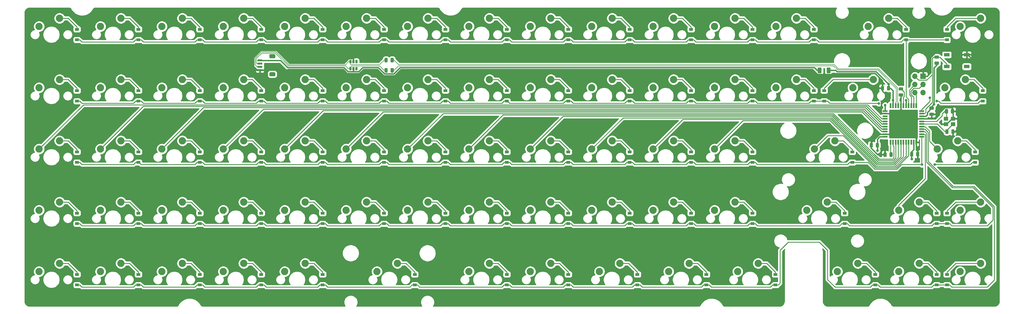
<source format=gbl>
G04 #@! TF.GenerationSoftware,KiCad,Pcbnew,(5.1.4)-1*
G04 #@! TF.CreationDate,2022-05-27T22:51:18-07:00*
G04 #@! TF.ProjectId,bakeneko65ortho,62616b65-6e65-46b6-9f36-356f7274686f,rev?*
G04 #@! TF.SameCoordinates,Original*
G04 #@! TF.FileFunction,Copper,L2,Bot*
G04 #@! TF.FilePolarity,Positive*
%FSLAX46Y46*%
G04 Gerber Fmt 4.6, Leading zero omitted, Abs format (unit mm)*
G04 Created by KiCad (PCBNEW (5.1.4)-1) date 2022-05-27 22:51:18*
%MOMM*%
%LPD*%
G04 APERTURE LIST*
%ADD10C,2.250000*%
%ADD11R,1.700000X1.700000*%
%ADD12O,1.700000X1.700000*%
%ADD13C,0.100000*%
%ADD14C,0.975000*%
%ADD15R,0.650000X1.060000*%
%ADD16C,1.200000*%
%ADD17C,0.600000*%
%ADD18R,1.800000X1.100000*%
%ADD19R,1.400000X1.200000*%
%ADD20R,1.500000X0.550000*%
%ADD21R,0.550000X1.500000*%
%ADD22C,1.250000*%
%ADD23R,1.200000X0.900000*%
%ADD24C,0.800000*%
%ADD25C,0.381000*%
%ADD26C,0.250000*%
%ADD27C,0.200000*%
%ADD28C,0.254000*%
G04 APERTURE END LIST*
D10*
X247015000Y-56038750D03*
X240665000Y-58578750D03*
X244633750Y-75088750D03*
X238283750Y-77628750D03*
D11*
X274383500Y-36004500D03*
D12*
X271843500Y-36004500D03*
X274383500Y-38544500D03*
X271843500Y-38544500D03*
X274383500Y-41084500D03*
X271843500Y-41084500D03*
D13*
G36*
X268005642Y-41281674D02*
G01*
X268029303Y-41285184D01*
X268052507Y-41290996D01*
X268075029Y-41299054D01*
X268096653Y-41309282D01*
X268117170Y-41321579D01*
X268136383Y-41335829D01*
X268154107Y-41351893D01*
X268170171Y-41369617D01*
X268184421Y-41388830D01*
X268196718Y-41409347D01*
X268206946Y-41430971D01*
X268215004Y-41453493D01*
X268220816Y-41476697D01*
X268224326Y-41500358D01*
X268225500Y-41524250D01*
X268225500Y-42011750D01*
X268224326Y-42035642D01*
X268220816Y-42059303D01*
X268215004Y-42082507D01*
X268206946Y-42105029D01*
X268196718Y-42126653D01*
X268184421Y-42147170D01*
X268170171Y-42166383D01*
X268154107Y-42184107D01*
X268136383Y-42200171D01*
X268117170Y-42214421D01*
X268096653Y-42226718D01*
X268075029Y-42236946D01*
X268052507Y-42245004D01*
X268029303Y-42250816D01*
X268005642Y-42254326D01*
X267981750Y-42255500D01*
X267069250Y-42255500D01*
X267045358Y-42254326D01*
X267021697Y-42250816D01*
X266998493Y-42245004D01*
X266975971Y-42236946D01*
X266954347Y-42226718D01*
X266933830Y-42214421D01*
X266914617Y-42200171D01*
X266896893Y-42184107D01*
X266880829Y-42166383D01*
X266866579Y-42147170D01*
X266854282Y-42126653D01*
X266844054Y-42105029D01*
X266835996Y-42082507D01*
X266830184Y-42059303D01*
X266826674Y-42035642D01*
X266825500Y-42011750D01*
X266825500Y-41524250D01*
X266826674Y-41500358D01*
X266830184Y-41476697D01*
X266835996Y-41453493D01*
X266844054Y-41430971D01*
X266854282Y-41409347D01*
X266866579Y-41388830D01*
X266880829Y-41369617D01*
X266896893Y-41351893D01*
X266914617Y-41335829D01*
X266933830Y-41321579D01*
X266954347Y-41309282D01*
X266975971Y-41299054D01*
X266998493Y-41290996D01*
X267021697Y-41285184D01*
X267045358Y-41281674D01*
X267069250Y-41280500D01*
X267981750Y-41280500D01*
X268005642Y-41281674D01*
X268005642Y-41281674D01*
G37*
D14*
X267525500Y-41768000D03*
D13*
G36*
X268005642Y-39406674D02*
G01*
X268029303Y-39410184D01*
X268052507Y-39415996D01*
X268075029Y-39424054D01*
X268096653Y-39434282D01*
X268117170Y-39446579D01*
X268136383Y-39460829D01*
X268154107Y-39476893D01*
X268170171Y-39494617D01*
X268184421Y-39513830D01*
X268196718Y-39534347D01*
X268206946Y-39555971D01*
X268215004Y-39578493D01*
X268220816Y-39601697D01*
X268224326Y-39625358D01*
X268225500Y-39649250D01*
X268225500Y-40136750D01*
X268224326Y-40160642D01*
X268220816Y-40184303D01*
X268215004Y-40207507D01*
X268206946Y-40230029D01*
X268196718Y-40251653D01*
X268184421Y-40272170D01*
X268170171Y-40291383D01*
X268154107Y-40309107D01*
X268136383Y-40325171D01*
X268117170Y-40339421D01*
X268096653Y-40351718D01*
X268075029Y-40361946D01*
X268052507Y-40370004D01*
X268029303Y-40375816D01*
X268005642Y-40379326D01*
X267981750Y-40380500D01*
X267069250Y-40380500D01*
X267045358Y-40379326D01*
X267021697Y-40375816D01*
X266998493Y-40370004D01*
X266975971Y-40361946D01*
X266954347Y-40351718D01*
X266933830Y-40339421D01*
X266914617Y-40325171D01*
X266896893Y-40309107D01*
X266880829Y-40291383D01*
X266866579Y-40272170D01*
X266854282Y-40251653D01*
X266844054Y-40230029D01*
X266835996Y-40207507D01*
X266830184Y-40184303D01*
X266826674Y-40160642D01*
X266825500Y-40136750D01*
X266825500Y-39649250D01*
X266826674Y-39625358D01*
X266830184Y-39601697D01*
X266835996Y-39578493D01*
X266844054Y-39555971D01*
X266854282Y-39534347D01*
X266866579Y-39513830D01*
X266880829Y-39494617D01*
X266896893Y-39476893D01*
X266914617Y-39460829D01*
X266933830Y-39446579D01*
X266954347Y-39434282D01*
X266975971Y-39424054D01*
X266998493Y-39415996D01*
X267021697Y-39410184D01*
X267045358Y-39406674D01*
X267069250Y-39405500D01*
X267981750Y-39405500D01*
X268005642Y-39406674D01*
X268005642Y-39406674D01*
G37*
D14*
X267525500Y-39893000D03*
D15*
X97663000Y-33612000D03*
X96713000Y-33612000D03*
X98613000Y-33612000D03*
X98613000Y-31412000D03*
X97663000Y-31412000D03*
X96713000Y-31412000D03*
D10*
X258921250Y-36988750D03*
X252571250Y-39528750D03*
X285115000Y-56038750D03*
X278765000Y-58578750D03*
D13*
G36*
X279086392Y-29532424D02*
G01*
X279110053Y-29535934D01*
X279133257Y-29541746D01*
X279155779Y-29549804D01*
X279177403Y-29560032D01*
X279197920Y-29572329D01*
X279217133Y-29586579D01*
X279234857Y-29602643D01*
X279250921Y-29620367D01*
X279265171Y-29639580D01*
X279277468Y-29660097D01*
X279287696Y-29681721D01*
X279295754Y-29704243D01*
X279301566Y-29727447D01*
X279305076Y-29751108D01*
X279306250Y-29775000D01*
X279306250Y-30262500D01*
X279305076Y-30286392D01*
X279301566Y-30310053D01*
X279295754Y-30333257D01*
X279287696Y-30355779D01*
X279277468Y-30377403D01*
X279265171Y-30397920D01*
X279250921Y-30417133D01*
X279234857Y-30434857D01*
X279217133Y-30450921D01*
X279197920Y-30465171D01*
X279177403Y-30477468D01*
X279155779Y-30487696D01*
X279133257Y-30495754D01*
X279110053Y-30501566D01*
X279086392Y-30505076D01*
X279062500Y-30506250D01*
X278150000Y-30506250D01*
X278126108Y-30505076D01*
X278102447Y-30501566D01*
X278079243Y-30495754D01*
X278056721Y-30487696D01*
X278035097Y-30477468D01*
X278014580Y-30465171D01*
X277995367Y-30450921D01*
X277977643Y-30434857D01*
X277961579Y-30417133D01*
X277947329Y-30397920D01*
X277935032Y-30377403D01*
X277924804Y-30355779D01*
X277916746Y-30333257D01*
X277910934Y-30310053D01*
X277907424Y-30286392D01*
X277906250Y-30262500D01*
X277906250Y-29775000D01*
X277907424Y-29751108D01*
X277910934Y-29727447D01*
X277916746Y-29704243D01*
X277924804Y-29681721D01*
X277935032Y-29660097D01*
X277947329Y-29639580D01*
X277961579Y-29620367D01*
X277977643Y-29602643D01*
X277995367Y-29586579D01*
X278014580Y-29572329D01*
X278035097Y-29560032D01*
X278056721Y-29549804D01*
X278079243Y-29541746D01*
X278102447Y-29535934D01*
X278126108Y-29532424D01*
X278150000Y-29531250D01*
X279062500Y-29531250D01*
X279086392Y-29532424D01*
X279086392Y-29532424D01*
G37*
D14*
X278606250Y-30018750D03*
D13*
G36*
X279086392Y-31407424D02*
G01*
X279110053Y-31410934D01*
X279133257Y-31416746D01*
X279155779Y-31424804D01*
X279177403Y-31435032D01*
X279197920Y-31447329D01*
X279217133Y-31461579D01*
X279234857Y-31477643D01*
X279250921Y-31495367D01*
X279265171Y-31514580D01*
X279277468Y-31535097D01*
X279287696Y-31556721D01*
X279295754Y-31579243D01*
X279301566Y-31602447D01*
X279305076Y-31626108D01*
X279306250Y-31650000D01*
X279306250Y-32137500D01*
X279305076Y-32161392D01*
X279301566Y-32185053D01*
X279295754Y-32208257D01*
X279287696Y-32230779D01*
X279277468Y-32252403D01*
X279265171Y-32272920D01*
X279250921Y-32292133D01*
X279234857Y-32309857D01*
X279217133Y-32325921D01*
X279197920Y-32340171D01*
X279177403Y-32352468D01*
X279155779Y-32362696D01*
X279133257Y-32370754D01*
X279110053Y-32376566D01*
X279086392Y-32380076D01*
X279062500Y-32381250D01*
X278150000Y-32381250D01*
X278126108Y-32380076D01*
X278102447Y-32376566D01*
X278079243Y-32370754D01*
X278056721Y-32362696D01*
X278035097Y-32352468D01*
X278014580Y-32340171D01*
X277995367Y-32325921D01*
X277977643Y-32309857D01*
X277961579Y-32292133D01*
X277947329Y-32272920D01*
X277935032Y-32252403D01*
X277924804Y-32230779D01*
X277916746Y-32208257D01*
X277910934Y-32185053D01*
X277907424Y-32161392D01*
X277906250Y-32137500D01*
X277906250Y-31650000D01*
X277907424Y-31626108D01*
X277910934Y-31602447D01*
X277916746Y-31579243D01*
X277924804Y-31556721D01*
X277935032Y-31535097D01*
X277947329Y-31514580D01*
X277961579Y-31495367D01*
X277977643Y-31477643D01*
X277995367Y-31461579D01*
X278014580Y-31447329D01*
X278035097Y-31435032D01*
X278056721Y-31424804D01*
X278079243Y-31416746D01*
X278102447Y-31410934D01*
X278126108Y-31407424D01*
X278150000Y-31406250D01*
X279062500Y-31406250D01*
X279086392Y-31407424D01*
X279086392Y-31407424D01*
G37*
D14*
X278606250Y-31893750D03*
D13*
G36*
X262061392Y-38988674D02*
G01*
X262085053Y-38992184D01*
X262108257Y-38997996D01*
X262130779Y-39006054D01*
X262152403Y-39016282D01*
X262172920Y-39028579D01*
X262192133Y-39042829D01*
X262209857Y-39058893D01*
X262225921Y-39076617D01*
X262240171Y-39095830D01*
X262252468Y-39116347D01*
X262262696Y-39137971D01*
X262270754Y-39160493D01*
X262276566Y-39183697D01*
X262280076Y-39207358D01*
X262281250Y-39231250D01*
X262281250Y-40143750D01*
X262280076Y-40167642D01*
X262276566Y-40191303D01*
X262270754Y-40214507D01*
X262262696Y-40237029D01*
X262252468Y-40258653D01*
X262240171Y-40279170D01*
X262225921Y-40298383D01*
X262209857Y-40316107D01*
X262192133Y-40332171D01*
X262172920Y-40346421D01*
X262152403Y-40358718D01*
X262130779Y-40368946D01*
X262108257Y-40377004D01*
X262085053Y-40382816D01*
X262061392Y-40386326D01*
X262037500Y-40387500D01*
X261550000Y-40387500D01*
X261526108Y-40386326D01*
X261502447Y-40382816D01*
X261479243Y-40377004D01*
X261456721Y-40368946D01*
X261435097Y-40358718D01*
X261414580Y-40346421D01*
X261395367Y-40332171D01*
X261377643Y-40316107D01*
X261361579Y-40298383D01*
X261347329Y-40279170D01*
X261335032Y-40258653D01*
X261324804Y-40237029D01*
X261316746Y-40214507D01*
X261310934Y-40191303D01*
X261307424Y-40167642D01*
X261306250Y-40143750D01*
X261306250Y-39231250D01*
X261307424Y-39207358D01*
X261310934Y-39183697D01*
X261316746Y-39160493D01*
X261324804Y-39137971D01*
X261335032Y-39116347D01*
X261347329Y-39095830D01*
X261361579Y-39076617D01*
X261377643Y-39058893D01*
X261395367Y-39042829D01*
X261414580Y-39028579D01*
X261435097Y-39016282D01*
X261456721Y-39006054D01*
X261479243Y-38997996D01*
X261502447Y-38992184D01*
X261526108Y-38988674D01*
X261550000Y-38987500D01*
X262037500Y-38987500D01*
X262061392Y-38988674D01*
X262061392Y-38988674D01*
G37*
D14*
X261793750Y-39687500D03*
D13*
G36*
X263936392Y-38988674D02*
G01*
X263960053Y-38992184D01*
X263983257Y-38997996D01*
X264005779Y-39006054D01*
X264027403Y-39016282D01*
X264047920Y-39028579D01*
X264067133Y-39042829D01*
X264084857Y-39058893D01*
X264100921Y-39076617D01*
X264115171Y-39095830D01*
X264127468Y-39116347D01*
X264137696Y-39137971D01*
X264145754Y-39160493D01*
X264151566Y-39183697D01*
X264155076Y-39207358D01*
X264156250Y-39231250D01*
X264156250Y-40143750D01*
X264155076Y-40167642D01*
X264151566Y-40191303D01*
X264145754Y-40214507D01*
X264137696Y-40237029D01*
X264127468Y-40258653D01*
X264115171Y-40279170D01*
X264100921Y-40298383D01*
X264084857Y-40316107D01*
X264067133Y-40332171D01*
X264047920Y-40346421D01*
X264027403Y-40358718D01*
X264005779Y-40368946D01*
X263983257Y-40377004D01*
X263960053Y-40382816D01*
X263936392Y-40386326D01*
X263912500Y-40387500D01*
X263425000Y-40387500D01*
X263401108Y-40386326D01*
X263377447Y-40382816D01*
X263354243Y-40377004D01*
X263331721Y-40368946D01*
X263310097Y-40358718D01*
X263289580Y-40346421D01*
X263270367Y-40332171D01*
X263252643Y-40316107D01*
X263236579Y-40298383D01*
X263222329Y-40279170D01*
X263210032Y-40258653D01*
X263199804Y-40237029D01*
X263191746Y-40214507D01*
X263185934Y-40191303D01*
X263182424Y-40167642D01*
X263181250Y-40143750D01*
X263181250Y-39231250D01*
X263182424Y-39207358D01*
X263185934Y-39183697D01*
X263191746Y-39160493D01*
X263199804Y-39137971D01*
X263210032Y-39116347D01*
X263222329Y-39095830D01*
X263236579Y-39076617D01*
X263252643Y-39058893D01*
X263270367Y-39042829D01*
X263289580Y-39028579D01*
X263310097Y-39016282D01*
X263331721Y-39006054D01*
X263354243Y-38997996D01*
X263377447Y-38992184D01*
X263401108Y-38988674D01*
X263425000Y-38987500D01*
X263912500Y-38987500D01*
X263936392Y-38988674D01*
X263936392Y-38988674D01*
G37*
D14*
X263668750Y-39687500D03*
D10*
X287496250Y-36988750D03*
X281146250Y-39528750D03*
D13*
G36*
X108073892Y-33432424D02*
G01*
X108097553Y-33435934D01*
X108120757Y-33441746D01*
X108143279Y-33449804D01*
X108164903Y-33460032D01*
X108185420Y-33472329D01*
X108204633Y-33486579D01*
X108222357Y-33502643D01*
X108238421Y-33520367D01*
X108252671Y-33539580D01*
X108264968Y-33560097D01*
X108275196Y-33581721D01*
X108283254Y-33604243D01*
X108289066Y-33627447D01*
X108292576Y-33651108D01*
X108293750Y-33675000D01*
X108293750Y-34587500D01*
X108292576Y-34611392D01*
X108289066Y-34635053D01*
X108283254Y-34658257D01*
X108275196Y-34680779D01*
X108264968Y-34702403D01*
X108252671Y-34722920D01*
X108238421Y-34742133D01*
X108222357Y-34759857D01*
X108204633Y-34775921D01*
X108185420Y-34790171D01*
X108164903Y-34802468D01*
X108143279Y-34812696D01*
X108120757Y-34820754D01*
X108097553Y-34826566D01*
X108073892Y-34830076D01*
X108050000Y-34831250D01*
X107562500Y-34831250D01*
X107538608Y-34830076D01*
X107514947Y-34826566D01*
X107491743Y-34820754D01*
X107469221Y-34812696D01*
X107447597Y-34802468D01*
X107427080Y-34790171D01*
X107407867Y-34775921D01*
X107390143Y-34759857D01*
X107374079Y-34742133D01*
X107359829Y-34722920D01*
X107347532Y-34702403D01*
X107337304Y-34680779D01*
X107329246Y-34658257D01*
X107323434Y-34635053D01*
X107319924Y-34611392D01*
X107318750Y-34587500D01*
X107318750Y-33675000D01*
X107319924Y-33651108D01*
X107323434Y-33627447D01*
X107329246Y-33604243D01*
X107337304Y-33581721D01*
X107347532Y-33560097D01*
X107359829Y-33539580D01*
X107374079Y-33520367D01*
X107390143Y-33502643D01*
X107407867Y-33486579D01*
X107427080Y-33472329D01*
X107447597Y-33460032D01*
X107469221Y-33449804D01*
X107491743Y-33441746D01*
X107514947Y-33435934D01*
X107538608Y-33432424D01*
X107562500Y-33431250D01*
X108050000Y-33431250D01*
X108073892Y-33432424D01*
X108073892Y-33432424D01*
G37*
D14*
X107806250Y-34131250D03*
D13*
G36*
X109948892Y-33432424D02*
G01*
X109972553Y-33435934D01*
X109995757Y-33441746D01*
X110018279Y-33449804D01*
X110039903Y-33460032D01*
X110060420Y-33472329D01*
X110079633Y-33486579D01*
X110097357Y-33502643D01*
X110113421Y-33520367D01*
X110127671Y-33539580D01*
X110139968Y-33560097D01*
X110150196Y-33581721D01*
X110158254Y-33604243D01*
X110164066Y-33627447D01*
X110167576Y-33651108D01*
X110168750Y-33675000D01*
X110168750Y-34587500D01*
X110167576Y-34611392D01*
X110164066Y-34635053D01*
X110158254Y-34658257D01*
X110150196Y-34680779D01*
X110139968Y-34702403D01*
X110127671Y-34722920D01*
X110113421Y-34742133D01*
X110097357Y-34759857D01*
X110079633Y-34775921D01*
X110060420Y-34790171D01*
X110039903Y-34802468D01*
X110018279Y-34812696D01*
X109995757Y-34820754D01*
X109972553Y-34826566D01*
X109948892Y-34830076D01*
X109925000Y-34831250D01*
X109437500Y-34831250D01*
X109413608Y-34830076D01*
X109389947Y-34826566D01*
X109366743Y-34820754D01*
X109344221Y-34812696D01*
X109322597Y-34802468D01*
X109302080Y-34790171D01*
X109282867Y-34775921D01*
X109265143Y-34759857D01*
X109249079Y-34742133D01*
X109234829Y-34722920D01*
X109222532Y-34702403D01*
X109212304Y-34680779D01*
X109204246Y-34658257D01*
X109198434Y-34635053D01*
X109194924Y-34611392D01*
X109193750Y-34587500D01*
X109193750Y-33675000D01*
X109194924Y-33651108D01*
X109198434Y-33627447D01*
X109204246Y-33604243D01*
X109212304Y-33581721D01*
X109222532Y-33560097D01*
X109234829Y-33539580D01*
X109249079Y-33520367D01*
X109265143Y-33502643D01*
X109282867Y-33486579D01*
X109302080Y-33472329D01*
X109322597Y-33460032D01*
X109344221Y-33449804D01*
X109366743Y-33441746D01*
X109389947Y-33435934D01*
X109413608Y-33432424D01*
X109437500Y-33431250D01*
X109925000Y-33431250D01*
X109948892Y-33432424D01*
X109948892Y-33432424D01*
G37*
D14*
X109681250Y-34131250D03*
D13*
G36*
X73193255Y-34744954D02*
G01*
X73217523Y-34748554D01*
X73241322Y-34754515D01*
X73264421Y-34762780D01*
X73286600Y-34773270D01*
X73307643Y-34785882D01*
X73327349Y-34800497D01*
X73345527Y-34816973D01*
X73362003Y-34835151D01*
X73376618Y-34854857D01*
X73389230Y-34875900D01*
X73399720Y-34898079D01*
X73407985Y-34921178D01*
X73413946Y-34944977D01*
X73417546Y-34969245D01*
X73418750Y-34993749D01*
X73418750Y-35693751D01*
X73417546Y-35718255D01*
X73413946Y-35742523D01*
X73407985Y-35766322D01*
X73399720Y-35789421D01*
X73389230Y-35811600D01*
X73376618Y-35832643D01*
X73362003Y-35852349D01*
X73345527Y-35870527D01*
X73327349Y-35887003D01*
X73307643Y-35901618D01*
X73286600Y-35914230D01*
X73264421Y-35924720D01*
X73241322Y-35932985D01*
X73217523Y-35938946D01*
X73193255Y-35942546D01*
X73168751Y-35943750D01*
X71868749Y-35943750D01*
X71844245Y-35942546D01*
X71819977Y-35938946D01*
X71796178Y-35932985D01*
X71773079Y-35924720D01*
X71750900Y-35914230D01*
X71729857Y-35901618D01*
X71710151Y-35887003D01*
X71691973Y-35870527D01*
X71675497Y-35852349D01*
X71660882Y-35832643D01*
X71648270Y-35811600D01*
X71637780Y-35789421D01*
X71629515Y-35766322D01*
X71623554Y-35742523D01*
X71619954Y-35718255D01*
X71618750Y-35693751D01*
X71618750Y-34993749D01*
X71619954Y-34969245D01*
X71623554Y-34944977D01*
X71629515Y-34921178D01*
X71637780Y-34898079D01*
X71648270Y-34875900D01*
X71660882Y-34854857D01*
X71675497Y-34835151D01*
X71691973Y-34816973D01*
X71710151Y-34800497D01*
X71729857Y-34785882D01*
X71750900Y-34773270D01*
X71773079Y-34762780D01*
X71796178Y-34754515D01*
X71819977Y-34748554D01*
X71844245Y-34744954D01*
X71868749Y-34743750D01*
X73168751Y-34743750D01*
X73193255Y-34744954D01*
X73193255Y-34744954D01*
G37*
D16*
X72518750Y-35343750D03*
D13*
G36*
X73193255Y-29144954D02*
G01*
X73217523Y-29148554D01*
X73241322Y-29154515D01*
X73264421Y-29162780D01*
X73286600Y-29173270D01*
X73307643Y-29185882D01*
X73327349Y-29200497D01*
X73345527Y-29216973D01*
X73362003Y-29235151D01*
X73376618Y-29254857D01*
X73389230Y-29275900D01*
X73399720Y-29298079D01*
X73407985Y-29321178D01*
X73413946Y-29344977D01*
X73417546Y-29369245D01*
X73418750Y-29393749D01*
X73418750Y-30093751D01*
X73417546Y-30118255D01*
X73413946Y-30142523D01*
X73407985Y-30166322D01*
X73399720Y-30189421D01*
X73389230Y-30211600D01*
X73376618Y-30232643D01*
X73362003Y-30252349D01*
X73345527Y-30270527D01*
X73327349Y-30287003D01*
X73307643Y-30301618D01*
X73286600Y-30314230D01*
X73264421Y-30324720D01*
X73241322Y-30332985D01*
X73217523Y-30338946D01*
X73193255Y-30342546D01*
X73168751Y-30343750D01*
X71868749Y-30343750D01*
X71844245Y-30342546D01*
X71819977Y-30338946D01*
X71796178Y-30332985D01*
X71773079Y-30324720D01*
X71750900Y-30314230D01*
X71729857Y-30301618D01*
X71710151Y-30287003D01*
X71691973Y-30270527D01*
X71675497Y-30252349D01*
X71660882Y-30232643D01*
X71648270Y-30211600D01*
X71637780Y-30189421D01*
X71629515Y-30166322D01*
X71623554Y-30142523D01*
X71619954Y-30118255D01*
X71618750Y-30093751D01*
X71618750Y-29393749D01*
X71619954Y-29369245D01*
X71623554Y-29344977D01*
X71629515Y-29321178D01*
X71637780Y-29298079D01*
X71648270Y-29275900D01*
X71660882Y-29254857D01*
X71675497Y-29235151D01*
X71691973Y-29216973D01*
X71710151Y-29200497D01*
X71729857Y-29185882D01*
X71750900Y-29173270D01*
X71773079Y-29162780D01*
X71796178Y-29154515D01*
X71819977Y-29148554D01*
X71844245Y-29144954D01*
X71868749Y-29143750D01*
X73168751Y-29143750D01*
X73193255Y-29144954D01*
X73193255Y-29144954D01*
G37*
D16*
X72518750Y-29743750D03*
D13*
G36*
X69283453Y-33744472D02*
G01*
X69298014Y-33746632D01*
X69312293Y-33750209D01*
X69326153Y-33755168D01*
X69339460Y-33761462D01*
X69352086Y-33769030D01*
X69363909Y-33777798D01*
X69374816Y-33787684D01*
X69384702Y-33798591D01*
X69393470Y-33810414D01*
X69401038Y-33823040D01*
X69407332Y-33836347D01*
X69412291Y-33850207D01*
X69415868Y-33864486D01*
X69418028Y-33879047D01*
X69418750Y-33893750D01*
X69418750Y-34193750D01*
X69418028Y-34208453D01*
X69415868Y-34223014D01*
X69412291Y-34237293D01*
X69407332Y-34251153D01*
X69401038Y-34264460D01*
X69393470Y-34277086D01*
X69384702Y-34288909D01*
X69374816Y-34299816D01*
X69363909Y-34309702D01*
X69352086Y-34318470D01*
X69339460Y-34326038D01*
X69326153Y-34332332D01*
X69312293Y-34337291D01*
X69298014Y-34340868D01*
X69283453Y-34343028D01*
X69268750Y-34343750D01*
X68018750Y-34343750D01*
X68004047Y-34343028D01*
X67989486Y-34340868D01*
X67975207Y-34337291D01*
X67961347Y-34332332D01*
X67948040Y-34326038D01*
X67935414Y-34318470D01*
X67923591Y-34309702D01*
X67912684Y-34299816D01*
X67902798Y-34288909D01*
X67894030Y-34277086D01*
X67886462Y-34264460D01*
X67880168Y-34251153D01*
X67875209Y-34237293D01*
X67871632Y-34223014D01*
X67869472Y-34208453D01*
X67868750Y-34193750D01*
X67868750Y-33893750D01*
X67869472Y-33879047D01*
X67871632Y-33864486D01*
X67875209Y-33850207D01*
X67880168Y-33836347D01*
X67886462Y-33823040D01*
X67894030Y-33810414D01*
X67902798Y-33798591D01*
X67912684Y-33787684D01*
X67923591Y-33777798D01*
X67935414Y-33769030D01*
X67948040Y-33761462D01*
X67961347Y-33755168D01*
X67975207Y-33750209D01*
X67989486Y-33746632D01*
X68004047Y-33744472D01*
X68018750Y-33743750D01*
X69268750Y-33743750D01*
X69283453Y-33744472D01*
X69283453Y-33744472D01*
G37*
D17*
X68643750Y-34043750D03*
D13*
G36*
X69283453Y-32744472D02*
G01*
X69298014Y-32746632D01*
X69312293Y-32750209D01*
X69326153Y-32755168D01*
X69339460Y-32761462D01*
X69352086Y-32769030D01*
X69363909Y-32777798D01*
X69374816Y-32787684D01*
X69384702Y-32798591D01*
X69393470Y-32810414D01*
X69401038Y-32823040D01*
X69407332Y-32836347D01*
X69412291Y-32850207D01*
X69415868Y-32864486D01*
X69418028Y-32879047D01*
X69418750Y-32893750D01*
X69418750Y-33193750D01*
X69418028Y-33208453D01*
X69415868Y-33223014D01*
X69412291Y-33237293D01*
X69407332Y-33251153D01*
X69401038Y-33264460D01*
X69393470Y-33277086D01*
X69384702Y-33288909D01*
X69374816Y-33299816D01*
X69363909Y-33309702D01*
X69352086Y-33318470D01*
X69339460Y-33326038D01*
X69326153Y-33332332D01*
X69312293Y-33337291D01*
X69298014Y-33340868D01*
X69283453Y-33343028D01*
X69268750Y-33343750D01*
X68018750Y-33343750D01*
X68004047Y-33343028D01*
X67989486Y-33340868D01*
X67975207Y-33337291D01*
X67961347Y-33332332D01*
X67948040Y-33326038D01*
X67935414Y-33318470D01*
X67923591Y-33309702D01*
X67912684Y-33299816D01*
X67902798Y-33288909D01*
X67894030Y-33277086D01*
X67886462Y-33264460D01*
X67880168Y-33251153D01*
X67875209Y-33237293D01*
X67871632Y-33223014D01*
X67869472Y-33208453D01*
X67868750Y-33193750D01*
X67868750Y-32893750D01*
X67869472Y-32879047D01*
X67871632Y-32864486D01*
X67875209Y-32850207D01*
X67880168Y-32836347D01*
X67886462Y-32823040D01*
X67894030Y-32810414D01*
X67902798Y-32798591D01*
X67912684Y-32787684D01*
X67923591Y-32777798D01*
X67935414Y-32769030D01*
X67948040Y-32761462D01*
X67961347Y-32755168D01*
X67975207Y-32750209D01*
X67989486Y-32746632D01*
X68004047Y-32744472D01*
X68018750Y-32743750D01*
X69268750Y-32743750D01*
X69283453Y-32744472D01*
X69283453Y-32744472D01*
G37*
D17*
X68643750Y-33043750D03*
D13*
G36*
X69283453Y-31744472D02*
G01*
X69298014Y-31746632D01*
X69312293Y-31750209D01*
X69326153Y-31755168D01*
X69339460Y-31761462D01*
X69352086Y-31769030D01*
X69363909Y-31777798D01*
X69374816Y-31787684D01*
X69384702Y-31798591D01*
X69393470Y-31810414D01*
X69401038Y-31823040D01*
X69407332Y-31836347D01*
X69412291Y-31850207D01*
X69415868Y-31864486D01*
X69418028Y-31879047D01*
X69418750Y-31893750D01*
X69418750Y-32193750D01*
X69418028Y-32208453D01*
X69415868Y-32223014D01*
X69412291Y-32237293D01*
X69407332Y-32251153D01*
X69401038Y-32264460D01*
X69393470Y-32277086D01*
X69384702Y-32288909D01*
X69374816Y-32299816D01*
X69363909Y-32309702D01*
X69352086Y-32318470D01*
X69339460Y-32326038D01*
X69326153Y-32332332D01*
X69312293Y-32337291D01*
X69298014Y-32340868D01*
X69283453Y-32343028D01*
X69268750Y-32343750D01*
X68018750Y-32343750D01*
X68004047Y-32343028D01*
X67989486Y-32340868D01*
X67975207Y-32337291D01*
X67961347Y-32332332D01*
X67948040Y-32326038D01*
X67935414Y-32318470D01*
X67923591Y-32309702D01*
X67912684Y-32299816D01*
X67902798Y-32288909D01*
X67894030Y-32277086D01*
X67886462Y-32264460D01*
X67880168Y-32251153D01*
X67875209Y-32237293D01*
X67871632Y-32223014D01*
X67869472Y-32208453D01*
X67868750Y-32193750D01*
X67868750Y-31893750D01*
X67869472Y-31879047D01*
X67871632Y-31864486D01*
X67875209Y-31850207D01*
X67880168Y-31836347D01*
X67886462Y-31823040D01*
X67894030Y-31810414D01*
X67902798Y-31798591D01*
X67912684Y-31787684D01*
X67923591Y-31777798D01*
X67935414Y-31769030D01*
X67948040Y-31761462D01*
X67961347Y-31755168D01*
X67975207Y-31750209D01*
X67989486Y-31746632D01*
X68004047Y-31744472D01*
X68018750Y-31743750D01*
X69268750Y-31743750D01*
X69283453Y-31744472D01*
X69283453Y-31744472D01*
G37*
D17*
X68643750Y-32043750D03*
D13*
G36*
X69283453Y-30744472D02*
G01*
X69298014Y-30746632D01*
X69312293Y-30750209D01*
X69326153Y-30755168D01*
X69339460Y-30761462D01*
X69352086Y-30769030D01*
X69363909Y-30777798D01*
X69374816Y-30787684D01*
X69384702Y-30798591D01*
X69393470Y-30810414D01*
X69401038Y-30823040D01*
X69407332Y-30836347D01*
X69412291Y-30850207D01*
X69415868Y-30864486D01*
X69418028Y-30879047D01*
X69418750Y-30893750D01*
X69418750Y-31193750D01*
X69418028Y-31208453D01*
X69415868Y-31223014D01*
X69412291Y-31237293D01*
X69407332Y-31251153D01*
X69401038Y-31264460D01*
X69393470Y-31277086D01*
X69384702Y-31288909D01*
X69374816Y-31299816D01*
X69363909Y-31309702D01*
X69352086Y-31318470D01*
X69339460Y-31326038D01*
X69326153Y-31332332D01*
X69312293Y-31337291D01*
X69298014Y-31340868D01*
X69283453Y-31343028D01*
X69268750Y-31343750D01*
X68018750Y-31343750D01*
X68004047Y-31343028D01*
X67989486Y-31340868D01*
X67975207Y-31337291D01*
X67961347Y-31332332D01*
X67948040Y-31326038D01*
X67935414Y-31318470D01*
X67923591Y-31309702D01*
X67912684Y-31299816D01*
X67902798Y-31288909D01*
X67894030Y-31277086D01*
X67886462Y-31264460D01*
X67880168Y-31251153D01*
X67875209Y-31237293D01*
X67871632Y-31223014D01*
X67869472Y-31208453D01*
X67868750Y-31193750D01*
X67868750Y-30893750D01*
X67869472Y-30879047D01*
X67871632Y-30864486D01*
X67875209Y-30850207D01*
X67880168Y-30836347D01*
X67886462Y-30823040D01*
X67894030Y-30810414D01*
X67902798Y-30798591D01*
X67912684Y-30787684D01*
X67923591Y-30777798D01*
X67935414Y-30769030D01*
X67948040Y-30761462D01*
X67961347Y-30755168D01*
X67975207Y-30750209D01*
X67989486Y-30746632D01*
X68004047Y-30744472D01*
X68018750Y-30743750D01*
X69268750Y-30743750D01*
X69283453Y-30744472D01*
X69283453Y-30744472D01*
G37*
D17*
X68643750Y-31043750D03*
D10*
X25558750Y-17938750D03*
X19208750Y-20478750D03*
D18*
X281729250Y-29265000D03*
X287929250Y-32965000D03*
X281729250Y-32965000D03*
X287929250Y-29265000D03*
D19*
X283675000Y-49156250D03*
X281475000Y-49156250D03*
X281475000Y-50856250D03*
X283675000Y-50856250D03*
D20*
X262587500Y-46800000D03*
X262587500Y-47600000D03*
X262587500Y-48400000D03*
X262587500Y-49200000D03*
X262587500Y-50000000D03*
X262587500Y-50800000D03*
X262587500Y-51600000D03*
X262587500Y-52400000D03*
X262587500Y-53200000D03*
X262587500Y-54000000D03*
X262587500Y-54800000D03*
D21*
X264287500Y-56500000D03*
X265087500Y-56500000D03*
X265887500Y-56500000D03*
X266687500Y-56500000D03*
X267487500Y-56500000D03*
X268287500Y-56500000D03*
X269087500Y-56500000D03*
X269887500Y-56500000D03*
X270687500Y-56500000D03*
X271487500Y-56500000D03*
X272287500Y-56500000D03*
D20*
X273987500Y-54800000D03*
X273987500Y-54000000D03*
X273987500Y-53200000D03*
X273987500Y-52400000D03*
X273987500Y-51600000D03*
X273987500Y-50800000D03*
X273987500Y-50000000D03*
X273987500Y-49200000D03*
X273987500Y-48400000D03*
X273987500Y-47600000D03*
X273987500Y-46800000D03*
D21*
X272287500Y-45100000D03*
X271487500Y-45100000D03*
X270687500Y-45100000D03*
X269887500Y-45100000D03*
X269087500Y-45100000D03*
X268287500Y-45100000D03*
X267487500Y-45100000D03*
X266687500Y-45100000D03*
X265887500Y-45100000D03*
X265087500Y-45100000D03*
X264287500Y-45100000D03*
D13*
G36*
X264730142Y-59626174D02*
G01*
X264753803Y-59629684D01*
X264777007Y-59635496D01*
X264799529Y-59643554D01*
X264821153Y-59653782D01*
X264841670Y-59666079D01*
X264860883Y-59680329D01*
X264878607Y-59696393D01*
X264894671Y-59714117D01*
X264908921Y-59733330D01*
X264921218Y-59753847D01*
X264931446Y-59775471D01*
X264939504Y-59797993D01*
X264945316Y-59821197D01*
X264948826Y-59844858D01*
X264950000Y-59868750D01*
X264950000Y-60781250D01*
X264948826Y-60805142D01*
X264945316Y-60828803D01*
X264939504Y-60852007D01*
X264931446Y-60874529D01*
X264921218Y-60896153D01*
X264908921Y-60916670D01*
X264894671Y-60935883D01*
X264878607Y-60953607D01*
X264860883Y-60969671D01*
X264841670Y-60983921D01*
X264821153Y-60996218D01*
X264799529Y-61006446D01*
X264777007Y-61014504D01*
X264753803Y-61020316D01*
X264730142Y-61023826D01*
X264706250Y-61025000D01*
X264218750Y-61025000D01*
X264194858Y-61023826D01*
X264171197Y-61020316D01*
X264147993Y-61014504D01*
X264125471Y-61006446D01*
X264103847Y-60996218D01*
X264083330Y-60983921D01*
X264064117Y-60969671D01*
X264046393Y-60953607D01*
X264030329Y-60935883D01*
X264016079Y-60916670D01*
X264003782Y-60896153D01*
X263993554Y-60874529D01*
X263985496Y-60852007D01*
X263979684Y-60828803D01*
X263976174Y-60805142D01*
X263975000Y-60781250D01*
X263975000Y-59868750D01*
X263976174Y-59844858D01*
X263979684Y-59821197D01*
X263985496Y-59797993D01*
X263993554Y-59775471D01*
X264003782Y-59753847D01*
X264016079Y-59733330D01*
X264030329Y-59714117D01*
X264046393Y-59696393D01*
X264064117Y-59680329D01*
X264083330Y-59666079D01*
X264103847Y-59653782D01*
X264125471Y-59643554D01*
X264147993Y-59635496D01*
X264171197Y-59629684D01*
X264194858Y-59626174D01*
X264218750Y-59625000D01*
X264706250Y-59625000D01*
X264730142Y-59626174D01*
X264730142Y-59626174D01*
G37*
D14*
X264462500Y-60325000D03*
D13*
G36*
X262855142Y-59626174D02*
G01*
X262878803Y-59629684D01*
X262902007Y-59635496D01*
X262924529Y-59643554D01*
X262946153Y-59653782D01*
X262966670Y-59666079D01*
X262985883Y-59680329D01*
X263003607Y-59696393D01*
X263019671Y-59714117D01*
X263033921Y-59733330D01*
X263046218Y-59753847D01*
X263056446Y-59775471D01*
X263064504Y-59797993D01*
X263070316Y-59821197D01*
X263073826Y-59844858D01*
X263075000Y-59868750D01*
X263075000Y-60781250D01*
X263073826Y-60805142D01*
X263070316Y-60828803D01*
X263064504Y-60852007D01*
X263056446Y-60874529D01*
X263046218Y-60896153D01*
X263033921Y-60916670D01*
X263019671Y-60935883D01*
X263003607Y-60953607D01*
X262985883Y-60969671D01*
X262966670Y-60983921D01*
X262946153Y-60996218D01*
X262924529Y-61006446D01*
X262902007Y-61014504D01*
X262878803Y-61020316D01*
X262855142Y-61023826D01*
X262831250Y-61025000D01*
X262343750Y-61025000D01*
X262319858Y-61023826D01*
X262296197Y-61020316D01*
X262272993Y-61014504D01*
X262250471Y-61006446D01*
X262228847Y-60996218D01*
X262208330Y-60983921D01*
X262189117Y-60969671D01*
X262171393Y-60953607D01*
X262155329Y-60935883D01*
X262141079Y-60916670D01*
X262128782Y-60896153D01*
X262118554Y-60874529D01*
X262110496Y-60852007D01*
X262104684Y-60828803D01*
X262101174Y-60805142D01*
X262100000Y-60781250D01*
X262100000Y-59868750D01*
X262101174Y-59844858D01*
X262104684Y-59821197D01*
X262110496Y-59797993D01*
X262118554Y-59775471D01*
X262128782Y-59753847D01*
X262141079Y-59733330D01*
X262155329Y-59714117D01*
X262171393Y-59696393D01*
X262189117Y-59680329D01*
X262208330Y-59666079D01*
X262228847Y-59653782D01*
X262250471Y-59643554D01*
X262272993Y-59635496D01*
X262296197Y-59629684D01*
X262319858Y-59626174D01*
X262343750Y-59625000D01*
X262831250Y-59625000D01*
X262855142Y-59626174D01*
X262855142Y-59626174D01*
G37*
D14*
X262587500Y-60325000D03*
D13*
G36*
X108073892Y-30257424D02*
G01*
X108097553Y-30260934D01*
X108120757Y-30266746D01*
X108143279Y-30274804D01*
X108164903Y-30285032D01*
X108185420Y-30297329D01*
X108204633Y-30311579D01*
X108222357Y-30327643D01*
X108238421Y-30345367D01*
X108252671Y-30364580D01*
X108264968Y-30385097D01*
X108275196Y-30406721D01*
X108283254Y-30429243D01*
X108289066Y-30452447D01*
X108292576Y-30476108D01*
X108293750Y-30500000D01*
X108293750Y-31412500D01*
X108292576Y-31436392D01*
X108289066Y-31460053D01*
X108283254Y-31483257D01*
X108275196Y-31505779D01*
X108264968Y-31527403D01*
X108252671Y-31547920D01*
X108238421Y-31567133D01*
X108222357Y-31584857D01*
X108204633Y-31600921D01*
X108185420Y-31615171D01*
X108164903Y-31627468D01*
X108143279Y-31637696D01*
X108120757Y-31645754D01*
X108097553Y-31651566D01*
X108073892Y-31655076D01*
X108050000Y-31656250D01*
X107562500Y-31656250D01*
X107538608Y-31655076D01*
X107514947Y-31651566D01*
X107491743Y-31645754D01*
X107469221Y-31637696D01*
X107447597Y-31627468D01*
X107427080Y-31615171D01*
X107407867Y-31600921D01*
X107390143Y-31584857D01*
X107374079Y-31567133D01*
X107359829Y-31547920D01*
X107347532Y-31527403D01*
X107337304Y-31505779D01*
X107329246Y-31483257D01*
X107323434Y-31460053D01*
X107319924Y-31436392D01*
X107318750Y-31412500D01*
X107318750Y-30500000D01*
X107319924Y-30476108D01*
X107323434Y-30452447D01*
X107329246Y-30429243D01*
X107337304Y-30406721D01*
X107347532Y-30385097D01*
X107359829Y-30364580D01*
X107374079Y-30345367D01*
X107390143Y-30327643D01*
X107407867Y-30311579D01*
X107427080Y-30297329D01*
X107447597Y-30285032D01*
X107469221Y-30274804D01*
X107491743Y-30266746D01*
X107514947Y-30260934D01*
X107538608Y-30257424D01*
X107562500Y-30256250D01*
X108050000Y-30256250D01*
X108073892Y-30257424D01*
X108073892Y-30257424D01*
G37*
D14*
X107806250Y-30956250D03*
D13*
G36*
X109948892Y-30257424D02*
G01*
X109972553Y-30260934D01*
X109995757Y-30266746D01*
X110018279Y-30274804D01*
X110039903Y-30285032D01*
X110060420Y-30297329D01*
X110079633Y-30311579D01*
X110097357Y-30327643D01*
X110113421Y-30345367D01*
X110127671Y-30364580D01*
X110139968Y-30385097D01*
X110150196Y-30406721D01*
X110158254Y-30429243D01*
X110164066Y-30452447D01*
X110167576Y-30476108D01*
X110168750Y-30500000D01*
X110168750Y-31412500D01*
X110167576Y-31436392D01*
X110164066Y-31460053D01*
X110158254Y-31483257D01*
X110150196Y-31505779D01*
X110139968Y-31527403D01*
X110127671Y-31547920D01*
X110113421Y-31567133D01*
X110097357Y-31584857D01*
X110079633Y-31600921D01*
X110060420Y-31615171D01*
X110039903Y-31627468D01*
X110018279Y-31637696D01*
X109995757Y-31645754D01*
X109972553Y-31651566D01*
X109948892Y-31655076D01*
X109925000Y-31656250D01*
X109437500Y-31656250D01*
X109413608Y-31655076D01*
X109389947Y-31651566D01*
X109366743Y-31645754D01*
X109344221Y-31637696D01*
X109322597Y-31627468D01*
X109302080Y-31615171D01*
X109282867Y-31600921D01*
X109265143Y-31584857D01*
X109249079Y-31567133D01*
X109234829Y-31547920D01*
X109222532Y-31527403D01*
X109212304Y-31505779D01*
X109204246Y-31483257D01*
X109198434Y-31460053D01*
X109194924Y-31436392D01*
X109193750Y-31412500D01*
X109193750Y-30500000D01*
X109194924Y-30476108D01*
X109198434Y-30452447D01*
X109204246Y-30429243D01*
X109212304Y-30406721D01*
X109222532Y-30385097D01*
X109234829Y-30364580D01*
X109249079Y-30345367D01*
X109265143Y-30327643D01*
X109282867Y-30311579D01*
X109302080Y-30297329D01*
X109322597Y-30285032D01*
X109344221Y-30274804D01*
X109366743Y-30266746D01*
X109389947Y-30260934D01*
X109413608Y-30257424D01*
X109437500Y-30256250D01*
X109925000Y-30256250D01*
X109948892Y-30257424D01*
X109948892Y-30257424D01*
G37*
D14*
X109681250Y-30956250D03*
D10*
X292258750Y-94138750D03*
X285908750Y-96678750D03*
X273208750Y-94138750D03*
X266858750Y-96678750D03*
X254158750Y-94138750D03*
X247808750Y-96678750D03*
X223202500Y-94138750D03*
X216852500Y-96678750D03*
X201771250Y-94138750D03*
X195421250Y-96678750D03*
X180340000Y-94138750D03*
X173990000Y-96678750D03*
X158908750Y-94138750D03*
X152558750Y-96678750D03*
X139858750Y-94138750D03*
X133508750Y-96678750D03*
X111283750Y-94138750D03*
X104933750Y-96678750D03*
X82708750Y-94138750D03*
X76358750Y-96678750D03*
X63658750Y-94138750D03*
X57308750Y-96678750D03*
X44608750Y-94138750D03*
X38258750Y-96678750D03*
X25558750Y-94138750D03*
X19208750Y-96678750D03*
X6508750Y-94138750D03*
X158750Y-96678750D03*
X292258750Y-75088750D03*
X285908750Y-77628750D03*
X273208750Y-75088750D03*
X266858750Y-77628750D03*
X216058750Y-75088750D03*
X209708750Y-77628750D03*
X197008750Y-75088750D03*
X190658750Y-77628750D03*
X177958750Y-75088750D03*
X171608750Y-77628750D03*
X158908750Y-75088750D03*
X152558750Y-77628750D03*
X139858750Y-75088750D03*
X133508750Y-77628750D03*
X120808750Y-75088750D03*
X114458750Y-77628750D03*
X101758750Y-75088750D03*
X95408750Y-77628750D03*
X82708750Y-75088750D03*
X76358750Y-77628750D03*
X63658750Y-75088750D03*
X57308750Y-77628750D03*
X44608750Y-75088750D03*
X38258750Y-77628750D03*
X25558750Y-75088750D03*
X19208750Y-77628750D03*
X6508750Y-75088750D03*
X158750Y-77628750D03*
X216058750Y-56038750D03*
X209708750Y-58578750D03*
X197008750Y-56038750D03*
X190658750Y-58578750D03*
X177958750Y-56038750D03*
X171608750Y-58578750D03*
X158908750Y-56038750D03*
X152558750Y-58578750D03*
X139858750Y-56038750D03*
X133508750Y-58578750D03*
X120808750Y-56038750D03*
X114458750Y-58578750D03*
X101758750Y-56038750D03*
X95408750Y-58578750D03*
X82708750Y-56038750D03*
X76358750Y-58578750D03*
X63658750Y-56038750D03*
X57308750Y-58578750D03*
X44608750Y-56038750D03*
X38258750Y-58578750D03*
X25558750Y-56038750D03*
X19208750Y-58578750D03*
X6508750Y-56038750D03*
X158750Y-58578750D03*
X235108750Y-36988750D03*
X228758750Y-39528750D03*
X216058750Y-36988750D03*
X209708750Y-39528750D03*
X197008750Y-36988750D03*
X190658750Y-39528750D03*
X177958750Y-36988750D03*
X171608750Y-39528750D03*
X158908750Y-36988750D03*
X152558750Y-39528750D03*
X139858750Y-36988750D03*
X133508750Y-39528750D03*
X120808750Y-36988750D03*
X114458750Y-39528750D03*
X101758750Y-36988750D03*
X95408750Y-39528750D03*
X82708750Y-36988750D03*
X76358750Y-39528750D03*
X63658750Y-36988750D03*
X57308750Y-39528750D03*
X44608750Y-36988750D03*
X38258750Y-39528750D03*
X25558750Y-36988750D03*
X19208750Y-39528750D03*
X6508750Y-36988750D03*
X158750Y-39528750D03*
X292258750Y-17938750D03*
X285908750Y-20478750D03*
X263683750Y-17938750D03*
X257333750Y-20478750D03*
X235108750Y-17938750D03*
X228758750Y-20478750D03*
X216058750Y-17938750D03*
X209708750Y-20478750D03*
X197008750Y-17938750D03*
X190658750Y-20478750D03*
X177958750Y-17938750D03*
X171608750Y-20478750D03*
X158908750Y-17938750D03*
X152558750Y-20478750D03*
X139858750Y-17938750D03*
X133508750Y-20478750D03*
X120808750Y-17938750D03*
X114458750Y-20478750D03*
X101758750Y-17938750D03*
X95408750Y-20478750D03*
X82708750Y-17938750D03*
X76358750Y-20478750D03*
X63658750Y-17938750D03*
X57308750Y-20478750D03*
X44608750Y-17938750D03*
X38258750Y-20478750D03*
X6508750Y-17938750D03*
X158750Y-20478750D03*
D13*
G36*
X242680754Y-33257454D02*
G01*
X242705023Y-33261054D01*
X242728821Y-33267015D01*
X242751921Y-33275280D01*
X242774099Y-33285770D01*
X242795143Y-33298383D01*
X242814848Y-33312997D01*
X242833027Y-33329473D01*
X242849503Y-33347652D01*
X242864117Y-33367357D01*
X242876730Y-33388401D01*
X242887220Y-33410579D01*
X242895485Y-33433679D01*
X242901446Y-33457477D01*
X242905046Y-33481746D01*
X242906250Y-33506250D01*
X242906250Y-34756250D01*
X242905046Y-34780754D01*
X242901446Y-34805023D01*
X242895485Y-34828821D01*
X242887220Y-34851921D01*
X242876730Y-34874099D01*
X242864117Y-34895143D01*
X242849503Y-34914848D01*
X242833027Y-34933027D01*
X242814848Y-34949503D01*
X242795143Y-34964117D01*
X242774099Y-34976730D01*
X242751921Y-34987220D01*
X242728821Y-34995485D01*
X242705023Y-35001446D01*
X242680754Y-35005046D01*
X242656250Y-35006250D01*
X241906250Y-35006250D01*
X241881746Y-35005046D01*
X241857477Y-35001446D01*
X241833679Y-34995485D01*
X241810579Y-34987220D01*
X241788401Y-34976730D01*
X241767357Y-34964117D01*
X241747652Y-34949503D01*
X241729473Y-34933027D01*
X241712997Y-34914848D01*
X241698383Y-34895143D01*
X241685770Y-34874099D01*
X241675280Y-34851921D01*
X241667015Y-34828821D01*
X241661054Y-34805023D01*
X241657454Y-34780754D01*
X241656250Y-34756250D01*
X241656250Y-33506250D01*
X241657454Y-33481746D01*
X241661054Y-33457477D01*
X241667015Y-33433679D01*
X241675280Y-33410579D01*
X241685770Y-33388401D01*
X241698383Y-33367357D01*
X241712997Y-33347652D01*
X241729473Y-33329473D01*
X241747652Y-33312997D01*
X241767357Y-33298383D01*
X241788401Y-33285770D01*
X241810579Y-33275280D01*
X241833679Y-33267015D01*
X241857477Y-33261054D01*
X241881746Y-33257454D01*
X241906250Y-33256250D01*
X242656250Y-33256250D01*
X242680754Y-33257454D01*
X242680754Y-33257454D01*
G37*
D22*
X242281250Y-34131250D03*
D13*
G36*
X245480754Y-33257454D02*
G01*
X245505023Y-33261054D01*
X245528821Y-33267015D01*
X245551921Y-33275280D01*
X245574099Y-33285770D01*
X245595143Y-33298383D01*
X245614848Y-33312997D01*
X245633027Y-33329473D01*
X245649503Y-33347652D01*
X245664117Y-33367357D01*
X245676730Y-33388401D01*
X245687220Y-33410579D01*
X245695485Y-33433679D01*
X245701446Y-33457477D01*
X245705046Y-33481746D01*
X245706250Y-33506250D01*
X245706250Y-34756250D01*
X245705046Y-34780754D01*
X245701446Y-34805023D01*
X245695485Y-34828821D01*
X245687220Y-34851921D01*
X245676730Y-34874099D01*
X245664117Y-34895143D01*
X245649503Y-34914848D01*
X245633027Y-34933027D01*
X245614848Y-34949503D01*
X245595143Y-34964117D01*
X245574099Y-34976730D01*
X245551921Y-34987220D01*
X245528821Y-34995485D01*
X245505023Y-35001446D01*
X245480754Y-35005046D01*
X245456250Y-35006250D01*
X244706250Y-35006250D01*
X244681746Y-35005046D01*
X244657477Y-35001446D01*
X244633679Y-34995485D01*
X244610579Y-34987220D01*
X244588401Y-34976730D01*
X244567357Y-34964117D01*
X244547652Y-34949503D01*
X244529473Y-34933027D01*
X244512997Y-34914848D01*
X244498383Y-34895143D01*
X244485770Y-34874099D01*
X244475280Y-34851921D01*
X244467015Y-34828821D01*
X244461054Y-34805023D01*
X244457454Y-34780754D01*
X244456250Y-34756250D01*
X244456250Y-33506250D01*
X244457454Y-33481746D01*
X244461054Y-33457477D01*
X244467015Y-33433679D01*
X244475280Y-33410579D01*
X244485770Y-33388401D01*
X244498383Y-33367357D01*
X244512997Y-33347652D01*
X244529473Y-33329473D01*
X244547652Y-33312997D01*
X244567357Y-33298383D01*
X244588401Y-33285770D01*
X244610579Y-33275280D01*
X244633679Y-33267015D01*
X244657477Y-33261054D01*
X244681746Y-33257454D01*
X244706250Y-33256250D01*
X245456250Y-33256250D01*
X245480754Y-33257454D01*
X245480754Y-33257454D01*
G37*
D22*
X245081250Y-34131250D03*
D23*
X281781250Y-97568750D03*
X281781250Y-100868750D03*
X278606250Y-97568750D03*
X278606250Y-100868750D03*
X259556250Y-97568750D03*
X259556250Y-100868750D03*
X228600000Y-97568750D03*
X228600000Y-100868750D03*
X207168750Y-97568750D03*
X207168750Y-100868750D03*
X185737500Y-97568750D03*
X185737500Y-100868750D03*
X164306250Y-97568750D03*
X164306250Y-100868750D03*
X145256250Y-97568750D03*
X145256250Y-100868750D03*
X116681250Y-97568750D03*
X116681250Y-100868750D03*
X88106250Y-97568750D03*
X88106250Y-100868750D03*
X69056250Y-97568750D03*
X69056250Y-100868750D03*
X50006250Y-97568750D03*
X50006250Y-100868750D03*
X30956250Y-97568750D03*
X30956250Y-100868750D03*
X11906250Y-97568750D03*
X11906250Y-100868750D03*
X281781250Y-78518750D03*
X281781250Y-81818750D03*
X278606250Y-78518750D03*
X278606250Y-81818750D03*
X250031250Y-78518750D03*
X250031250Y-81818750D03*
X221456250Y-78518750D03*
X221456250Y-81818750D03*
X202406250Y-78518750D03*
X202406250Y-81818750D03*
X183356250Y-78518750D03*
X183356250Y-81818750D03*
X164306250Y-78518750D03*
X164306250Y-81818750D03*
X145256250Y-78518750D03*
X145256250Y-81818750D03*
X126206250Y-78518750D03*
X126206250Y-81818750D03*
X107156250Y-78518750D03*
X107156250Y-81818750D03*
X88106250Y-78518750D03*
X88106250Y-81818750D03*
X69056250Y-78518750D03*
X69056250Y-81818750D03*
X50006250Y-78518750D03*
X50006250Y-81818750D03*
X30956250Y-78518750D03*
X30956250Y-81818750D03*
X11906250Y-78518750D03*
X11906250Y-81818750D03*
X290512500Y-59468750D03*
X290512500Y-62768750D03*
X252412500Y-59468750D03*
X252412500Y-62768750D03*
X221456250Y-59468750D03*
X221456250Y-62768750D03*
X202406250Y-59468750D03*
X202406250Y-62768750D03*
X183356250Y-59468750D03*
X183356250Y-62768750D03*
X164306250Y-59468750D03*
X164306250Y-62768750D03*
X145256250Y-59468750D03*
X145256250Y-62768750D03*
X126206250Y-59468750D03*
X126206250Y-62768750D03*
X107156250Y-59468750D03*
X107156250Y-62768750D03*
X88106250Y-59468750D03*
X88106250Y-62768750D03*
X69056250Y-59468750D03*
X69056250Y-62768750D03*
X50006250Y-59468750D03*
X50006250Y-62768750D03*
X30956250Y-59468750D03*
X30956250Y-62768750D03*
X11906250Y-59468750D03*
X11906250Y-62768750D03*
X292893750Y-40418750D03*
X292893750Y-43718750D03*
X243681250Y-40418750D03*
X243681250Y-43718750D03*
X240506250Y-40418750D03*
X240506250Y-43718750D03*
X221456250Y-40418750D03*
X221456250Y-43718750D03*
X202406250Y-40418750D03*
X202406250Y-43718750D03*
X183356250Y-40418750D03*
X183356250Y-43718750D03*
X164306250Y-40418750D03*
X164306250Y-43718750D03*
X145256250Y-40418750D03*
X145256250Y-43718750D03*
X126206250Y-40418750D03*
X126206250Y-43718750D03*
X107156250Y-40418750D03*
X107156250Y-43718750D03*
X88106250Y-40418750D03*
X88106250Y-43718750D03*
X69056250Y-40418750D03*
X69056250Y-43718750D03*
X50006250Y-40418750D03*
X50006250Y-43718750D03*
X30956250Y-40418750D03*
X30956250Y-43718750D03*
X11906250Y-40418750D03*
X11906250Y-43718750D03*
X281781250Y-21368750D03*
X281781250Y-24668750D03*
X269081250Y-21368750D03*
X269081250Y-24668750D03*
X240506250Y-21368750D03*
X240506250Y-24668750D03*
X221456250Y-21368750D03*
X221456250Y-24668750D03*
X202406250Y-21368750D03*
X202406250Y-24668750D03*
X183356250Y-21368750D03*
X183356250Y-24668750D03*
X164306250Y-21368750D03*
X164306250Y-24668750D03*
X145256250Y-21368750D03*
X145256250Y-24668750D03*
X126206250Y-21368750D03*
X126206250Y-24668750D03*
X107156250Y-21368750D03*
X107156250Y-24668750D03*
X88106250Y-21368750D03*
X88106250Y-24668750D03*
X69056250Y-21368750D03*
X69056250Y-24668750D03*
X50006250Y-21368750D03*
X50006250Y-24668750D03*
X30956250Y-21368750D03*
X30956250Y-24668750D03*
X11906250Y-21368750D03*
X11906250Y-24668750D03*
D13*
G36*
X272985142Y-59499174D02*
G01*
X273008803Y-59502684D01*
X273032007Y-59508496D01*
X273054529Y-59516554D01*
X273076153Y-59526782D01*
X273096670Y-59539079D01*
X273115883Y-59553329D01*
X273133607Y-59569393D01*
X273149671Y-59587117D01*
X273163921Y-59606330D01*
X273176218Y-59626847D01*
X273186446Y-59648471D01*
X273194504Y-59670993D01*
X273200316Y-59694197D01*
X273203826Y-59717858D01*
X273205000Y-59741750D01*
X273205000Y-60654250D01*
X273203826Y-60678142D01*
X273200316Y-60701803D01*
X273194504Y-60725007D01*
X273186446Y-60747529D01*
X273176218Y-60769153D01*
X273163921Y-60789670D01*
X273149671Y-60808883D01*
X273133607Y-60826607D01*
X273115883Y-60842671D01*
X273096670Y-60856921D01*
X273076153Y-60869218D01*
X273054529Y-60879446D01*
X273032007Y-60887504D01*
X273008803Y-60893316D01*
X272985142Y-60896826D01*
X272961250Y-60898000D01*
X272473750Y-60898000D01*
X272449858Y-60896826D01*
X272426197Y-60893316D01*
X272402993Y-60887504D01*
X272380471Y-60879446D01*
X272358847Y-60869218D01*
X272338330Y-60856921D01*
X272319117Y-60842671D01*
X272301393Y-60826607D01*
X272285329Y-60808883D01*
X272271079Y-60789670D01*
X272258782Y-60769153D01*
X272248554Y-60747529D01*
X272240496Y-60725007D01*
X272234684Y-60701803D01*
X272231174Y-60678142D01*
X272230000Y-60654250D01*
X272230000Y-59741750D01*
X272231174Y-59717858D01*
X272234684Y-59694197D01*
X272240496Y-59670993D01*
X272248554Y-59648471D01*
X272258782Y-59626847D01*
X272271079Y-59606330D01*
X272285329Y-59587117D01*
X272301393Y-59569393D01*
X272319117Y-59553329D01*
X272338330Y-59539079D01*
X272358847Y-59526782D01*
X272380471Y-59516554D01*
X272402993Y-59508496D01*
X272426197Y-59502684D01*
X272449858Y-59499174D01*
X272473750Y-59498000D01*
X272961250Y-59498000D01*
X272985142Y-59499174D01*
X272985142Y-59499174D01*
G37*
D14*
X272717500Y-60198000D03*
D13*
G36*
X271110142Y-59499174D02*
G01*
X271133803Y-59502684D01*
X271157007Y-59508496D01*
X271179529Y-59516554D01*
X271201153Y-59526782D01*
X271221670Y-59539079D01*
X271240883Y-59553329D01*
X271258607Y-59569393D01*
X271274671Y-59587117D01*
X271288921Y-59606330D01*
X271301218Y-59626847D01*
X271311446Y-59648471D01*
X271319504Y-59670993D01*
X271325316Y-59694197D01*
X271328826Y-59717858D01*
X271330000Y-59741750D01*
X271330000Y-60654250D01*
X271328826Y-60678142D01*
X271325316Y-60701803D01*
X271319504Y-60725007D01*
X271311446Y-60747529D01*
X271301218Y-60769153D01*
X271288921Y-60789670D01*
X271274671Y-60808883D01*
X271258607Y-60826607D01*
X271240883Y-60842671D01*
X271221670Y-60856921D01*
X271201153Y-60869218D01*
X271179529Y-60879446D01*
X271157007Y-60887504D01*
X271133803Y-60893316D01*
X271110142Y-60896826D01*
X271086250Y-60898000D01*
X270598750Y-60898000D01*
X270574858Y-60896826D01*
X270551197Y-60893316D01*
X270527993Y-60887504D01*
X270505471Y-60879446D01*
X270483847Y-60869218D01*
X270463330Y-60856921D01*
X270444117Y-60842671D01*
X270426393Y-60826607D01*
X270410329Y-60808883D01*
X270396079Y-60789670D01*
X270383782Y-60769153D01*
X270373554Y-60747529D01*
X270365496Y-60725007D01*
X270359684Y-60701803D01*
X270356174Y-60678142D01*
X270355000Y-60654250D01*
X270355000Y-59741750D01*
X270356174Y-59717858D01*
X270359684Y-59694197D01*
X270365496Y-59670993D01*
X270373554Y-59648471D01*
X270383782Y-59626847D01*
X270396079Y-59606330D01*
X270410329Y-59587117D01*
X270426393Y-59569393D01*
X270444117Y-59553329D01*
X270463330Y-59539079D01*
X270483847Y-59526782D01*
X270505471Y-59516554D01*
X270527993Y-59508496D01*
X270551197Y-59502684D01*
X270574858Y-59499174D01*
X270598750Y-59498000D01*
X271086250Y-59498000D01*
X271110142Y-59499174D01*
X271110142Y-59499174D01*
G37*
D14*
X270842500Y-60198000D03*
D13*
G36*
X281905142Y-46164174D02*
G01*
X281928803Y-46167684D01*
X281952007Y-46173496D01*
X281974529Y-46181554D01*
X281996153Y-46191782D01*
X282016670Y-46204079D01*
X282035883Y-46218329D01*
X282053607Y-46234393D01*
X282069671Y-46252117D01*
X282083921Y-46271330D01*
X282096218Y-46291847D01*
X282106446Y-46313471D01*
X282114504Y-46335993D01*
X282120316Y-46359197D01*
X282123826Y-46382858D01*
X282125000Y-46406750D01*
X282125000Y-47319250D01*
X282123826Y-47343142D01*
X282120316Y-47366803D01*
X282114504Y-47390007D01*
X282106446Y-47412529D01*
X282096218Y-47434153D01*
X282083921Y-47454670D01*
X282069671Y-47473883D01*
X282053607Y-47491607D01*
X282035883Y-47507671D01*
X282016670Y-47521921D01*
X281996153Y-47534218D01*
X281974529Y-47544446D01*
X281952007Y-47552504D01*
X281928803Y-47558316D01*
X281905142Y-47561826D01*
X281881250Y-47563000D01*
X281393750Y-47563000D01*
X281369858Y-47561826D01*
X281346197Y-47558316D01*
X281322993Y-47552504D01*
X281300471Y-47544446D01*
X281278847Y-47534218D01*
X281258330Y-47521921D01*
X281239117Y-47507671D01*
X281221393Y-47491607D01*
X281205329Y-47473883D01*
X281191079Y-47454670D01*
X281178782Y-47434153D01*
X281168554Y-47412529D01*
X281160496Y-47390007D01*
X281154684Y-47366803D01*
X281151174Y-47343142D01*
X281150000Y-47319250D01*
X281150000Y-46406750D01*
X281151174Y-46382858D01*
X281154684Y-46359197D01*
X281160496Y-46335993D01*
X281168554Y-46313471D01*
X281178782Y-46291847D01*
X281191079Y-46271330D01*
X281205329Y-46252117D01*
X281221393Y-46234393D01*
X281239117Y-46218329D01*
X281258330Y-46204079D01*
X281278847Y-46191782D01*
X281300471Y-46181554D01*
X281322993Y-46173496D01*
X281346197Y-46167684D01*
X281369858Y-46164174D01*
X281393750Y-46163000D01*
X281881250Y-46163000D01*
X281905142Y-46164174D01*
X281905142Y-46164174D01*
G37*
D14*
X281637500Y-46863000D03*
D13*
G36*
X283780142Y-46164174D02*
G01*
X283803803Y-46167684D01*
X283827007Y-46173496D01*
X283849529Y-46181554D01*
X283871153Y-46191782D01*
X283891670Y-46204079D01*
X283910883Y-46218329D01*
X283928607Y-46234393D01*
X283944671Y-46252117D01*
X283958921Y-46271330D01*
X283971218Y-46291847D01*
X283981446Y-46313471D01*
X283989504Y-46335993D01*
X283995316Y-46359197D01*
X283998826Y-46382858D01*
X284000000Y-46406750D01*
X284000000Y-47319250D01*
X283998826Y-47343142D01*
X283995316Y-47366803D01*
X283989504Y-47390007D01*
X283981446Y-47412529D01*
X283971218Y-47434153D01*
X283958921Y-47454670D01*
X283944671Y-47473883D01*
X283928607Y-47491607D01*
X283910883Y-47507671D01*
X283891670Y-47521921D01*
X283871153Y-47534218D01*
X283849529Y-47544446D01*
X283827007Y-47552504D01*
X283803803Y-47558316D01*
X283780142Y-47561826D01*
X283756250Y-47563000D01*
X283268750Y-47563000D01*
X283244858Y-47561826D01*
X283221197Y-47558316D01*
X283197993Y-47552504D01*
X283175471Y-47544446D01*
X283153847Y-47534218D01*
X283133330Y-47521921D01*
X283114117Y-47507671D01*
X283096393Y-47491607D01*
X283080329Y-47473883D01*
X283066079Y-47454670D01*
X283053782Y-47434153D01*
X283043554Y-47412529D01*
X283035496Y-47390007D01*
X283029684Y-47366803D01*
X283026174Y-47343142D01*
X283025000Y-47319250D01*
X283025000Y-46406750D01*
X283026174Y-46382858D01*
X283029684Y-46359197D01*
X283035496Y-46335993D01*
X283043554Y-46313471D01*
X283053782Y-46291847D01*
X283066079Y-46271330D01*
X283080329Y-46252117D01*
X283096393Y-46234393D01*
X283114117Y-46218329D01*
X283133330Y-46204079D01*
X283153847Y-46191782D01*
X283175471Y-46181554D01*
X283197993Y-46173496D01*
X283221197Y-46167684D01*
X283244858Y-46164174D01*
X283268750Y-46163000D01*
X283756250Y-46163000D01*
X283780142Y-46164174D01*
X283780142Y-46164174D01*
G37*
D14*
X283512500Y-46863000D03*
D13*
G36*
X283923892Y-52482424D02*
G01*
X283947553Y-52485934D01*
X283970757Y-52491746D01*
X283993279Y-52499804D01*
X284014903Y-52510032D01*
X284035420Y-52522329D01*
X284054633Y-52536579D01*
X284072357Y-52552643D01*
X284088421Y-52570367D01*
X284102671Y-52589580D01*
X284114968Y-52610097D01*
X284125196Y-52631721D01*
X284133254Y-52654243D01*
X284139066Y-52677447D01*
X284142576Y-52701108D01*
X284143750Y-52725000D01*
X284143750Y-53637500D01*
X284142576Y-53661392D01*
X284139066Y-53685053D01*
X284133254Y-53708257D01*
X284125196Y-53730779D01*
X284114968Y-53752403D01*
X284102671Y-53772920D01*
X284088421Y-53792133D01*
X284072357Y-53809857D01*
X284054633Y-53825921D01*
X284035420Y-53840171D01*
X284014903Y-53852468D01*
X283993279Y-53862696D01*
X283970757Y-53870754D01*
X283947553Y-53876566D01*
X283923892Y-53880076D01*
X283900000Y-53881250D01*
X283412500Y-53881250D01*
X283388608Y-53880076D01*
X283364947Y-53876566D01*
X283341743Y-53870754D01*
X283319221Y-53862696D01*
X283297597Y-53852468D01*
X283277080Y-53840171D01*
X283257867Y-53825921D01*
X283240143Y-53809857D01*
X283224079Y-53792133D01*
X283209829Y-53772920D01*
X283197532Y-53752403D01*
X283187304Y-53730779D01*
X283179246Y-53708257D01*
X283173434Y-53685053D01*
X283169924Y-53661392D01*
X283168750Y-53637500D01*
X283168750Y-52725000D01*
X283169924Y-52701108D01*
X283173434Y-52677447D01*
X283179246Y-52654243D01*
X283187304Y-52631721D01*
X283197532Y-52610097D01*
X283209829Y-52589580D01*
X283224079Y-52570367D01*
X283240143Y-52552643D01*
X283257867Y-52536579D01*
X283277080Y-52522329D01*
X283297597Y-52510032D01*
X283319221Y-52499804D01*
X283341743Y-52491746D01*
X283364947Y-52485934D01*
X283388608Y-52482424D01*
X283412500Y-52481250D01*
X283900000Y-52481250D01*
X283923892Y-52482424D01*
X283923892Y-52482424D01*
G37*
D14*
X283656250Y-53181250D03*
D13*
G36*
X282048892Y-52482424D02*
G01*
X282072553Y-52485934D01*
X282095757Y-52491746D01*
X282118279Y-52499804D01*
X282139903Y-52510032D01*
X282160420Y-52522329D01*
X282179633Y-52536579D01*
X282197357Y-52552643D01*
X282213421Y-52570367D01*
X282227671Y-52589580D01*
X282239968Y-52610097D01*
X282250196Y-52631721D01*
X282258254Y-52654243D01*
X282264066Y-52677447D01*
X282267576Y-52701108D01*
X282268750Y-52725000D01*
X282268750Y-53637500D01*
X282267576Y-53661392D01*
X282264066Y-53685053D01*
X282258254Y-53708257D01*
X282250196Y-53730779D01*
X282239968Y-53752403D01*
X282227671Y-53772920D01*
X282213421Y-53792133D01*
X282197357Y-53809857D01*
X282179633Y-53825921D01*
X282160420Y-53840171D01*
X282139903Y-53852468D01*
X282118279Y-53862696D01*
X282095757Y-53870754D01*
X282072553Y-53876566D01*
X282048892Y-53880076D01*
X282025000Y-53881250D01*
X281537500Y-53881250D01*
X281513608Y-53880076D01*
X281489947Y-53876566D01*
X281466743Y-53870754D01*
X281444221Y-53862696D01*
X281422597Y-53852468D01*
X281402080Y-53840171D01*
X281382867Y-53825921D01*
X281365143Y-53809857D01*
X281349079Y-53792133D01*
X281334829Y-53772920D01*
X281322532Y-53752403D01*
X281312304Y-53730779D01*
X281304246Y-53708257D01*
X281298434Y-53685053D01*
X281294924Y-53661392D01*
X281293750Y-53637500D01*
X281293750Y-52725000D01*
X281294924Y-52701108D01*
X281298434Y-52677447D01*
X281304246Y-52654243D01*
X281312304Y-52631721D01*
X281322532Y-52610097D01*
X281334829Y-52589580D01*
X281349079Y-52570367D01*
X281365143Y-52552643D01*
X281382867Y-52536579D01*
X281402080Y-52522329D01*
X281422597Y-52510032D01*
X281444221Y-52499804D01*
X281466743Y-52491746D01*
X281489947Y-52485934D01*
X281513608Y-52482424D01*
X281537500Y-52481250D01*
X282025000Y-52481250D01*
X282048892Y-52482424D01*
X282048892Y-52482424D01*
G37*
D14*
X281781250Y-53181250D03*
D13*
G36*
X277498892Y-47282424D02*
G01*
X277522553Y-47285934D01*
X277545757Y-47291746D01*
X277568279Y-47299804D01*
X277589903Y-47310032D01*
X277610420Y-47322329D01*
X277629633Y-47336579D01*
X277647357Y-47352643D01*
X277663421Y-47370367D01*
X277677671Y-47389580D01*
X277689968Y-47410097D01*
X277700196Y-47431721D01*
X277708254Y-47454243D01*
X277714066Y-47477447D01*
X277717576Y-47501108D01*
X277718750Y-47525000D01*
X277718750Y-48012500D01*
X277717576Y-48036392D01*
X277714066Y-48060053D01*
X277708254Y-48083257D01*
X277700196Y-48105779D01*
X277689968Y-48127403D01*
X277677671Y-48147920D01*
X277663421Y-48167133D01*
X277647357Y-48184857D01*
X277629633Y-48200921D01*
X277610420Y-48215171D01*
X277589903Y-48227468D01*
X277568279Y-48237696D01*
X277545757Y-48245754D01*
X277522553Y-48251566D01*
X277498892Y-48255076D01*
X277475000Y-48256250D01*
X276562500Y-48256250D01*
X276538608Y-48255076D01*
X276514947Y-48251566D01*
X276491743Y-48245754D01*
X276469221Y-48237696D01*
X276447597Y-48227468D01*
X276427080Y-48215171D01*
X276407867Y-48200921D01*
X276390143Y-48184857D01*
X276374079Y-48167133D01*
X276359829Y-48147920D01*
X276347532Y-48127403D01*
X276337304Y-48105779D01*
X276329246Y-48083257D01*
X276323434Y-48060053D01*
X276319924Y-48036392D01*
X276318750Y-48012500D01*
X276318750Y-47525000D01*
X276319924Y-47501108D01*
X276323434Y-47477447D01*
X276329246Y-47454243D01*
X276337304Y-47431721D01*
X276347532Y-47410097D01*
X276359829Y-47389580D01*
X276374079Y-47370367D01*
X276390143Y-47352643D01*
X276407867Y-47336579D01*
X276427080Y-47322329D01*
X276447597Y-47310032D01*
X276469221Y-47299804D01*
X276491743Y-47291746D01*
X276514947Y-47285934D01*
X276538608Y-47282424D01*
X276562500Y-47281250D01*
X277475000Y-47281250D01*
X277498892Y-47282424D01*
X277498892Y-47282424D01*
G37*
D14*
X277018750Y-47768750D03*
D13*
G36*
X277498892Y-45407424D02*
G01*
X277522553Y-45410934D01*
X277545757Y-45416746D01*
X277568279Y-45424804D01*
X277589903Y-45435032D01*
X277610420Y-45447329D01*
X277629633Y-45461579D01*
X277647357Y-45477643D01*
X277663421Y-45495367D01*
X277677671Y-45514580D01*
X277689968Y-45535097D01*
X277700196Y-45556721D01*
X277708254Y-45579243D01*
X277714066Y-45602447D01*
X277717576Y-45626108D01*
X277718750Y-45650000D01*
X277718750Y-46137500D01*
X277717576Y-46161392D01*
X277714066Y-46185053D01*
X277708254Y-46208257D01*
X277700196Y-46230779D01*
X277689968Y-46252403D01*
X277677671Y-46272920D01*
X277663421Y-46292133D01*
X277647357Y-46309857D01*
X277629633Y-46325921D01*
X277610420Y-46340171D01*
X277589903Y-46352468D01*
X277568279Y-46362696D01*
X277545757Y-46370754D01*
X277522553Y-46376566D01*
X277498892Y-46380076D01*
X277475000Y-46381250D01*
X276562500Y-46381250D01*
X276538608Y-46380076D01*
X276514947Y-46376566D01*
X276491743Y-46370754D01*
X276469221Y-46362696D01*
X276447597Y-46352468D01*
X276427080Y-46340171D01*
X276407867Y-46325921D01*
X276390143Y-46309857D01*
X276374079Y-46292133D01*
X276359829Y-46272920D01*
X276347532Y-46252403D01*
X276337304Y-46230779D01*
X276329246Y-46208257D01*
X276323434Y-46185053D01*
X276319924Y-46161392D01*
X276318750Y-46137500D01*
X276318750Y-45650000D01*
X276319924Y-45626108D01*
X276323434Y-45602447D01*
X276329246Y-45579243D01*
X276337304Y-45556721D01*
X276347532Y-45535097D01*
X276359829Y-45514580D01*
X276374079Y-45495367D01*
X276390143Y-45477643D01*
X276407867Y-45461579D01*
X276427080Y-45447329D01*
X276447597Y-45435032D01*
X276469221Y-45424804D01*
X276491743Y-45416746D01*
X276514947Y-45410934D01*
X276538608Y-45407424D01*
X276562500Y-45406250D01*
X277475000Y-45406250D01*
X277498892Y-45407424D01*
X277498892Y-45407424D01*
G37*
D14*
X277018750Y-45893750D03*
D13*
G36*
X258585642Y-56705174D02*
G01*
X258609303Y-56708684D01*
X258632507Y-56714496D01*
X258655029Y-56722554D01*
X258676653Y-56732782D01*
X258697170Y-56745079D01*
X258716383Y-56759329D01*
X258734107Y-56775393D01*
X258750171Y-56793117D01*
X258764421Y-56812330D01*
X258776718Y-56832847D01*
X258786946Y-56854471D01*
X258795004Y-56876993D01*
X258800816Y-56900197D01*
X258804326Y-56923858D01*
X258805500Y-56947750D01*
X258805500Y-57860250D01*
X258804326Y-57884142D01*
X258800816Y-57907803D01*
X258795004Y-57931007D01*
X258786946Y-57953529D01*
X258776718Y-57975153D01*
X258764421Y-57995670D01*
X258750171Y-58014883D01*
X258734107Y-58032607D01*
X258716383Y-58048671D01*
X258697170Y-58062921D01*
X258676653Y-58075218D01*
X258655029Y-58085446D01*
X258632507Y-58093504D01*
X258609303Y-58099316D01*
X258585642Y-58102826D01*
X258561750Y-58104000D01*
X258074250Y-58104000D01*
X258050358Y-58102826D01*
X258026697Y-58099316D01*
X258003493Y-58093504D01*
X257980971Y-58085446D01*
X257959347Y-58075218D01*
X257938830Y-58062921D01*
X257919617Y-58048671D01*
X257901893Y-58032607D01*
X257885829Y-58014883D01*
X257871579Y-57995670D01*
X257859282Y-57975153D01*
X257849054Y-57953529D01*
X257840996Y-57931007D01*
X257835184Y-57907803D01*
X257831674Y-57884142D01*
X257830500Y-57860250D01*
X257830500Y-56947750D01*
X257831674Y-56923858D01*
X257835184Y-56900197D01*
X257840996Y-56876993D01*
X257849054Y-56854471D01*
X257859282Y-56832847D01*
X257871579Y-56812330D01*
X257885829Y-56793117D01*
X257901893Y-56775393D01*
X257919617Y-56759329D01*
X257938830Y-56745079D01*
X257959347Y-56732782D01*
X257980971Y-56722554D01*
X258003493Y-56714496D01*
X258026697Y-56708684D01*
X258050358Y-56705174D01*
X258074250Y-56704000D01*
X258561750Y-56704000D01*
X258585642Y-56705174D01*
X258585642Y-56705174D01*
G37*
D14*
X258318000Y-57404000D03*
D13*
G36*
X260460642Y-56705174D02*
G01*
X260484303Y-56708684D01*
X260507507Y-56714496D01*
X260530029Y-56722554D01*
X260551653Y-56732782D01*
X260572170Y-56745079D01*
X260591383Y-56759329D01*
X260609107Y-56775393D01*
X260625171Y-56793117D01*
X260639421Y-56812330D01*
X260651718Y-56832847D01*
X260661946Y-56854471D01*
X260670004Y-56876993D01*
X260675816Y-56900197D01*
X260679326Y-56923858D01*
X260680500Y-56947750D01*
X260680500Y-57860250D01*
X260679326Y-57884142D01*
X260675816Y-57907803D01*
X260670004Y-57931007D01*
X260661946Y-57953529D01*
X260651718Y-57975153D01*
X260639421Y-57995670D01*
X260625171Y-58014883D01*
X260609107Y-58032607D01*
X260591383Y-58048671D01*
X260572170Y-58062921D01*
X260551653Y-58075218D01*
X260530029Y-58085446D01*
X260507507Y-58093504D01*
X260484303Y-58099316D01*
X260460642Y-58102826D01*
X260436750Y-58104000D01*
X259949250Y-58104000D01*
X259925358Y-58102826D01*
X259901697Y-58099316D01*
X259878493Y-58093504D01*
X259855971Y-58085446D01*
X259834347Y-58075218D01*
X259813830Y-58062921D01*
X259794617Y-58048671D01*
X259776893Y-58032607D01*
X259760829Y-58014883D01*
X259746579Y-57995670D01*
X259734282Y-57975153D01*
X259724054Y-57953529D01*
X259715996Y-57931007D01*
X259710184Y-57907803D01*
X259706674Y-57884142D01*
X259705500Y-57860250D01*
X259705500Y-56947750D01*
X259706674Y-56923858D01*
X259710184Y-56900197D01*
X259715996Y-56876993D01*
X259724054Y-56854471D01*
X259734282Y-56832847D01*
X259746579Y-56812330D01*
X259760829Y-56793117D01*
X259776893Y-56775393D01*
X259794617Y-56759329D01*
X259813830Y-56745079D01*
X259834347Y-56732782D01*
X259855971Y-56722554D01*
X259878493Y-56714496D01*
X259901697Y-56708684D01*
X259925358Y-56705174D01*
X259949250Y-56704000D01*
X260436750Y-56704000D01*
X260460642Y-56705174D01*
X260460642Y-56705174D01*
G37*
D14*
X260193000Y-57404000D03*
D24*
X265049000Y-43434000D03*
X262636000Y-44958000D03*
X269113000Y-43434000D03*
X270891000Y-61722000D03*
X260223000Y-59055000D03*
X277749000Y-44704000D03*
X263668750Y-38398259D03*
X278638000Y-43688000D03*
X260656499Y-44450000D03*
X276508490Y-42644050D03*
X278040000Y-63437651D03*
X274001349Y-63437651D03*
D25*
X262534000Y-47546500D02*
X262587500Y-47600000D01*
X272717500Y-60198000D02*
X272717500Y-59230500D01*
X272287500Y-58800500D02*
X272287500Y-56500000D01*
X272717500Y-59230500D02*
X272287500Y-58800500D01*
X261456500Y-54000000D02*
X262587500Y-54000000D01*
X260922000Y-54000000D02*
X261456500Y-54000000D01*
X258318000Y-56604000D02*
X260922000Y-54000000D01*
X258318000Y-57404000D02*
X258318000Y-56604000D01*
X283372098Y-49156250D02*
X283675000Y-49156250D01*
X281672098Y-50856250D02*
X283372098Y-49156250D01*
X281475000Y-50856250D02*
X281672098Y-50856250D01*
X284243750Y-53181250D02*
X285115000Y-52310000D01*
X283656250Y-53181250D02*
X284243750Y-53181250D01*
X285115000Y-49515250D02*
X285115000Y-52310000D01*
X284756000Y-49156250D02*
X285115000Y-49515250D01*
X283675000Y-49156250D02*
X284756000Y-49156250D01*
X283675000Y-47025500D02*
X283512500Y-46863000D01*
X283675000Y-49156250D02*
X283675000Y-47025500D01*
X273987500Y-49200000D02*
X276555000Y-49200000D01*
X277018750Y-48736250D02*
X277018750Y-47768750D01*
X276555000Y-49200000D02*
X277018750Y-48736250D01*
X279134770Y-47768750D02*
X277018750Y-47768750D01*
X281183520Y-45720000D02*
X279134770Y-47768750D01*
X283169500Y-45720000D02*
X281183520Y-45720000D01*
X283512500Y-46063000D02*
X283169500Y-45720000D01*
X283512500Y-46863000D02*
X283512500Y-46063000D01*
X258318000Y-58204000D02*
X258318000Y-57404000D01*
X258318000Y-58319942D02*
X258318000Y-58204000D01*
X260323058Y-60325000D02*
X258318000Y-58319942D01*
X262587500Y-60325000D02*
X260323058Y-60325000D01*
X272287500Y-55369000D02*
X272287500Y-56500000D01*
X270918500Y-54000000D02*
X272287500Y-55369000D01*
X262587500Y-54000000D02*
X270918500Y-54000000D01*
X272856500Y-49200000D02*
X273987500Y-49200000D01*
X272287500Y-49769000D02*
X272856500Y-49200000D01*
X272287500Y-56500000D02*
X272287500Y-49769000D01*
X270456500Y-49200000D02*
X267487500Y-46231000D01*
X273987500Y-49200000D02*
X270456500Y-49200000D01*
X263718500Y-47600000D02*
X262587500Y-47600000D01*
X266118500Y-47600000D02*
X263718500Y-47600000D01*
X267487500Y-46231000D02*
X266118500Y-47600000D01*
X267487500Y-45100000D02*
X267487500Y-46231000D01*
X261793750Y-40528308D02*
X261793750Y-39687500D01*
X261446999Y-47387401D02*
X261446999Y-43955943D01*
X261446999Y-43955943D02*
X262726751Y-42676191D01*
X262587500Y-47600000D02*
X261659598Y-47600000D01*
X262726751Y-42676191D02*
X262726751Y-41461309D01*
X261659598Y-47600000D02*
X261446999Y-47387401D01*
X262726751Y-41461309D02*
X261793750Y-40528308D01*
X288279250Y-29265000D02*
X294386000Y-35371750D01*
X287929250Y-29265000D02*
X288279250Y-29265000D01*
X283512500Y-46863000D02*
X291973000Y-46863000D01*
X294386000Y-44450000D02*
X294386000Y-35371750D01*
X291973000Y-46863000D02*
X294386000Y-44450000D01*
X77161769Y-34043750D02*
X68643750Y-34043750D01*
X77348989Y-33856530D02*
X77161769Y-34043750D01*
X94502858Y-33856530D02*
X77348989Y-33856530D01*
X241640940Y-35396760D02*
X240106700Y-33862520D01*
X99491063Y-35113511D02*
X95759838Y-35113510D01*
X245908240Y-35396760D02*
X241640940Y-35396760D01*
X246165819Y-35139181D02*
X245908240Y-35396760D01*
X261793750Y-39687500D02*
X261793750Y-37344931D01*
X261793750Y-37344931D02*
X259588000Y-35139181D01*
X240106700Y-33862520D02*
X112374152Y-33862520D01*
X259588000Y-35139181D02*
X246165819Y-35139181D01*
X100767054Y-33837520D02*
X99491063Y-35113511D01*
X112374152Y-33862520D02*
X110433903Y-35802769D01*
X110433903Y-35802769D02*
X107059118Y-35802770D01*
X107059118Y-35802770D02*
X105300098Y-34043750D01*
X105300098Y-34043750D02*
X105290750Y-34043750D01*
X105290750Y-34043750D02*
X105084520Y-33837520D01*
X105084520Y-33837520D02*
X100767054Y-33837520D01*
X95759838Y-35113510D02*
X94502858Y-33856530D01*
X68846136Y-27938480D02*
X73901863Y-27938480D01*
X66673480Y-30111137D02*
X68846136Y-27938480D01*
X66673480Y-32948480D02*
X66673480Y-30111137D01*
X68643750Y-34043750D02*
X67768750Y-34043750D01*
X67768750Y-34043750D02*
X66673480Y-32948480D01*
X73901863Y-27938480D02*
X77857873Y-31894490D01*
X96191001Y-30491499D02*
X94788010Y-31894490D01*
X97653499Y-30491499D02*
X96191001Y-30491499D01*
X97663000Y-30501000D02*
X97653499Y-30491499D01*
X97663000Y-31412000D02*
X97663000Y-30501000D01*
X77857873Y-31894490D02*
X94788010Y-31894490D01*
X267487500Y-41806000D02*
X267525500Y-41768000D01*
X267487500Y-45100000D02*
X267487500Y-41806000D01*
X276717980Y-30146979D02*
X278797959Y-28067000D01*
X276717980Y-34901020D02*
X276717980Y-30146979D01*
X274383500Y-36004500D02*
X275614500Y-36004500D01*
X275614500Y-36004500D02*
X276717980Y-34901020D01*
X286648250Y-29265000D02*
X287929250Y-29265000D01*
X285450250Y-28067000D02*
X286648250Y-29265000D01*
X278797959Y-28067000D02*
X285450250Y-28067000D01*
X262636000Y-46751500D02*
X262587500Y-46800000D01*
X262636000Y-44958000D02*
X262636000Y-46751500D01*
X265049000Y-45061500D02*
X265087500Y-45100000D01*
X265049000Y-43434000D02*
X265049000Y-45061500D01*
X269113000Y-45074500D02*
X269087500Y-45100000D01*
X269113000Y-43434000D02*
X269113000Y-45074500D01*
X271487500Y-57631000D02*
X271487500Y-56500000D01*
X271487500Y-58753000D02*
X271487500Y-57631000D01*
X270842500Y-59398000D02*
X271487500Y-58753000D01*
X270842500Y-60198000D02*
X270842500Y-59398000D01*
X270842500Y-60198000D02*
X270842500Y-61673500D01*
X270842500Y-61673500D02*
X270891000Y-61722000D01*
X262587500Y-54800000D02*
X260943672Y-54800000D01*
X260193000Y-55550672D02*
X260943672Y-54800000D01*
X260193000Y-57404000D02*
X260193000Y-55550672D01*
X260193000Y-57404000D02*
X260193000Y-59025000D01*
X260193000Y-59025000D02*
X260223000Y-59055000D01*
X277018750Y-45893750D02*
X275717000Y-47195500D01*
X275717000Y-47195500D02*
X275717000Y-47879000D01*
X275196000Y-48400000D02*
X273987500Y-48400000D01*
X275717000Y-47879000D02*
X275196000Y-48400000D01*
X277018750Y-45893750D02*
X277018750Y-45434250D01*
X277018750Y-45434250D02*
X277749000Y-44704000D01*
X263668750Y-38887500D02*
X263668750Y-39687500D01*
X263668750Y-38398259D02*
X263668750Y-38887500D01*
X259828663Y-34558172D02*
X263668750Y-38398259D01*
X247724496Y-34558171D02*
X259828663Y-34558172D01*
X247297576Y-34131250D02*
X247724496Y-34558171D01*
X245081250Y-34131250D02*
X247297576Y-34131250D01*
X265049000Y-42868315D02*
X265049000Y-43434000D01*
X265049000Y-40480250D02*
X265049000Y-42868315D01*
X264256250Y-39687500D02*
X265049000Y-40480250D01*
X263668750Y-39687500D02*
X264256250Y-39687500D01*
X277749000Y-44138315D02*
X277749000Y-44704000D01*
X277749000Y-33338500D02*
X277749000Y-44138315D01*
X278606250Y-32481250D02*
X277749000Y-33338500D01*
X278606250Y-31893750D02*
X278606250Y-32481250D01*
D26*
X268287500Y-45100000D02*
X268287500Y-42510350D01*
X268287500Y-42510350D02*
X268550510Y-42247340D01*
X268550510Y-42247340D02*
X268550510Y-40918010D01*
X268081737Y-40449237D02*
X267525500Y-39893000D01*
X268550510Y-40918010D02*
X268081737Y-40449237D01*
X11906250Y-20668750D02*
X11906250Y-21368750D01*
X9176250Y-17938750D02*
X11906250Y-20668750D01*
X6508750Y-17938750D02*
X9176250Y-17938750D01*
X30106250Y-24668750D02*
X30956250Y-24668750D01*
X29437349Y-25337651D02*
X30106250Y-24668750D01*
X13425151Y-25337651D02*
X29437349Y-25337651D01*
X12756250Y-24668750D02*
X13425151Y-25337651D01*
X11906250Y-24668750D02*
X12756250Y-24668750D01*
X49156250Y-24668750D02*
X50006250Y-24668750D01*
X48487349Y-25337651D02*
X49156250Y-24668750D01*
X32475151Y-25337651D02*
X48487349Y-25337651D01*
X31806250Y-24668750D02*
X32475151Y-25337651D01*
X30956250Y-24668750D02*
X31806250Y-24668750D01*
X68206250Y-24668750D02*
X69056250Y-24668750D01*
X67537349Y-25337651D02*
X68206250Y-24668750D01*
X51525151Y-25337651D02*
X67537349Y-25337651D01*
X50856250Y-24668750D02*
X51525151Y-25337651D01*
X50006250Y-24668750D02*
X50856250Y-24668750D01*
X87256250Y-24668750D02*
X88106250Y-24668750D01*
X86587349Y-25337651D02*
X87256250Y-24668750D01*
X70575151Y-25337651D02*
X86587349Y-25337651D01*
X69906250Y-24668750D02*
X70575151Y-25337651D01*
X69056250Y-24668750D02*
X69906250Y-24668750D01*
X106306250Y-24668750D02*
X107156250Y-24668750D01*
X105637349Y-25337651D02*
X106306250Y-24668750D01*
X89625151Y-25337651D02*
X105637349Y-25337651D01*
X88956250Y-24668750D02*
X89625151Y-25337651D01*
X88106250Y-24668750D02*
X88956250Y-24668750D01*
X125356250Y-24668750D02*
X126206250Y-24668750D01*
X124687349Y-25337651D02*
X125356250Y-24668750D01*
X108675151Y-25337651D02*
X124687349Y-25337651D01*
X108006250Y-24668750D02*
X108675151Y-25337651D01*
X107156250Y-24668750D02*
X108006250Y-24668750D01*
X144406250Y-24668750D02*
X145256250Y-24668750D01*
X143737349Y-25337651D02*
X144406250Y-24668750D01*
X127725151Y-25337651D02*
X143737349Y-25337651D01*
X127056250Y-24668750D02*
X127725151Y-25337651D01*
X126206250Y-24668750D02*
X127056250Y-24668750D01*
X163456250Y-24668750D02*
X164306250Y-24668750D01*
X162787349Y-25337651D02*
X163456250Y-24668750D01*
X146775151Y-25337651D02*
X162787349Y-25337651D01*
X146106250Y-24668750D02*
X146775151Y-25337651D01*
X145256250Y-24668750D02*
X146106250Y-24668750D01*
X182506250Y-24668750D02*
X183356250Y-24668750D01*
X181837349Y-25337651D02*
X182506250Y-24668750D01*
X165825151Y-25337651D02*
X181837349Y-25337651D01*
X165156250Y-24668750D02*
X165825151Y-25337651D01*
X164306250Y-24668750D02*
X165156250Y-24668750D01*
X201556250Y-24668750D02*
X202406250Y-24668750D01*
X200887349Y-25337651D02*
X201556250Y-24668750D01*
X184875151Y-25337651D02*
X200887349Y-25337651D01*
X184206250Y-24668750D02*
X184875151Y-25337651D01*
X183356250Y-24668750D02*
X184206250Y-24668750D01*
X220606250Y-24668750D02*
X221456250Y-24668750D01*
X219937349Y-25337651D02*
X220606250Y-24668750D01*
X203925151Y-25337651D02*
X219937349Y-25337651D01*
X203256250Y-24668750D02*
X203925151Y-25337651D01*
X202406250Y-24668750D02*
X203256250Y-24668750D01*
X239656250Y-24668750D02*
X240506250Y-24668750D01*
X238987349Y-25337651D02*
X239656250Y-24668750D01*
X222975151Y-25337651D02*
X238987349Y-25337651D01*
X222306250Y-24668750D02*
X222975151Y-25337651D01*
X221456250Y-24668750D02*
X222306250Y-24668750D01*
X268231250Y-24668750D02*
X269081250Y-24668750D01*
X267562349Y-25337651D02*
X268231250Y-24668750D01*
X242025151Y-25337651D02*
X267562349Y-25337651D01*
X241356250Y-24668750D02*
X242025151Y-25337651D01*
X240506250Y-24668750D02*
X241356250Y-24668750D01*
X269081250Y-24668750D02*
X281781250Y-24668750D01*
X269887500Y-43135498D02*
X269887500Y-45100000D01*
X269081250Y-24668750D02*
X269081250Y-42329248D01*
X269081250Y-42329248D02*
X269887500Y-43135498D01*
X30956250Y-20668750D02*
X30956250Y-21368750D01*
X28226250Y-17938750D02*
X30956250Y-20668750D01*
X25558750Y-17938750D02*
X28226250Y-17938750D01*
X30106250Y-43718750D02*
X30956250Y-43718750D01*
X29437349Y-44387651D02*
X30106250Y-43718750D01*
X13425151Y-44387651D02*
X29437349Y-44387651D01*
X12756250Y-43718750D02*
X13425151Y-44387651D01*
X11906250Y-43718750D02*
X12756250Y-43718750D01*
X49156250Y-43718750D02*
X50006250Y-43718750D01*
X48487349Y-44387651D02*
X49156250Y-43718750D01*
X32475151Y-44387651D02*
X48487349Y-44387651D01*
X31806250Y-43718750D02*
X32475151Y-44387651D01*
X30956250Y-43718750D02*
X31806250Y-43718750D01*
X68206250Y-43718750D02*
X69056250Y-43718750D01*
X67537349Y-44387651D02*
X68206250Y-43718750D01*
X51525151Y-44387651D02*
X67537349Y-44387651D01*
X50856250Y-43718750D02*
X51525151Y-44387651D01*
X50006250Y-43718750D02*
X50856250Y-43718750D01*
X87256250Y-43718750D02*
X88106250Y-43718750D01*
X86587349Y-44387651D02*
X87256250Y-43718750D01*
X70575151Y-44387651D02*
X86587349Y-44387651D01*
X69906250Y-43718750D02*
X70575151Y-44387651D01*
X69056250Y-43718750D02*
X69906250Y-43718750D01*
X106306250Y-43718750D02*
X107156250Y-43718750D01*
X105637349Y-44387651D02*
X106306250Y-43718750D01*
X89625151Y-44387651D02*
X105637349Y-44387651D01*
X88956250Y-43718750D02*
X89625151Y-44387651D01*
X88106250Y-43718750D02*
X88956250Y-43718750D01*
X125356250Y-43718750D02*
X126206250Y-43718750D01*
X124687349Y-44387651D02*
X125356250Y-43718750D01*
X108675151Y-44387651D02*
X124687349Y-44387651D01*
X108006250Y-43718750D02*
X108675151Y-44387651D01*
X107156250Y-43718750D02*
X108006250Y-43718750D01*
X144406250Y-43718750D02*
X145256250Y-43718750D01*
X143737349Y-44387651D02*
X144406250Y-43718750D01*
X127725151Y-44387651D02*
X143737349Y-44387651D01*
X127056250Y-43718750D02*
X127725151Y-44387651D01*
X126206250Y-43718750D02*
X127056250Y-43718750D01*
X163456250Y-43718750D02*
X164306250Y-43718750D01*
X162787349Y-44387651D02*
X163456250Y-43718750D01*
X146075151Y-44387651D02*
X162787349Y-44387651D01*
X145406250Y-43718750D02*
X146075151Y-44387651D01*
X145256250Y-43718750D02*
X145406250Y-43718750D01*
X182506250Y-43718750D02*
X183356250Y-43718750D01*
X181837349Y-44387651D02*
X182506250Y-43718750D01*
X165825151Y-44387651D02*
X181837349Y-44387651D01*
X165156250Y-43718750D02*
X165825151Y-44387651D01*
X164306250Y-43718750D02*
X165156250Y-43718750D01*
X201556250Y-43718750D02*
X202406250Y-43718750D01*
X200887349Y-44387651D02*
X201556250Y-43718750D01*
X184875151Y-44387651D02*
X200887349Y-44387651D01*
X184206250Y-43718750D02*
X184875151Y-44387651D01*
X183356250Y-43718750D02*
X184206250Y-43718750D01*
X220606250Y-43718750D02*
X221456250Y-43718750D01*
X219937349Y-44387651D02*
X220606250Y-43718750D01*
X203925151Y-44387651D02*
X219937349Y-44387651D01*
X203256250Y-43718750D02*
X203925151Y-44387651D01*
X202406250Y-43718750D02*
X203256250Y-43718750D01*
X239656250Y-43718750D02*
X240506250Y-43718750D01*
X238987349Y-44387651D02*
X239656250Y-43718750D01*
X222975151Y-44387651D02*
X238987349Y-44387651D01*
X222306250Y-43718750D02*
X222975151Y-44387651D01*
X221456250Y-43718750D02*
X222306250Y-43718750D01*
X241356250Y-43718750D02*
X243681250Y-43718750D01*
X240506250Y-43718750D02*
X241356250Y-43718750D01*
X243681250Y-43718750D02*
X244531250Y-43718750D01*
X292043750Y-43718750D02*
X292893750Y-43718750D01*
X291374849Y-44387651D02*
X292043750Y-43718750D01*
X279903336Y-44387651D02*
X291374849Y-44387651D01*
X279203685Y-43688000D02*
X279903336Y-44387651D01*
X278638000Y-43688000D02*
X279203685Y-43688000D01*
X245428651Y-44387651D02*
X259652651Y-44387651D01*
X244531250Y-43718750D02*
X244759750Y-43718750D01*
X244759750Y-43718750D02*
X245428651Y-44387651D01*
X259652651Y-44387651D02*
X260594150Y-44387651D01*
X260594150Y-44387651D02*
X260656499Y-44450000D01*
X276508490Y-43754010D02*
X276508490Y-43717490D01*
X273987500Y-46275000D02*
X276508490Y-43754010D01*
X273987500Y-46800000D02*
X273987500Y-46275000D01*
X276508490Y-42644050D02*
X276508490Y-43717490D01*
X50006250Y-20668750D02*
X50006250Y-21368750D01*
X47276250Y-17938750D02*
X50006250Y-20668750D01*
X44608750Y-17938750D02*
X47276250Y-17938750D01*
X30106250Y-62768750D02*
X30956250Y-62768750D01*
X29437349Y-63437651D02*
X30106250Y-62768750D01*
X13425151Y-63437651D02*
X29437349Y-63437651D01*
X12756250Y-62768750D02*
X13425151Y-63437651D01*
X11906250Y-62768750D02*
X12756250Y-62768750D01*
X49156250Y-62768750D02*
X50006250Y-62768750D01*
X48487349Y-63437651D02*
X49156250Y-62768750D01*
X31775151Y-63437651D02*
X48487349Y-63437651D01*
X31106250Y-62768750D02*
X31775151Y-63437651D01*
X30956250Y-62768750D02*
X31106250Y-62768750D01*
X68206250Y-62768750D02*
X69056250Y-62768750D01*
X67537349Y-63437651D02*
X68206250Y-62768750D01*
X51525151Y-63437651D02*
X67537349Y-63437651D01*
X50856250Y-62768750D02*
X51525151Y-63437651D01*
X50006250Y-62768750D02*
X50856250Y-62768750D01*
X87256250Y-62768750D02*
X88106250Y-62768750D01*
X86587349Y-63437651D02*
X87256250Y-62768750D01*
X70575151Y-63437651D02*
X86587349Y-63437651D01*
X69906250Y-62768750D02*
X70575151Y-63437651D01*
X69056250Y-62768750D02*
X69906250Y-62768750D01*
X106306250Y-62768750D02*
X107156250Y-62768750D01*
X105637349Y-63437651D02*
X106306250Y-62768750D01*
X89625151Y-63437651D02*
X105637349Y-63437651D01*
X88956250Y-62768750D02*
X89625151Y-63437651D01*
X88106250Y-62768750D02*
X88956250Y-62768750D01*
X125356250Y-62768750D02*
X126206250Y-62768750D01*
X124687349Y-63437651D02*
X125356250Y-62768750D01*
X108675151Y-63437651D02*
X124687349Y-63437651D01*
X108006250Y-62768750D02*
X108675151Y-63437651D01*
X107156250Y-62768750D02*
X108006250Y-62768750D01*
X127056250Y-62768750D02*
X126206250Y-62768750D01*
X127725151Y-63437651D02*
X127056250Y-62768750D01*
X143737349Y-63437651D02*
X127725151Y-63437651D01*
X144406250Y-62768750D02*
X143737349Y-63437651D01*
X145256250Y-62768750D02*
X144406250Y-62768750D01*
X163456250Y-62768750D02*
X164306250Y-62768750D01*
X162787349Y-63437651D02*
X163456250Y-62768750D01*
X146775151Y-63437651D02*
X162787349Y-63437651D01*
X146106250Y-62768750D02*
X146775151Y-63437651D01*
X145256250Y-62768750D02*
X146106250Y-62768750D01*
X182506250Y-62768750D02*
X183356250Y-62768750D01*
X181837349Y-63437651D02*
X182506250Y-62768750D01*
X165825151Y-63437651D02*
X181837349Y-63437651D01*
X165156250Y-62768750D02*
X165825151Y-63437651D01*
X164306250Y-62768750D02*
X165156250Y-62768750D01*
X201556250Y-62768750D02*
X202406250Y-62768750D01*
X200887349Y-63437651D02*
X201556250Y-62768750D01*
X184875151Y-63437651D02*
X200887349Y-63437651D01*
X184206250Y-62768750D02*
X184875151Y-63437651D01*
X183356250Y-62768750D02*
X184206250Y-62768750D01*
X220606250Y-62768750D02*
X221456250Y-62768750D01*
X219937349Y-63437651D02*
X220606250Y-62768750D01*
X203925151Y-63437651D02*
X219937349Y-63437651D01*
X203256250Y-62768750D02*
X203925151Y-63437651D01*
X202406250Y-62768750D02*
X203256250Y-62768750D01*
X251562500Y-62768750D02*
X252412500Y-62768750D01*
X250893599Y-63437651D02*
X251562500Y-62768750D01*
X222975151Y-63437651D02*
X250893599Y-63437651D01*
X222306250Y-62768750D02*
X222975151Y-63437651D01*
X221456250Y-62768750D02*
X222306250Y-62768750D01*
X257322882Y-62768750D02*
X259426195Y-64872063D01*
X252412500Y-62768750D02*
X257322882Y-62768750D01*
X259426195Y-64872063D02*
X266226805Y-64872064D01*
X266226805Y-64872064D02*
X267661218Y-63437651D01*
X289662500Y-62768750D02*
X290512500Y-62768750D01*
X288993599Y-63437651D02*
X289662500Y-62768750D01*
X278065349Y-63437651D02*
X278040000Y-63437651D01*
X278065349Y-63437651D02*
X288993599Y-63437651D01*
X269810349Y-63437651D02*
X271304349Y-63437651D01*
X273987500Y-54800000D02*
X273987500Y-60754500D01*
X267661218Y-63437651D02*
X269810349Y-63437651D01*
X271336651Y-63437651D02*
X271304349Y-63437651D01*
X269810349Y-63437651D02*
X271336651Y-63437651D01*
X273987500Y-60754500D02*
X273987500Y-63423802D01*
X273987500Y-63423802D02*
X274001349Y-63437651D01*
X271336651Y-63437651D02*
X274001349Y-63437651D01*
X69056250Y-20668750D02*
X69056250Y-21368750D01*
X66326250Y-17938750D02*
X69056250Y-20668750D01*
X63658750Y-17938750D02*
X66326250Y-17938750D01*
X30106250Y-81818750D02*
X30956250Y-81818750D01*
X29437349Y-82487651D02*
X30106250Y-81818750D01*
X13425151Y-82487651D02*
X29437349Y-82487651D01*
X12756250Y-81818750D02*
X13425151Y-82487651D01*
X11906250Y-81818750D02*
X12756250Y-81818750D01*
X49156250Y-81818750D02*
X50006250Y-81818750D01*
X48487349Y-82487651D02*
X49156250Y-81818750D01*
X32475151Y-82487651D02*
X48487349Y-82487651D01*
X31806250Y-81818750D02*
X32475151Y-82487651D01*
X30956250Y-81818750D02*
X31806250Y-81818750D01*
X68206250Y-81818750D02*
X69056250Y-81818750D01*
X67537349Y-82487651D02*
X68206250Y-81818750D01*
X51525151Y-82487651D02*
X67537349Y-82487651D01*
X50856250Y-81818750D02*
X51525151Y-82487651D01*
X50006250Y-81818750D02*
X50856250Y-81818750D01*
X87256250Y-81818750D02*
X88106250Y-81818750D01*
X86587349Y-82487651D02*
X87256250Y-81818750D01*
X70575151Y-82487651D02*
X86587349Y-82487651D01*
X69906250Y-81818750D02*
X70575151Y-82487651D01*
X69056250Y-81818750D02*
X69906250Y-81818750D01*
X106306250Y-81818750D02*
X107156250Y-81818750D01*
X105637349Y-82487651D02*
X106306250Y-81818750D01*
X89625151Y-82487651D02*
X105637349Y-82487651D01*
X88956250Y-81818750D02*
X89625151Y-82487651D01*
X88106250Y-81818750D02*
X88956250Y-81818750D01*
X125356250Y-81818750D02*
X126206250Y-81818750D01*
X124687349Y-82487651D02*
X125356250Y-81818750D01*
X108675151Y-82487651D02*
X124687349Y-82487651D01*
X108006250Y-81818750D02*
X108675151Y-82487651D01*
X107156250Y-81818750D02*
X108006250Y-81818750D01*
X144406250Y-81818750D02*
X145256250Y-81818750D01*
X143737349Y-82487651D02*
X144406250Y-81818750D01*
X127725151Y-82487651D02*
X143737349Y-82487651D01*
X127056250Y-81818750D02*
X127725151Y-82487651D01*
X126206250Y-81818750D02*
X127056250Y-81818750D01*
X163456250Y-81818750D02*
X164306250Y-81818750D01*
X162787349Y-82487651D02*
X163456250Y-81818750D01*
X146775151Y-82487651D02*
X162787349Y-82487651D01*
X146106250Y-81818750D02*
X146775151Y-82487651D01*
X145256250Y-81818750D02*
X146106250Y-81818750D01*
X182506250Y-81818750D02*
X183356250Y-81818750D01*
X181837349Y-82487651D02*
X182506250Y-81818750D01*
X165825151Y-82487651D02*
X181837349Y-82487651D01*
X165156250Y-81818750D02*
X165825151Y-82487651D01*
X164306250Y-81818750D02*
X165156250Y-81818750D01*
X201556250Y-81818750D02*
X202406250Y-81818750D01*
X200887349Y-82487651D02*
X201556250Y-81818750D01*
X184875151Y-82487651D02*
X200887349Y-82487651D01*
X184206250Y-81818750D02*
X184875151Y-82487651D01*
X183356250Y-81818750D02*
X184206250Y-81818750D01*
X220606250Y-81818750D02*
X221456250Y-81818750D01*
X219937349Y-82487651D02*
X220606250Y-81818750D01*
X203925151Y-82487651D02*
X219937349Y-82487651D01*
X203256250Y-81818750D02*
X203925151Y-82487651D01*
X202406250Y-81818750D02*
X203256250Y-81818750D01*
X249181250Y-81818750D02*
X250031250Y-81818750D01*
X248512349Y-82487651D02*
X249181250Y-81818750D01*
X222975151Y-82487651D02*
X248512349Y-82487651D01*
X222306250Y-81818750D02*
X222975151Y-82487651D01*
X221456250Y-81818750D02*
X222306250Y-81818750D01*
X277756250Y-81818750D02*
X278606250Y-81818750D01*
X277087349Y-82487651D02*
X277756250Y-81818750D01*
X251550151Y-82487651D02*
X277087349Y-82487651D01*
X250881250Y-81818750D02*
X251550151Y-82487651D01*
X250031250Y-81818750D02*
X250881250Y-81818750D01*
X278606250Y-81818750D02*
X281781250Y-81818750D01*
X294255851Y-82487651D02*
X296037000Y-80706502D01*
X296037000Y-76720998D02*
X289928002Y-70612000D01*
X282631250Y-81818750D02*
X283300151Y-82487651D01*
X283300151Y-82487651D02*
X294255851Y-82487651D01*
X281781250Y-81818750D02*
X282631250Y-81818750D01*
X296037000Y-80706502D02*
X296037000Y-76720998D01*
X283504937Y-70612000D02*
X275512511Y-62619574D01*
X289928002Y-70612000D02*
X283504937Y-70612000D01*
X274987500Y-53200000D02*
X273987500Y-53200000D01*
X275512510Y-53725010D02*
X274987500Y-53200000D01*
X275512511Y-62619574D02*
X275512510Y-53725010D01*
X88106250Y-20668750D02*
X88106250Y-21368750D01*
X85376250Y-17938750D02*
X88106250Y-20668750D01*
X82708750Y-17938750D02*
X85376250Y-17938750D01*
X280931250Y-100868750D02*
X278606250Y-100868750D01*
X281781250Y-100868750D02*
X280931250Y-100868750D01*
X277756250Y-100868750D02*
X278606250Y-100868750D01*
X277087349Y-101537651D02*
X277756250Y-100868750D01*
X261075151Y-101537651D02*
X277087349Y-101537651D01*
X260406250Y-100868750D02*
X261075151Y-101537651D01*
X259556250Y-100868750D02*
X260406250Y-100868750D01*
X30106250Y-100868750D02*
X30956250Y-100868750D01*
X29437349Y-101537651D02*
X30106250Y-100868750D01*
X13425151Y-101537651D02*
X29437349Y-101537651D01*
X12756250Y-100868750D02*
X13425151Y-101537651D01*
X11906250Y-100868750D02*
X12756250Y-100868750D01*
X49156250Y-100868750D02*
X50006250Y-100868750D01*
X48487349Y-101537651D02*
X49156250Y-100868750D01*
X32475151Y-101537651D02*
X48487349Y-101537651D01*
X31806250Y-100868750D02*
X32475151Y-101537651D01*
X30956250Y-100868750D02*
X31806250Y-100868750D01*
X68206250Y-100868750D02*
X69056250Y-100868750D01*
X67537349Y-101537651D02*
X68206250Y-100868750D01*
X51525151Y-101537651D02*
X67537349Y-101537651D01*
X50856250Y-100868750D02*
X51525151Y-101537651D01*
X50006250Y-100868750D02*
X50856250Y-100868750D01*
X87256250Y-100868750D02*
X88106250Y-100868750D01*
X86587349Y-101537651D02*
X87256250Y-100868750D01*
X70575151Y-101537651D02*
X86587349Y-101537651D01*
X69906250Y-100868750D02*
X70575151Y-101537651D01*
X69056250Y-100868750D02*
X69906250Y-100868750D01*
X115831250Y-100868750D02*
X116681250Y-100868750D01*
X115162349Y-101537651D02*
X115831250Y-100868750D01*
X89625151Y-101537651D02*
X115162349Y-101537651D01*
X88956250Y-100868750D02*
X89625151Y-101537651D01*
X88106250Y-100868750D02*
X88956250Y-100868750D01*
X144406250Y-100868750D02*
X145256250Y-100868750D01*
X143737349Y-101537651D02*
X144406250Y-100868750D01*
X118200151Y-101537651D02*
X143737349Y-101537651D01*
X117531250Y-100868750D02*
X118200151Y-101537651D01*
X116681250Y-100868750D02*
X117531250Y-100868750D01*
X163456250Y-100868750D02*
X164306250Y-100868750D01*
X162787349Y-101537651D02*
X163456250Y-100868750D01*
X146775151Y-101537651D02*
X162787349Y-101537651D01*
X146106250Y-100868750D02*
X146775151Y-101537651D01*
X145256250Y-100868750D02*
X146106250Y-100868750D01*
X184887500Y-100868750D02*
X185737500Y-100868750D01*
X184218599Y-101537651D02*
X184887500Y-100868750D01*
X165825151Y-101537651D02*
X184218599Y-101537651D01*
X165156250Y-100868750D02*
X165825151Y-101537651D01*
X164306250Y-100868750D02*
X165156250Y-100868750D01*
X206318750Y-100868750D02*
X207168750Y-100868750D01*
X205649849Y-101537651D02*
X206318750Y-100868750D01*
X187256401Y-101537651D02*
X205649849Y-101537651D01*
X186587500Y-100868750D02*
X187256401Y-101537651D01*
X185737500Y-100868750D02*
X186587500Y-100868750D01*
X227750000Y-100868750D02*
X228600000Y-100868750D01*
X227081099Y-101537651D02*
X227750000Y-100868750D01*
X208687651Y-101537651D02*
X227081099Y-101537651D01*
X208018750Y-100868750D02*
X208687651Y-101537651D01*
X207168750Y-100868750D02*
X208018750Y-100868750D01*
X275962521Y-53375021D02*
X274987500Y-52400000D01*
X274987500Y-52400000D02*
X273987500Y-52400000D01*
X283691338Y-70161991D02*
X275962521Y-62433174D01*
X290114403Y-70161991D02*
X283691338Y-70161991D01*
X281781250Y-100868750D02*
X282631250Y-100868750D01*
X282631250Y-100868750D02*
X283300151Y-101537651D01*
X294255851Y-101537651D02*
X296487062Y-99306439D01*
X275962521Y-62433174D02*
X275962521Y-53375021D01*
X283300151Y-101537651D02*
X294255851Y-101537651D01*
X296487062Y-99306439D02*
X296487062Y-76534650D01*
X296487062Y-76534650D02*
X290114403Y-70161991D01*
X258706250Y-100868750D02*
X259556250Y-100868750D01*
X258037349Y-101537651D02*
X258706250Y-100868750D01*
X247081649Y-101537651D02*
X258037349Y-101537651D01*
X229450000Y-100868750D02*
X229997000Y-100321750D01*
X228600000Y-100868750D02*
X229450000Y-100868750D01*
X229997000Y-100321750D02*
X229997000Y-90080772D01*
X229997000Y-90080772D02*
X232574772Y-87503000D01*
X247081649Y-101537651D02*
X247079651Y-101537651D01*
X247081649Y-101537651D02*
X244729000Y-99185002D01*
X244729000Y-99185002D02*
X244729000Y-90043000D01*
X242189000Y-87503000D02*
X232574772Y-87503000D01*
X244729000Y-90043000D02*
X242189000Y-87503000D01*
X107156250Y-20668750D02*
X107156250Y-21368750D01*
X104426250Y-17938750D02*
X107156250Y-20668750D01*
X101758750Y-17938750D02*
X104426250Y-17938750D01*
X126206250Y-20668750D02*
X126206250Y-21368750D01*
X123476250Y-17938750D02*
X126206250Y-20668750D01*
X120808750Y-17938750D02*
X123476250Y-17938750D01*
X145256250Y-20668750D02*
X145256250Y-21368750D01*
X142526250Y-17938750D02*
X145256250Y-20668750D01*
X139858750Y-17938750D02*
X142526250Y-17938750D01*
X164306250Y-20668750D02*
X164306250Y-21368750D01*
X161576250Y-17938750D02*
X164306250Y-20668750D01*
X158908750Y-17938750D02*
X161576250Y-17938750D01*
X183356250Y-20668750D02*
X183356250Y-21368750D01*
X180626250Y-17938750D02*
X183356250Y-20668750D01*
X177958750Y-17938750D02*
X180626250Y-17938750D01*
X202406250Y-20668750D02*
X202406250Y-21368750D01*
X199676250Y-17938750D02*
X202406250Y-20668750D01*
X197008750Y-17938750D02*
X199676250Y-17938750D01*
X221456250Y-20668750D02*
X221456250Y-21368750D01*
X218726250Y-17938750D02*
X221456250Y-20668750D01*
X216058750Y-17938750D02*
X218726250Y-17938750D01*
X240506250Y-20668750D02*
X240506250Y-21368750D01*
X237776250Y-17938750D02*
X240506250Y-20668750D01*
X235108750Y-17938750D02*
X237776250Y-17938750D01*
X269081250Y-20668750D02*
X269081250Y-21368750D01*
X266351250Y-17938750D02*
X269081250Y-20668750D01*
X263683750Y-17938750D02*
X266351250Y-17938750D01*
X290667760Y-17938750D02*
X292258750Y-17938750D01*
X284511250Y-17938750D02*
X290667760Y-17938750D01*
X281781250Y-20668750D02*
X284511250Y-17938750D01*
X281781250Y-21368750D02*
X281781250Y-20668750D01*
X11906250Y-39718750D02*
X11906250Y-40418750D01*
X9176250Y-36988750D02*
X11906250Y-39718750D01*
X6508750Y-36988750D02*
X9176250Y-36988750D01*
X30956250Y-39718750D02*
X30956250Y-40418750D01*
X28226250Y-36988750D02*
X30956250Y-39718750D01*
X25558750Y-36988750D02*
X28226250Y-36988750D01*
X50006250Y-39718750D02*
X50006250Y-40418750D01*
X47276250Y-36988750D02*
X50006250Y-39718750D01*
X44608750Y-36988750D02*
X47276250Y-36988750D01*
X69056250Y-39718750D02*
X69056250Y-40418750D01*
X66326250Y-36988750D02*
X69056250Y-39718750D01*
X63658750Y-36988750D02*
X66326250Y-36988750D01*
X88106250Y-39718750D02*
X88106250Y-40418750D01*
X85376250Y-36988750D02*
X88106250Y-39718750D01*
X82708750Y-36988750D02*
X85376250Y-36988750D01*
X107156250Y-39718750D02*
X107156250Y-40418750D01*
X104426250Y-36988750D02*
X107156250Y-39718750D01*
X101758750Y-36988750D02*
X104426250Y-36988750D01*
X126206250Y-39718750D02*
X126206250Y-40418750D01*
X123476250Y-36988750D02*
X126206250Y-39718750D01*
X120808750Y-36988750D02*
X123476250Y-36988750D01*
X145256250Y-39718750D02*
X145256250Y-40418750D01*
X142526250Y-36988750D02*
X145256250Y-39718750D01*
X139858750Y-36988750D02*
X142526250Y-36988750D01*
X164306250Y-39718750D02*
X164306250Y-40418750D01*
X161576250Y-36988750D02*
X164306250Y-39718750D01*
X158908750Y-36988750D02*
X161576250Y-36988750D01*
X183356250Y-39718750D02*
X183356250Y-40418750D01*
X180626250Y-36988750D02*
X183356250Y-39718750D01*
X177958750Y-36988750D02*
X180626250Y-36988750D01*
X202406250Y-39718750D02*
X202406250Y-40418750D01*
X199676250Y-36988750D02*
X202406250Y-39718750D01*
X197008750Y-36988750D02*
X199676250Y-36988750D01*
X221456250Y-39718750D02*
X221456250Y-40418750D01*
X218726250Y-36988750D02*
X221456250Y-39718750D01*
X216058750Y-36988750D02*
X218726250Y-36988750D01*
X240506250Y-39718750D02*
X240506250Y-40418750D01*
X237776250Y-36988750D02*
X240506250Y-39718750D01*
X235108750Y-36988750D02*
X237776250Y-36988750D01*
X257330260Y-36988750D02*
X258921250Y-36988750D01*
X246411250Y-36988750D02*
X257330260Y-36988750D01*
X243681250Y-39718750D02*
X246411250Y-36988750D01*
X243681250Y-40418750D02*
X243681250Y-39718750D01*
X287496250Y-36988750D02*
X290163750Y-36988750D01*
X290163750Y-36988750D02*
X292893750Y-39718750D01*
X292893750Y-39718750D02*
X292893750Y-40418750D01*
X11906250Y-58768750D02*
X11906250Y-59468750D01*
X9176250Y-56038750D02*
X11906250Y-58768750D01*
X6508750Y-56038750D02*
X9176250Y-56038750D01*
X30956250Y-58768750D02*
X30956250Y-59468750D01*
X28226250Y-56038750D02*
X30956250Y-58768750D01*
X25558750Y-56038750D02*
X28226250Y-56038750D01*
X50006250Y-58768750D02*
X50006250Y-59468750D01*
X47276250Y-56038750D02*
X50006250Y-58768750D01*
X44608750Y-56038750D02*
X47276250Y-56038750D01*
X69056250Y-58768750D02*
X69056250Y-59468750D01*
X66326250Y-56038750D02*
X69056250Y-58768750D01*
X63658750Y-56038750D02*
X66326250Y-56038750D01*
X88106250Y-58768750D02*
X88106250Y-59468750D01*
X85376250Y-56038750D02*
X88106250Y-58768750D01*
X82708750Y-56038750D02*
X85376250Y-56038750D01*
X107156250Y-58768750D02*
X107156250Y-59468750D01*
X104426250Y-56038750D02*
X107156250Y-58768750D01*
X101758750Y-56038750D02*
X104426250Y-56038750D01*
X126206250Y-58768750D02*
X126206250Y-59468750D01*
X123476250Y-56038750D02*
X126206250Y-58768750D01*
X120808750Y-56038750D02*
X123476250Y-56038750D01*
X145256250Y-58768750D02*
X145256250Y-59468750D01*
X142526250Y-56038750D02*
X145256250Y-58768750D01*
X139858750Y-56038750D02*
X142526250Y-56038750D01*
X164306250Y-58768750D02*
X164306250Y-59468750D01*
X161576250Y-56038750D02*
X164306250Y-58768750D01*
X158908750Y-56038750D02*
X161576250Y-56038750D01*
X183356250Y-58768750D02*
X183356250Y-59468750D01*
X180626250Y-56038750D02*
X183356250Y-58768750D01*
X177958750Y-56038750D02*
X180626250Y-56038750D01*
X202406250Y-58768750D02*
X202406250Y-59468750D01*
X199676250Y-56038750D02*
X202406250Y-58768750D01*
X197008750Y-56038750D02*
X199676250Y-56038750D01*
X221456250Y-58768750D02*
X221456250Y-59468750D01*
X218726250Y-56038750D02*
X221456250Y-58768750D01*
X216058750Y-56038750D02*
X218726250Y-56038750D01*
X252412500Y-58768750D02*
X252412500Y-59468750D01*
X249682500Y-56038750D02*
X252412500Y-58768750D01*
X247015000Y-56038750D02*
X249682500Y-56038750D01*
X290512500Y-58768750D02*
X290512500Y-59468750D01*
X287782500Y-56038750D02*
X290512500Y-58768750D01*
X285115000Y-56038750D02*
X287782500Y-56038750D01*
X11906250Y-77818750D02*
X11906250Y-78518750D01*
X9176250Y-75088750D02*
X11906250Y-77818750D01*
X6508750Y-75088750D02*
X9176250Y-75088750D01*
X30956250Y-77818750D02*
X30956250Y-78518750D01*
X28226250Y-75088750D02*
X30956250Y-77818750D01*
X25558750Y-75088750D02*
X28226250Y-75088750D01*
X50006250Y-77818750D02*
X50006250Y-78518750D01*
X47276250Y-75088750D02*
X50006250Y-77818750D01*
X44608750Y-75088750D02*
X47276250Y-75088750D01*
X69056250Y-77818750D02*
X69056250Y-78518750D01*
X66326250Y-75088750D02*
X69056250Y-77818750D01*
X63658750Y-75088750D02*
X66326250Y-75088750D01*
X88106250Y-77818750D02*
X88106250Y-78518750D01*
X85376250Y-75088750D02*
X88106250Y-77818750D01*
X82708750Y-75088750D02*
X85376250Y-75088750D01*
X107156250Y-77818750D02*
X107156250Y-78518750D01*
X104426250Y-75088750D02*
X107156250Y-77818750D01*
X101758750Y-75088750D02*
X104426250Y-75088750D01*
X126206250Y-77818750D02*
X126206250Y-78518750D01*
X123476250Y-75088750D02*
X126206250Y-77818750D01*
X120808750Y-75088750D02*
X123476250Y-75088750D01*
X145256250Y-77818750D02*
X145256250Y-78518750D01*
X142526250Y-75088750D02*
X145256250Y-77818750D01*
X139858750Y-75088750D02*
X142526250Y-75088750D01*
X164306250Y-77818750D02*
X164306250Y-78518750D01*
X161576250Y-75088750D02*
X164306250Y-77818750D01*
X158908750Y-75088750D02*
X161576250Y-75088750D01*
X183356250Y-77818750D02*
X183356250Y-78518750D01*
X180626250Y-75088750D02*
X183356250Y-77818750D01*
X177958750Y-75088750D02*
X180626250Y-75088750D01*
X202406250Y-77818750D02*
X202406250Y-78518750D01*
X199676250Y-75088750D02*
X202406250Y-77818750D01*
X197008750Y-75088750D02*
X199676250Y-75088750D01*
X221456250Y-77818750D02*
X221456250Y-78518750D01*
X218726250Y-75088750D02*
X221456250Y-77818750D01*
X216058750Y-75088750D02*
X218726250Y-75088750D01*
X250031250Y-77818750D02*
X250031250Y-78518750D01*
X247301250Y-75088750D02*
X250031250Y-77818750D01*
X244633750Y-75088750D02*
X247301250Y-75088750D01*
X278606250Y-77818750D02*
X278606250Y-78518750D01*
X275876250Y-75088750D02*
X278606250Y-77818750D01*
X273208750Y-75088750D02*
X275876250Y-75088750D01*
X281781250Y-77818750D02*
X281781250Y-78518750D01*
X284511250Y-75088750D02*
X281781250Y-77818750D01*
X292258750Y-75088750D02*
X284511250Y-75088750D01*
X11906250Y-96868750D02*
X11906250Y-97568750D01*
X9176250Y-94138750D02*
X11906250Y-96868750D01*
X6508750Y-94138750D02*
X9176250Y-94138750D01*
X30956250Y-96868750D02*
X30956250Y-97568750D01*
X28226250Y-94138750D02*
X30956250Y-96868750D01*
X25558750Y-94138750D02*
X28226250Y-94138750D01*
X50006250Y-96868750D02*
X50006250Y-97568750D01*
X47276250Y-94138750D02*
X50006250Y-96868750D01*
X44608750Y-94138750D02*
X47276250Y-94138750D01*
X69056250Y-96868750D02*
X69056250Y-97568750D01*
X66326250Y-94138750D02*
X69056250Y-96868750D01*
X63658750Y-94138750D02*
X66326250Y-94138750D01*
X88106250Y-96868750D02*
X88106250Y-97568750D01*
X85376250Y-94138750D02*
X88106250Y-96868750D01*
X82708750Y-94138750D02*
X85376250Y-94138750D01*
X116681250Y-96868750D02*
X116681250Y-97568750D01*
X113951250Y-94138750D02*
X116681250Y-96868750D01*
X111283750Y-94138750D02*
X113951250Y-94138750D01*
X145256250Y-96868750D02*
X145256250Y-97568750D01*
X142526250Y-94138750D02*
X145256250Y-96868750D01*
X139858750Y-94138750D02*
X142526250Y-94138750D01*
X164306250Y-96868750D02*
X164306250Y-97568750D01*
X161576250Y-94138750D02*
X164306250Y-96868750D01*
X158908750Y-94138750D02*
X161576250Y-94138750D01*
X185737500Y-96868750D02*
X185737500Y-97568750D01*
X183007500Y-94138750D02*
X185737500Y-96868750D01*
X180340000Y-94138750D02*
X183007500Y-94138750D01*
D27*
X107156250Y-34131250D02*
X107806250Y-34131250D01*
X105791000Y-32766000D02*
X107156250Y-34131250D01*
X97113998Y-32766000D02*
X105791000Y-32766000D01*
X96713000Y-33166998D02*
X97113998Y-32766000D01*
X96713000Y-33612000D02*
X96713000Y-33166998D01*
X67768750Y-32043750D02*
X68643750Y-32043750D01*
X67564000Y-31839000D02*
X67768750Y-32043750D01*
X96713000Y-33612000D02*
X96096000Y-33612000D01*
X96096000Y-33612000D02*
X95269010Y-32785010D01*
X95269010Y-32785010D02*
X77489010Y-32785010D01*
X77489010Y-32785010D02*
X73533000Y-28829000D01*
X67564000Y-30480000D02*
X67564000Y-31839000D01*
X73533000Y-28829000D02*
X69215000Y-28829000D01*
X69215000Y-28829000D02*
X67564000Y-30480000D01*
X96713000Y-32142000D02*
X96713000Y-31412000D01*
X107218750Y-30956250D02*
X105917000Y-32258000D01*
X105917000Y-32258000D02*
X105917000Y-32259000D01*
X107806250Y-30956250D02*
X107218750Y-30956250D01*
X105917000Y-32259000D02*
X105810010Y-32365990D01*
X105810010Y-32365990D02*
X96936990Y-32365990D01*
X96936990Y-32365990D02*
X96713000Y-32142000D01*
X67163990Y-32438990D02*
X67768750Y-33043750D01*
X67163990Y-30314311D02*
X67163990Y-32438990D01*
X67768750Y-33043750D02*
X68643750Y-33043750D01*
X96188000Y-31412000D02*
X95215000Y-32385000D01*
X96713000Y-31412000D02*
X96188000Y-31412000D01*
X95215000Y-32385000D02*
X77654698Y-32385000D01*
X77654698Y-32385000D02*
X73698689Y-28428990D01*
X73698689Y-28428990D02*
X69049311Y-28428990D01*
X69049311Y-28428990D02*
X67163990Y-30314311D01*
D26*
X13899839Y-44837661D02*
X158750Y-58578750D01*
X257225161Y-44837661D02*
X13899839Y-44837661D01*
X262587500Y-49200000D02*
X261587500Y-49200000D01*
X261587500Y-49200000D02*
X257225161Y-44837661D01*
X32499829Y-45287671D02*
X19208750Y-58578750D01*
X256875171Y-45287671D02*
X32499829Y-45287671D01*
X262587500Y-50000000D02*
X261587500Y-50000000D01*
X261587500Y-50000000D02*
X256875171Y-45287671D01*
X51099819Y-45737681D02*
X38258750Y-58578750D01*
X256525181Y-45737681D02*
X51099819Y-45737681D01*
X262587500Y-50800000D02*
X261587500Y-50800000D01*
X261587500Y-50800000D02*
X256525181Y-45737681D01*
X69699809Y-46187691D02*
X57308750Y-58578750D01*
X256175191Y-46187691D02*
X69699809Y-46187691D01*
X262587500Y-51600000D02*
X261587500Y-51600000D01*
X261587500Y-51600000D02*
X256175191Y-46187691D01*
X88299799Y-46637701D02*
X76358750Y-58578750D01*
X255825201Y-46637701D02*
X88299799Y-46637701D01*
X262587500Y-52400000D02*
X261587500Y-52400000D01*
X261587500Y-52400000D02*
X255825201Y-46637701D01*
X106899789Y-47087711D02*
X95408750Y-58578750D01*
X255475211Y-47087711D02*
X106899789Y-47087711D01*
X262587500Y-53200000D02*
X261587500Y-53200000D01*
X261587500Y-53200000D02*
X255475211Y-47087711D01*
X125499779Y-47537721D02*
X114458750Y-58578750D01*
X246546721Y-47537721D02*
X125499779Y-47537721D01*
X265087500Y-57500000D02*
X265303000Y-57715500D01*
X265087500Y-56500000D02*
X265087500Y-57500000D01*
X265303000Y-57715500D02*
X265303000Y-61341000D01*
X265303000Y-61341000D02*
X264922000Y-61722000D01*
X264922000Y-61722000D02*
X260731000Y-61722000D01*
X260731000Y-61722000D02*
X246546721Y-47537721D01*
X144099769Y-47987731D02*
X133508750Y-58578750D01*
X246360321Y-47987731D02*
X144099769Y-47987731D01*
X260544599Y-62172009D02*
X246360321Y-47987731D01*
X265108400Y-62172010D02*
X260544599Y-62172009D01*
X265887500Y-56500000D02*
X265887500Y-61392910D01*
X265887500Y-61392910D02*
X265108400Y-62172010D01*
X162699759Y-48437741D02*
X152558750Y-58578750D01*
X246173921Y-48437741D02*
X162699759Y-48437741D01*
X260358198Y-62622018D02*
X246173921Y-48437741D01*
X265294799Y-62622019D02*
X260358198Y-62622018D01*
X266687500Y-56500000D02*
X266687500Y-61229320D01*
X266687500Y-61229320D02*
X265294799Y-62622019D01*
X181299749Y-48887751D02*
X171608750Y-58578750D01*
X245987521Y-48887751D02*
X181299749Y-48887751D01*
X260171797Y-63072027D02*
X245987521Y-48887751D01*
X265481198Y-63072028D02*
X260171797Y-63072027D01*
X267487500Y-56500000D02*
X267487500Y-61065730D01*
X267487500Y-61065730D02*
X265481198Y-63072028D01*
X199899739Y-49337761D02*
X190658750Y-58578750D01*
X268287500Y-60902139D02*
X267937508Y-61252131D01*
X268287500Y-56500000D02*
X268287500Y-60902139D01*
X267937508Y-61252131D02*
X265667597Y-63522037D01*
X265667597Y-63522037D02*
X259985396Y-63522036D01*
X259985396Y-63522036D02*
X245801121Y-49337761D01*
X245801121Y-49337761D02*
X199899739Y-49337761D01*
X218499729Y-49787771D02*
X209708750Y-58578750D01*
X245614721Y-49787771D02*
X218499729Y-49787771D01*
X259798995Y-63972045D02*
X245614721Y-49787771D01*
X265854003Y-63972046D02*
X259798995Y-63972045D01*
X269087500Y-56500000D02*
X269087500Y-60738549D01*
X269087500Y-60738549D02*
X265854003Y-63972046D01*
X240665000Y-58578750D02*
X244820020Y-54423730D01*
X244820020Y-54423730D02*
X249614270Y-54423730D01*
X269887500Y-60574959D02*
X269887500Y-56500000D01*
X266040404Y-64422055D02*
X269887500Y-60574959D01*
X249614270Y-54423730D02*
X259612596Y-64422054D01*
X259612596Y-64422054D02*
X266040404Y-64422055D01*
X274987500Y-54000000D02*
X273987500Y-54000000D01*
X275062501Y-54075001D02*
X274987500Y-54000000D01*
X275062501Y-67834009D02*
X275062501Y-54075001D01*
X266858750Y-76037760D02*
X275062501Y-67834009D01*
X266858750Y-77628750D02*
X266858750Y-76037760D01*
X264287500Y-60150000D02*
X264462500Y-60325000D01*
X264287500Y-56500000D02*
X264287500Y-60150000D01*
X207168750Y-96868750D02*
X207168750Y-97568750D01*
X204438750Y-94138750D02*
X207168750Y-96868750D01*
X201771250Y-94138750D02*
X204438750Y-94138750D01*
X228600000Y-96868750D02*
X228600000Y-97568750D01*
X225870000Y-94138750D02*
X228600000Y-96868750D01*
X223202500Y-94138750D02*
X225870000Y-94138750D01*
X259556250Y-96868750D02*
X259556250Y-97568750D01*
X256826250Y-94138750D02*
X259556250Y-96868750D01*
X254158750Y-94138750D02*
X256826250Y-94138750D01*
X278606250Y-96868750D02*
X278606250Y-97568750D01*
X275876250Y-94138750D02*
X278606250Y-96868750D01*
X273208750Y-94138750D02*
X275876250Y-94138750D01*
X281781250Y-96868750D02*
X281781250Y-97568750D01*
X284511250Y-94138750D02*
X281781250Y-96868750D01*
X292258750Y-94138750D02*
X284511250Y-94138750D01*
X278765000Y-58578750D02*
X276412531Y-56226281D01*
X274987500Y-51600000D02*
X273987500Y-51600000D01*
X276412530Y-53025030D02*
X274987500Y-51600000D01*
X276412531Y-56226281D02*
X276412530Y-53025030D01*
X281637500Y-48993750D02*
X281475000Y-49156250D01*
X281637500Y-46863000D02*
X281637500Y-48993750D01*
X281050000Y-46863000D02*
X280289000Y-47624000D01*
X281637500Y-46863000D02*
X281050000Y-46863000D01*
X280289000Y-47624000D02*
X280289000Y-48260000D01*
X278549000Y-50000000D02*
X280289000Y-48260000D01*
X273987500Y-50000000D02*
X278549000Y-50000000D01*
X281781250Y-52650000D02*
X281781250Y-53181250D01*
X283575000Y-50856250D02*
X281781250Y-52650000D01*
X283675000Y-50856250D02*
X283575000Y-50856250D01*
X281193750Y-53181250D02*
X280289000Y-52276500D01*
X281781250Y-53181250D02*
X281193750Y-53181250D01*
X278812500Y-50800000D02*
X280289000Y-52276500D01*
X273987500Y-50800000D02*
X278812500Y-50800000D01*
D25*
X97663000Y-34290000D02*
X97663000Y-33612000D01*
X75054066Y-31043750D02*
X77285835Y-33275520D01*
X77285835Y-33275520D02*
X94743520Y-33275520D01*
X94743520Y-33275520D02*
X96000501Y-34532501D01*
X68643750Y-31043750D02*
X75054066Y-31043750D01*
X96000501Y-34532501D02*
X97420499Y-34532501D01*
X97420499Y-34532501D02*
X97663000Y-34290000D01*
X241556250Y-34131250D02*
X242281250Y-34131250D01*
X240706510Y-33281510D02*
X241556250Y-34131250D01*
X99250401Y-34532501D02*
X100526392Y-33256510D01*
X97420499Y-34532501D02*
X99250401Y-34532501D01*
X112133490Y-33281510D02*
X240706510Y-33281510D01*
X100526392Y-33256510D02*
X105334530Y-33256510D01*
X107299780Y-35221760D02*
X110193240Y-35221760D01*
X105334530Y-33256510D02*
X107299780Y-35221760D01*
X110193240Y-35221760D02*
X112133490Y-33281510D01*
D26*
X281500500Y-33193750D02*
X281729250Y-32965000D01*
X279583000Y-30018750D02*
X278606250Y-30018750D01*
X281729250Y-32965000D02*
X281729250Y-32165000D01*
X281729250Y-32165000D02*
X279583000Y-30018750D01*
X275201490Y-47196012D02*
X275201490Y-46108510D01*
X275201490Y-46108510D02*
X277233490Y-44076510D01*
X273987500Y-47600000D02*
X274797502Y-47600000D01*
X274797502Y-47600000D02*
X275201490Y-47196012D01*
X277575250Y-30018750D02*
X278606250Y-30018750D01*
X277233490Y-30360510D02*
X277575250Y-30018750D01*
X277233490Y-34599990D02*
X277233490Y-30360510D01*
X277233490Y-35439512D02*
X277233490Y-35298490D01*
X275493501Y-37179501D02*
X277233490Y-35439512D01*
X273018501Y-37179501D02*
X275493501Y-37179501D01*
X271843500Y-36004500D02*
X273018501Y-37179501D01*
X277233490Y-44076510D02*
X277233490Y-35298490D01*
X277233490Y-35298490D02*
X277233490Y-34599990D01*
X273533501Y-39394499D02*
X274383500Y-38544500D01*
X271469497Y-39719501D02*
X273208499Y-39719501D01*
X270668499Y-40520499D02*
X271469497Y-39719501D01*
X273208499Y-39719501D02*
X273533501Y-39394499D01*
X270668499Y-41648501D02*
X270668499Y-40520499D01*
X271487500Y-42467502D02*
X270668499Y-41648501D01*
X271487500Y-45100000D02*
X271487500Y-42467502D01*
X270993501Y-39394499D02*
X271843500Y-38544500D01*
X270218489Y-40169511D02*
X270993501Y-39394499D01*
X270218489Y-41834901D02*
X270218489Y-40169511D01*
X270687500Y-42303912D02*
X270218489Y-41834901D01*
X270687500Y-45100000D02*
X270687500Y-42303912D01*
X272287500Y-41528500D02*
X271843500Y-41084500D01*
X272287500Y-45100000D02*
X272287500Y-41528500D01*
D27*
X110268750Y-34131250D02*
X109681250Y-34131250D01*
X111633000Y-32766000D02*
X110617000Y-33782000D01*
X246626011Y-32766000D02*
X111633000Y-32766000D01*
X258953000Y-34067662D02*
X247927673Y-34067662D01*
X265887500Y-45100000D02*
X265887500Y-44150000D01*
X265887500Y-44150000D02*
X266065000Y-43972500D01*
X110617000Y-33783000D02*
X110268750Y-34131250D01*
X247927673Y-34067662D02*
X246626011Y-32766000D01*
X266065000Y-43972500D02*
X266065000Y-39758507D01*
X266065000Y-39758507D02*
X260374157Y-34067664D01*
X110617000Y-33782000D02*
X110617000Y-33783000D01*
X260374157Y-34067664D02*
X260031839Y-34067664D01*
X260031839Y-34067664D02*
X258953000Y-34067662D01*
X111678490Y-32365990D02*
X110268750Y-30956250D01*
X266687500Y-45100000D02*
X266687500Y-44150000D01*
X266687500Y-44150000D02*
X266465010Y-43927510D01*
X266465010Y-43927510D02*
X266465010Y-39592818D01*
X266465010Y-39592818D02*
X260539844Y-33667652D01*
X246791700Y-32365990D02*
X111678490Y-32365990D01*
X260539844Y-33667652D02*
X248093361Y-33667652D01*
X110268750Y-30956250D02*
X109681250Y-30956250D01*
X248093361Y-33667652D02*
X246791700Y-32365990D01*
D28*
G36*
X9533296Y-14723026D02*
G01*
X9675572Y-14765982D01*
X9806786Y-14835750D01*
X9921955Y-14929680D01*
X10026450Y-15055991D01*
X10076114Y-15139404D01*
X10113867Y-15209226D01*
X10134183Y-15239346D01*
X10151498Y-15271289D01*
X10157305Y-15279751D01*
X10508694Y-15784203D01*
X10551948Y-15834919D01*
X10594440Y-15886173D01*
X10601779Y-15893345D01*
X11044457Y-16319937D01*
X11096724Y-16361274D01*
X11148376Y-16403311D01*
X11156969Y-16408921D01*
X11674076Y-16741406D01*
X11733371Y-16771801D01*
X11792210Y-16803007D01*
X11801729Y-16806841D01*
X12373566Y-17032554D01*
X12437656Y-17050859D01*
X12501416Y-17070036D01*
X12511493Y-17071948D01*
X12511497Y-17071949D01*
X12511501Y-17071949D01*
X13116288Y-17182292D01*
X13182713Y-17187800D01*
X13248982Y-17194227D01*
X13259244Y-17194145D01*
X13873947Y-17184916D01*
X13940194Y-17177415D01*
X14006432Y-17170850D01*
X14016482Y-17168777D01*
X14617686Y-17040328D01*
X14681226Y-17020098D01*
X14744916Y-17000796D01*
X14754372Y-16996810D01*
X15319177Y-16754032D01*
X15377512Y-16721882D01*
X15436306Y-16690542D01*
X15444808Y-16684794D01*
X15951700Y-16336936D01*
X16002701Y-16294050D01*
X16054266Y-16251904D01*
X16061490Y-16244615D01*
X16491162Y-15804926D01*
X16532874Y-15752934D01*
X16575258Y-15701592D01*
X16580929Y-15693038D01*
X16917016Y-15178265D01*
X16917020Y-15178257D01*
X17037657Y-14993481D01*
X17141526Y-14887191D01*
X17264063Y-14803099D01*
X17400594Y-14744411D01*
X17560911Y-14710159D01*
X17652327Y-14705000D01*
X123649449Y-14705000D01*
X123833296Y-14723026D01*
X123975572Y-14765982D01*
X124106786Y-14835750D01*
X124221955Y-14929680D01*
X124326450Y-15055991D01*
X124376114Y-15139404D01*
X124413867Y-15209226D01*
X124434183Y-15239346D01*
X124451498Y-15271289D01*
X124457305Y-15279751D01*
X124808694Y-15784203D01*
X124851948Y-15834919D01*
X124894440Y-15886173D01*
X124901779Y-15893345D01*
X125344457Y-16319937D01*
X125396724Y-16361274D01*
X125448376Y-16403311D01*
X125456969Y-16408921D01*
X125974076Y-16741406D01*
X126033371Y-16771801D01*
X126092210Y-16803007D01*
X126101729Y-16806841D01*
X126673566Y-17032554D01*
X126737656Y-17050859D01*
X126801416Y-17070036D01*
X126811493Y-17071948D01*
X126811497Y-17071949D01*
X126811501Y-17071949D01*
X127416288Y-17182292D01*
X127482713Y-17187800D01*
X127548982Y-17194227D01*
X127559244Y-17194145D01*
X128173947Y-17184916D01*
X128240194Y-17177415D01*
X128306432Y-17170850D01*
X128316482Y-17168777D01*
X128917686Y-17040328D01*
X128981226Y-17020098D01*
X129044916Y-17000796D01*
X129054372Y-16996810D01*
X129619177Y-16754032D01*
X129677512Y-16721882D01*
X129736306Y-16690542D01*
X129744808Y-16684794D01*
X130251700Y-16336936D01*
X130302701Y-16294050D01*
X130354266Y-16251904D01*
X130361490Y-16244615D01*
X130791162Y-15804926D01*
X130832874Y-15752934D01*
X130875258Y-15701592D01*
X130880929Y-15693038D01*
X131217016Y-15178265D01*
X131217020Y-15178257D01*
X131337657Y-14993481D01*
X131441526Y-14887191D01*
X131564063Y-14803099D01*
X131700594Y-14744411D01*
X131860911Y-14710159D01*
X131952327Y-14705000D01*
X247528736Y-14705000D01*
X247324219Y-15011080D01*
X247161470Y-15403993D01*
X247078500Y-15821107D01*
X247078500Y-16246393D01*
X247161470Y-16663507D01*
X247324219Y-17056420D01*
X247560496Y-17410032D01*
X247861218Y-17710754D01*
X248214830Y-17947031D01*
X248607743Y-18109780D01*
X249024857Y-18192750D01*
X249450143Y-18192750D01*
X249867257Y-18109780D01*
X250260170Y-17947031D01*
X250531991Y-17765405D01*
X261923750Y-17765405D01*
X261923750Y-18112095D01*
X261991386Y-18452123D01*
X262124058Y-18772423D01*
X262316669Y-19060685D01*
X262561815Y-19305831D01*
X262850077Y-19498442D01*
X263170377Y-19631114D01*
X263510405Y-19698750D01*
X263857095Y-19698750D01*
X264197123Y-19631114D01*
X264517423Y-19498442D01*
X264805685Y-19305831D01*
X265050831Y-19060685D01*
X265243442Y-18772423D01*
X265273958Y-18698750D01*
X266036449Y-18698750D01*
X267933729Y-20596031D01*
X267891748Y-20674570D01*
X267855438Y-20794268D01*
X267843178Y-20918750D01*
X267843178Y-21818750D01*
X267855438Y-21943232D01*
X267891748Y-22062930D01*
X267950713Y-22173244D01*
X268030065Y-22269935D01*
X268126756Y-22349287D01*
X268237070Y-22408252D01*
X268356768Y-22444562D01*
X268481250Y-22456822D01*
X269681250Y-22456822D01*
X269805732Y-22444562D01*
X269925430Y-22408252D01*
X270035744Y-22349287D01*
X270132435Y-22269935D01*
X270211787Y-22173244D01*
X270270752Y-22062930D01*
X270307062Y-21943232D01*
X270319322Y-21818750D01*
X270319322Y-20918750D01*
X280543178Y-20918750D01*
X280543178Y-21818750D01*
X280555438Y-21943232D01*
X280591748Y-22062930D01*
X280650713Y-22173244D01*
X280730065Y-22269935D01*
X280826756Y-22349287D01*
X280937070Y-22408252D01*
X281056768Y-22444562D01*
X281181250Y-22456822D01*
X282381250Y-22456822D01*
X282505732Y-22444562D01*
X282625430Y-22408252D01*
X282735744Y-22349287D01*
X282832435Y-22269935D01*
X282911787Y-22173244D01*
X282970752Y-22062930D01*
X283007062Y-21943232D01*
X283019322Y-21818750D01*
X283019322Y-20918750D01*
X283007062Y-20794268D01*
X282970752Y-20674570D01*
X282928771Y-20596030D01*
X284826052Y-18698750D01*
X290668542Y-18698750D01*
X290699058Y-18772423D01*
X290891669Y-19060685D01*
X291136815Y-19305831D01*
X291425077Y-19498442D01*
X291745377Y-19631114D01*
X292085405Y-19698750D01*
X292432095Y-19698750D01*
X292772123Y-19631114D01*
X293092423Y-19498442D01*
X293380685Y-19305831D01*
X293625831Y-19060685D01*
X293818442Y-18772423D01*
X293951114Y-18452123D01*
X294018750Y-18112095D01*
X294018750Y-17765405D01*
X293951114Y-17425377D01*
X293818442Y-17105077D01*
X293625831Y-16816815D01*
X293380685Y-16571669D01*
X293092423Y-16379058D01*
X292772123Y-16246386D01*
X292432095Y-16178750D01*
X292085405Y-16178750D01*
X291745377Y-16246386D01*
X291425077Y-16379058D01*
X291136815Y-16571669D01*
X290891669Y-16816815D01*
X290699058Y-17105077D01*
X290668542Y-17178750D01*
X284548572Y-17178750D01*
X284511249Y-17175074D01*
X284473926Y-17178750D01*
X284473917Y-17178750D01*
X284362264Y-17189747D01*
X284219003Y-17233204D01*
X284086973Y-17303776D01*
X284003333Y-17372418D01*
X283971249Y-17398749D01*
X283947451Y-17427747D01*
X281270248Y-20104951D01*
X281241250Y-20128749D01*
X281217452Y-20157747D01*
X281217451Y-20157748D01*
X281146276Y-20244474D01*
X281123906Y-20286326D01*
X281056768Y-20292938D01*
X280937070Y-20329248D01*
X280826756Y-20388213D01*
X280730065Y-20467565D01*
X280650713Y-20564256D01*
X280591748Y-20674570D01*
X280555438Y-20794268D01*
X280543178Y-20918750D01*
X270319322Y-20918750D01*
X270307062Y-20794268D01*
X270270752Y-20674570D01*
X270211787Y-20564256D01*
X270132435Y-20467565D01*
X270035744Y-20388213D01*
X269925430Y-20329248D01*
X269805732Y-20292938D01*
X269738595Y-20286326D01*
X269716225Y-20244475D01*
X269716224Y-20244473D01*
X269645049Y-20157747D01*
X269621251Y-20128749D01*
X269592254Y-20104952D01*
X266915054Y-17427753D01*
X266891251Y-17398749D01*
X266775526Y-17303776D01*
X266643497Y-17233204D01*
X266500236Y-17189747D01*
X266388583Y-17178750D01*
X266388572Y-17178750D01*
X266351250Y-17175074D01*
X266313928Y-17178750D01*
X265273958Y-17178750D01*
X265243442Y-17105077D01*
X265050831Y-16816815D01*
X264805685Y-16571669D01*
X264517423Y-16379058D01*
X264197123Y-16246386D01*
X263857095Y-16178750D01*
X263510405Y-16178750D01*
X263170377Y-16246386D01*
X262850077Y-16379058D01*
X262561815Y-16571669D01*
X262316669Y-16816815D01*
X262124058Y-17105077D01*
X261991386Y-17425377D01*
X261923750Y-17765405D01*
X250531991Y-17765405D01*
X250613782Y-17710754D01*
X250914504Y-17410032D01*
X251150781Y-17056420D01*
X251313530Y-16663507D01*
X251396500Y-16246393D01*
X251396500Y-15821107D01*
X251313530Y-15403993D01*
X251150781Y-15011080D01*
X250946264Y-14705000D01*
X271341236Y-14705000D01*
X271136719Y-15011080D01*
X270973970Y-15403993D01*
X270891000Y-15821107D01*
X270891000Y-16246393D01*
X270973970Y-16663507D01*
X271136719Y-17056420D01*
X271372996Y-17410032D01*
X271673718Y-17710754D01*
X272027330Y-17947031D01*
X272420243Y-18109780D01*
X272837357Y-18192750D01*
X273262643Y-18192750D01*
X273679757Y-18109780D01*
X274072670Y-17947031D01*
X274426282Y-17710754D01*
X274727004Y-17410032D01*
X274963281Y-17056420D01*
X275126030Y-16663507D01*
X275209000Y-16246393D01*
X275209000Y-15821107D01*
X275126030Y-15403993D01*
X274963281Y-15011080D01*
X274758764Y-14705000D01*
X276049449Y-14705000D01*
X276233296Y-14723026D01*
X276375572Y-14765982D01*
X276506786Y-14835750D01*
X276621955Y-14929680D01*
X276726450Y-15055991D01*
X276776114Y-15139404D01*
X276813867Y-15209226D01*
X276834183Y-15239346D01*
X276851498Y-15271289D01*
X276857305Y-15279751D01*
X277208694Y-15784203D01*
X277251948Y-15834919D01*
X277294440Y-15886173D01*
X277301779Y-15893345D01*
X277744457Y-16319937D01*
X277796724Y-16361274D01*
X277848376Y-16403311D01*
X277856969Y-16408921D01*
X278374076Y-16741406D01*
X278433371Y-16771801D01*
X278492210Y-16803007D01*
X278501729Y-16806841D01*
X279073566Y-17032554D01*
X279137656Y-17050859D01*
X279201416Y-17070036D01*
X279211493Y-17071948D01*
X279211497Y-17071949D01*
X279211501Y-17071949D01*
X279816288Y-17182292D01*
X279882713Y-17187800D01*
X279948982Y-17194227D01*
X279959244Y-17194145D01*
X280573947Y-17184916D01*
X280640194Y-17177415D01*
X280706432Y-17170850D01*
X280716482Y-17168777D01*
X281317686Y-17040328D01*
X281381226Y-17020098D01*
X281444916Y-17000796D01*
X281454372Y-16996810D01*
X282019177Y-16754032D01*
X282077512Y-16721882D01*
X282136306Y-16690542D01*
X282144808Y-16684794D01*
X282651700Y-16336936D01*
X282702701Y-16294050D01*
X282754266Y-16251904D01*
X282761490Y-16244615D01*
X283191162Y-15804926D01*
X283232874Y-15752934D01*
X283275258Y-15701592D01*
X283280929Y-15693038D01*
X283617016Y-15178265D01*
X283617020Y-15178257D01*
X283737657Y-14993481D01*
X283841526Y-14887191D01*
X283964063Y-14803099D01*
X284100594Y-14744411D01*
X284260911Y-14710159D01*
X284352327Y-14705000D01*
X296447553Y-14705000D01*
X296777080Y-14737310D01*
X297059479Y-14822571D01*
X297319936Y-14961059D01*
X297548538Y-15147502D01*
X297736571Y-15374794D01*
X297876872Y-15634277D01*
X297964103Y-15916075D01*
X297998501Y-16243349D01*
X297998500Y-105884053D01*
X297966190Y-106213580D01*
X297880929Y-106495978D01*
X297742441Y-106756436D01*
X297555998Y-106985038D01*
X297328706Y-107173071D01*
X297069223Y-107313372D01*
X296787425Y-107400603D01*
X296460160Y-107435000D01*
X265317551Y-107435000D01*
X265133704Y-107416974D01*
X264991428Y-107374018D01*
X264860211Y-107304249D01*
X264745044Y-107210322D01*
X264640550Y-107084009D01*
X264590883Y-107000594D01*
X264553134Y-106930778D01*
X264532817Y-106900655D01*
X264515501Y-106868711D01*
X264509694Y-106860250D01*
X264158306Y-106355799D01*
X264115068Y-106305102D01*
X264072560Y-106253828D01*
X264065221Y-106246656D01*
X263622543Y-105820064D01*
X263570297Y-105778743D01*
X263518624Y-105736690D01*
X263510031Y-105731080D01*
X262992924Y-105398595D01*
X262933629Y-105368200D01*
X262874790Y-105336994D01*
X262865271Y-105333160D01*
X262293433Y-105107447D01*
X262229363Y-105089148D01*
X262165584Y-105069965D01*
X262155502Y-105068052D01*
X261550713Y-104957709D01*
X261484288Y-104952201D01*
X261418019Y-104945774D01*
X261407757Y-104945856D01*
X260793054Y-104955085D01*
X260726834Y-104962583D01*
X260660570Y-104969150D01*
X260650520Y-104971224D01*
X260650518Y-104971224D01*
X260650516Y-104971225D01*
X260049315Y-105099673D01*
X259985840Y-105119882D01*
X259922085Y-105139204D01*
X259912628Y-105143191D01*
X259347824Y-105385968D01*
X259289463Y-105418132D01*
X259230695Y-105449458D01*
X259222201Y-105455201D01*
X259222193Y-105455205D01*
X259222187Y-105455210D01*
X258715301Y-105803064D01*
X258664302Y-105845948D01*
X258612734Y-105888096D01*
X258605511Y-105895385D01*
X258175838Y-106335076D01*
X258134120Y-106387075D01*
X258091743Y-106438409D01*
X258086073Y-106446962D01*
X257750073Y-106961601D01*
X257749984Y-106961735D01*
X257629341Y-107146520D01*
X257525473Y-107252809D01*
X257402939Y-107336899D01*
X257266405Y-107395588D01*
X257106087Y-107429841D01*
X257014673Y-107435000D01*
X244919447Y-107435000D01*
X244589920Y-107402690D01*
X244307522Y-107317429D01*
X244047064Y-107178941D01*
X243818462Y-106992498D01*
X243630429Y-106765206D01*
X243490128Y-106505723D01*
X243402897Y-106223925D01*
X243368500Y-105896660D01*
X243368500Y-90333895D01*
X243365390Y-90302323D01*
X243365444Y-90294656D01*
X243364443Y-90284442D01*
X243338942Y-90041823D01*
X243325545Y-89976558D01*
X243313064Y-89911132D01*
X243310099Y-89901308D01*
X243237959Y-89668261D01*
X243212141Y-89606842D01*
X243208142Y-89596944D01*
X243969001Y-90357804D01*
X243969000Y-99147680D01*
X243965324Y-99185002D01*
X243969000Y-99222324D01*
X243969000Y-99222334D01*
X243979997Y-99333987D01*
X244016834Y-99455424D01*
X244023454Y-99477248D01*
X244094026Y-99609278D01*
X244133871Y-99657828D01*
X244188999Y-99725003D01*
X244218003Y-99748806D01*
X246506708Y-102037512D01*
X246539650Y-102077652D01*
X246655375Y-102172625D01*
X246787404Y-102243197D01*
X246930665Y-102286654D01*
X247042318Y-102297651D01*
X247044325Y-102297651D01*
X247081648Y-102301327D01*
X247118971Y-102297651D01*
X258000027Y-102297651D01*
X258037349Y-102301327D01*
X258074671Y-102297651D01*
X258074682Y-102297651D01*
X258186335Y-102286654D01*
X258329596Y-102243197D01*
X258461625Y-102172625D01*
X258577350Y-102077652D01*
X258601152Y-102048649D01*
X258734688Y-101915113D01*
X258831768Y-101944562D01*
X258956250Y-101956822D01*
X260156250Y-101956822D01*
X260280732Y-101944562D01*
X260377812Y-101915113D01*
X260511351Y-102048653D01*
X260535150Y-102077652D01*
X260650875Y-102172625D01*
X260782904Y-102243197D01*
X260926165Y-102286654D01*
X261037818Y-102297651D01*
X261037828Y-102297651D01*
X261075151Y-102301327D01*
X261112474Y-102297651D01*
X277050027Y-102297651D01*
X277087349Y-102301327D01*
X277124671Y-102297651D01*
X277124682Y-102297651D01*
X277236335Y-102286654D01*
X277379596Y-102243197D01*
X277511625Y-102172625D01*
X277627350Y-102077652D01*
X277651152Y-102048649D01*
X277784688Y-101915113D01*
X277881768Y-101944562D01*
X278006250Y-101956822D01*
X279206250Y-101956822D01*
X279330732Y-101944562D01*
X279450430Y-101908252D01*
X279560744Y-101849287D01*
X279657435Y-101769935D01*
X279736787Y-101673244D01*
X279760570Y-101628750D01*
X280626930Y-101628750D01*
X280650713Y-101673244D01*
X280730065Y-101769935D01*
X280826756Y-101849287D01*
X280937070Y-101908252D01*
X281056768Y-101944562D01*
X281181250Y-101956822D01*
X282381250Y-101956822D01*
X282505732Y-101944562D01*
X282602812Y-101915113D01*
X282736351Y-102048653D01*
X282760150Y-102077652D01*
X282875875Y-102172625D01*
X283007904Y-102243197D01*
X283151165Y-102286654D01*
X283262818Y-102297651D01*
X283262828Y-102297651D01*
X283300151Y-102301327D01*
X283337474Y-102297651D01*
X294218529Y-102297651D01*
X294255851Y-102301327D01*
X294293174Y-102297651D01*
X294293184Y-102297651D01*
X294404837Y-102286654D01*
X294548098Y-102243197D01*
X294680127Y-102172625D01*
X294795852Y-102077652D01*
X294819655Y-102048648D01*
X296998066Y-99870237D01*
X297027063Y-99846440D01*
X297122036Y-99730715D01*
X297192608Y-99598686D01*
X297236065Y-99455425D01*
X297247062Y-99343772D01*
X297247062Y-99343771D01*
X297250739Y-99306439D01*
X297247062Y-99269106D01*
X297247062Y-76571975D01*
X297250738Y-76534650D01*
X297247062Y-76497325D01*
X297247062Y-76497317D01*
X297236065Y-76385664D01*
X297192608Y-76242403D01*
X297122036Y-76110374D01*
X297027063Y-75994649D01*
X296998065Y-75970851D01*
X290678207Y-69650994D01*
X290654404Y-69621990D01*
X290538679Y-69527017D01*
X290406650Y-69456445D01*
X290263389Y-69412988D01*
X290151736Y-69401991D01*
X290151725Y-69401991D01*
X290114403Y-69398315D01*
X290077081Y-69401991D01*
X284006140Y-69401991D01*
X278801799Y-64197651D01*
X288956277Y-64197651D01*
X288993599Y-64201327D01*
X289030921Y-64197651D01*
X289030932Y-64197651D01*
X289142585Y-64186654D01*
X289285846Y-64143197D01*
X289417875Y-64072625D01*
X289533600Y-63977652D01*
X289557402Y-63948649D01*
X289690938Y-63815113D01*
X289788018Y-63844562D01*
X289912500Y-63856822D01*
X291112500Y-63856822D01*
X291236982Y-63844562D01*
X291356680Y-63808252D01*
X291466994Y-63749287D01*
X291563685Y-63669935D01*
X291643037Y-63573244D01*
X291702002Y-63462930D01*
X291738312Y-63343232D01*
X291750572Y-63218750D01*
X291750572Y-62318750D01*
X291738312Y-62194268D01*
X291702002Y-62074570D01*
X291643037Y-61964256D01*
X291563685Y-61867565D01*
X291466994Y-61788213D01*
X291356680Y-61729248D01*
X291236982Y-61692938D01*
X291112500Y-61680678D01*
X289912500Y-61680678D01*
X289788018Y-61692938D01*
X289668320Y-61729248D01*
X289558006Y-61788213D01*
X289461315Y-61867565D01*
X289381963Y-61964256D01*
X289322998Y-62074570D01*
X289317968Y-62091151D01*
X289238224Y-62133776D01*
X289122499Y-62228749D01*
X289098700Y-62257748D01*
X288678798Y-62677651D01*
X284695127Y-62677651D01*
X284904701Y-62364001D01*
X285102873Y-61885572D01*
X285203900Y-61377674D01*
X285203900Y-60970028D01*
X286145000Y-60970028D01*
X286145000Y-61267472D01*
X286203029Y-61559201D01*
X286316856Y-61834003D01*
X286482107Y-62081319D01*
X286692431Y-62291643D01*
X286939747Y-62456894D01*
X287214549Y-62570721D01*
X287506278Y-62628750D01*
X287803722Y-62628750D01*
X288095451Y-62570721D01*
X288370253Y-62456894D01*
X288617569Y-62291643D01*
X288827893Y-62081319D01*
X288993144Y-61834003D01*
X289106971Y-61559201D01*
X289165000Y-61267472D01*
X289165000Y-60970028D01*
X289106971Y-60678299D01*
X288993144Y-60403497D01*
X288827893Y-60156181D01*
X288617569Y-59945857D01*
X288370253Y-59780606D01*
X288095451Y-59666779D01*
X287803722Y-59608750D01*
X287506278Y-59608750D01*
X287214549Y-59666779D01*
X286939747Y-59780606D01*
X286692431Y-59945857D01*
X286482107Y-60156181D01*
X286316856Y-60403497D01*
X286203029Y-60678299D01*
X286145000Y-60970028D01*
X285203900Y-60970028D01*
X285203900Y-60859826D01*
X285102873Y-60351928D01*
X284904701Y-59873499D01*
X284617000Y-59442924D01*
X284250826Y-59076750D01*
X283820251Y-58789049D01*
X283341822Y-58590877D01*
X282833924Y-58489850D01*
X282316076Y-58489850D01*
X281808178Y-58590877D01*
X281329749Y-58789049D01*
X280899174Y-59076750D01*
X280533000Y-59442924D01*
X280245299Y-59873499D01*
X280047127Y-60351928D01*
X279946100Y-60859826D01*
X279946100Y-61377674D01*
X280047127Y-61885572D01*
X280245299Y-62364001D01*
X280454873Y-62677651D01*
X278743711Y-62677651D01*
X278699774Y-62633714D01*
X278530256Y-62520446D01*
X278341898Y-62442425D01*
X278257139Y-62425566D01*
X278457569Y-62291643D01*
X278667893Y-62081319D01*
X278833144Y-61834003D01*
X278946971Y-61559201D01*
X279005000Y-61267472D01*
X279005000Y-60970028D01*
X278946971Y-60678299D01*
X278833144Y-60403497D01*
X278789882Y-60338750D01*
X278938345Y-60338750D01*
X279278373Y-60271114D01*
X279598673Y-60138442D01*
X279886935Y-59945831D01*
X280132081Y-59700685D01*
X280324692Y-59412423D01*
X280457364Y-59092123D01*
X280525000Y-58752095D01*
X280525000Y-58405405D01*
X280457364Y-58065377D01*
X280324692Y-57745077D01*
X280132081Y-57456815D01*
X279886935Y-57211669D01*
X279598673Y-57019058D01*
X279278373Y-56886386D01*
X278938345Y-56818750D01*
X278591655Y-56818750D01*
X278251627Y-56886386D01*
X278177954Y-56916902D01*
X277172531Y-55911480D01*
X277172531Y-55865405D01*
X283355000Y-55865405D01*
X283355000Y-56212095D01*
X283422636Y-56552123D01*
X283555308Y-56872423D01*
X283747919Y-57160685D01*
X283993065Y-57405831D01*
X284281327Y-57598442D01*
X284601627Y-57731114D01*
X284941655Y-57798750D01*
X285288345Y-57798750D01*
X285628373Y-57731114D01*
X285948673Y-57598442D01*
X286236935Y-57405831D01*
X286482081Y-57160685D01*
X286674692Y-56872423D01*
X286705208Y-56798750D01*
X287467699Y-56798750D01*
X289364979Y-58696031D01*
X289322998Y-58774570D01*
X289286688Y-58894268D01*
X289274428Y-59018750D01*
X289274428Y-59918750D01*
X289286688Y-60043232D01*
X289322998Y-60162930D01*
X289381963Y-60273244D01*
X289461315Y-60369935D01*
X289558006Y-60449287D01*
X289668320Y-60508252D01*
X289788018Y-60544562D01*
X289912500Y-60556822D01*
X291112500Y-60556822D01*
X291236982Y-60544562D01*
X291356680Y-60508252D01*
X291466994Y-60449287D01*
X291563685Y-60369935D01*
X291643037Y-60273244D01*
X291702002Y-60162930D01*
X291738312Y-60043232D01*
X291750572Y-59918750D01*
X291750572Y-59018750D01*
X291738312Y-58894268D01*
X291702002Y-58774570D01*
X291643037Y-58664256D01*
X291563685Y-58567565D01*
X291466994Y-58488213D01*
X291356680Y-58429248D01*
X291236982Y-58392938D01*
X291169845Y-58386326D01*
X291147474Y-58344473D01*
X291076299Y-58257747D01*
X291052501Y-58228749D01*
X291023504Y-58204952D01*
X288346304Y-55527753D01*
X288322501Y-55498749D01*
X288206776Y-55403776D01*
X288074747Y-55333204D01*
X287931486Y-55289747D01*
X287819833Y-55278750D01*
X287819822Y-55278750D01*
X287782500Y-55275074D01*
X287745178Y-55278750D01*
X286705208Y-55278750D01*
X286674692Y-55205077D01*
X286482081Y-54916815D01*
X286236935Y-54671669D01*
X285948673Y-54479058D01*
X285628373Y-54346386D01*
X285288345Y-54278750D01*
X284941655Y-54278750D01*
X284601627Y-54346386D01*
X284553793Y-54366200D01*
X284594935Y-54332435D01*
X284674287Y-54235744D01*
X284733252Y-54125430D01*
X284769562Y-54005732D01*
X284781822Y-53881250D01*
X284778750Y-53467000D01*
X284620000Y-53308250D01*
X283783250Y-53308250D01*
X283783250Y-54357500D01*
X283942000Y-54516250D01*
X284143750Y-54519322D01*
X284234434Y-54510391D01*
X283993065Y-54671669D01*
X283747919Y-54916815D01*
X283555308Y-55205077D01*
X283422636Y-55525377D01*
X283355000Y-55865405D01*
X277172531Y-55865405D01*
X277172529Y-53062365D01*
X277176206Y-53025030D01*
X277161533Y-52876044D01*
X277118076Y-52732783D01*
X277047504Y-52600754D01*
X276976329Y-52514027D01*
X276976324Y-52514022D01*
X276952530Y-52485029D01*
X276923537Y-52461235D01*
X276022301Y-51560000D01*
X278497699Y-51560000D01*
X279777997Y-52840299D01*
X279778002Y-52840303D01*
X280629951Y-53692253D01*
X280653749Y-53721251D01*
X280664822Y-53730338D01*
X280672622Y-53809535D01*
X280722803Y-53974959D01*
X280804292Y-54127414D01*
X280913958Y-54261042D01*
X281047586Y-54370708D01*
X281200041Y-54452197D01*
X281365465Y-54502378D01*
X281537500Y-54519322D01*
X282025000Y-54519322D01*
X282197035Y-54502378D01*
X282362459Y-54452197D01*
X282514914Y-54370708D01*
X282648542Y-54261042D01*
X282653758Y-54254686D01*
X282717565Y-54332435D01*
X282814256Y-54411787D01*
X282924570Y-54470752D01*
X283044268Y-54507062D01*
X283168750Y-54519322D01*
X283370500Y-54516250D01*
X283529250Y-54357500D01*
X283529250Y-53308250D01*
X283509250Y-53308250D01*
X283509250Y-53054250D01*
X283529250Y-53054250D01*
X283529250Y-53034250D01*
X283783250Y-53034250D01*
X283783250Y-53054250D01*
X284620000Y-53054250D01*
X284778750Y-52895500D01*
X284781822Y-52481250D01*
X284769562Y-52356768D01*
X284733252Y-52237070D01*
X284674287Y-52126756D01*
X284610076Y-52048514D01*
X284619180Y-52045752D01*
X284729494Y-51986787D01*
X284826185Y-51907435D01*
X284905537Y-51810744D01*
X284964502Y-51700430D01*
X285000812Y-51580732D01*
X285013072Y-51456250D01*
X285013072Y-50256250D01*
X285000812Y-50131768D01*
X284964502Y-50012070D01*
X284961391Y-50006250D01*
X284964502Y-50000430D01*
X285000812Y-49880732D01*
X285013072Y-49756250D01*
X285010000Y-49442000D01*
X284851250Y-49283250D01*
X283802000Y-49283250D01*
X283802000Y-49303250D01*
X283548000Y-49303250D01*
X283548000Y-49283250D01*
X283528000Y-49283250D01*
X283528000Y-49029250D01*
X283548000Y-49029250D01*
X283548000Y-49009250D01*
X283802000Y-49009250D01*
X283802000Y-49029250D01*
X284851250Y-49029250D01*
X285010000Y-48870500D01*
X285013072Y-48556250D01*
X285000812Y-48431768D01*
X284964502Y-48312070D01*
X284905537Y-48201756D01*
X284826185Y-48105065D01*
X284729494Y-48025713D01*
X284619180Y-47966748D01*
X284515841Y-47935401D01*
X284530537Y-47917494D01*
X284589502Y-47807180D01*
X284625812Y-47687482D01*
X284638072Y-47563000D01*
X284635000Y-47148750D01*
X284476250Y-46990000D01*
X283639500Y-46990000D01*
X283639500Y-47010000D01*
X283385500Y-47010000D01*
X283385500Y-46990000D01*
X283365500Y-46990000D01*
X283365500Y-46736000D01*
X283385500Y-46736000D01*
X283385500Y-45686750D01*
X283639500Y-45686750D01*
X283639500Y-46736000D01*
X284476250Y-46736000D01*
X284635000Y-46577250D01*
X284638072Y-46163000D01*
X284625812Y-46038518D01*
X284589502Y-45918820D01*
X284530537Y-45808506D01*
X284451185Y-45711815D01*
X284354494Y-45632463D01*
X284244180Y-45573498D01*
X284124482Y-45537188D01*
X284000000Y-45524928D01*
X283798250Y-45528000D01*
X283639500Y-45686750D01*
X283385500Y-45686750D01*
X283226750Y-45528000D01*
X283025000Y-45524928D01*
X282900518Y-45537188D01*
X282780820Y-45573498D01*
X282670506Y-45632463D01*
X282573815Y-45711815D01*
X282510008Y-45789564D01*
X282504792Y-45783208D01*
X282371164Y-45673542D01*
X282218709Y-45592053D01*
X282053285Y-45541872D01*
X281881250Y-45524928D01*
X281393750Y-45524928D01*
X281221715Y-45541872D01*
X281056291Y-45592053D01*
X280903836Y-45673542D01*
X280770208Y-45783208D01*
X280660542Y-45916836D01*
X280579053Y-46069291D01*
X280528872Y-46234715D01*
X280521072Y-46313912D01*
X280509999Y-46322999D01*
X280486201Y-46351998D01*
X279778002Y-47060197D01*
X279748999Y-47083999D01*
X279724834Y-47113445D01*
X279654026Y-47199724D01*
X279607228Y-47287276D01*
X279583454Y-47331754D01*
X279539997Y-47475015D01*
X279529000Y-47586668D01*
X279529000Y-47586678D01*
X279525324Y-47624000D01*
X279529000Y-47661322D01*
X279529000Y-47945198D01*
X278234199Y-49240000D01*
X275372500Y-49240000D01*
X275372500Y-49209105D01*
X275513434Y-49166353D01*
X275656842Y-49089699D01*
X275782541Y-48986541D01*
X275808398Y-48955034D01*
X275972330Y-48791102D01*
X276074570Y-48845752D01*
X276194268Y-48882062D01*
X276318750Y-48894322D01*
X276733000Y-48891250D01*
X276891750Y-48732500D01*
X276891750Y-47895750D01*
X277145750Y-47895750D01*
X277145750Y-48732500D01*
X277304500Y-48891250D01*
X277718750Y-48894322D01*
X277843232Y-48882062D01*
X277962930Y-48845752D01*
X278073244Y-48786787D01*
X278169935Y-48707435D01*
X278249287Y-48610744D01*
X278308252Y-48500430D01*
X278344562Y-48380732D01*
X278356822Y-48256250D01*
X278353750Y-48054500D01*
X278195000Y-47895750D01*
X277145750Y-47895750D01*
X276891750Y-47895750D01*
X276871750Y-47895750D01*
X276871750Y-47641750D01*
X276891750Y-47641750D01*
X276891750Y-47621750D01*
X277145750Y-47621750D01*
X277145750Y-47641750D01*
X278195000Y-47641750D01*
X278353750Y-47483000D01*
X278356822Y-47281250D01*
X278344562Y-47156768D01*
X278308252Y-47037070D01*
X278249287Y-46926756D01*
X278169935Y-46830065D01*
X278092186Y-46766258D01*
X278098542Y-46761042D01*
X278208208Y-46627414D01*
X278289697Y-46474959D01*
X278339878Y-46309535D01*
X278356822Y-46137500D01*
X278356822Y-45650000D01*
X278346902Y-45549279D01*
X278408774Y-45507937D01*
X278552937Y-45363774D01*
X278666205Y-45194256D01*
X278744226Y-45005898D01*
X278784000Y-44805939D01*
X278784000Y-44714236D01*
X278939898Y-44683226D01*
X279070155Y-44629271D01*
X279339537Y-44898653D01*
X279363335Y-44927652D01*
X279392333Y-44951450D01*
X279479059Y-45022625D01*
X279586764Y-45080195D01*
X279611089Y-45093197D01*
X279754350Y-45136654D01*
X279866003Y-45147651D01*
X279866013Y-45147651D01*
X279903336Y-45151327D01*
X279940659Y-45147651D01*
X291337527Y-45147651D01*
X291374849Y-45151327D01*
X291412171Y-45147651D01*
X291412182Y-45147651D01*
X291523835Y-45136654D01*
X291667096Y-45093197D01*
X291799125Y-45022625D01*
X291914850Y-44927652D01*
X291938652Y-44898649D01*
X292072188Y-44765113D01*
X292169268Y-44794562D01*
X292293750Y-44806822D01*
X293493750Y-44806822D01*
X293618232Y-44794562D01*
X293737930Y-44758252D01*
X293848244Y-44699287D01*
X293944935Y-44619935D01*
X294024287Y-44523244D01*
X294083252Y-44412930D01*
X294119562Y-44293232D01*
X294131822Y-44168750D01*
X294131822Y-43268750D01*
X294119562Y-43144268D01*
X294083252Y-43024570D01*
X294024287Y-42914256D01*
X293944935Y-42817565D01*
X293848244Y-42738213D01*
X293737930Y-42679248D01*
X293618232Y-42642938D01*
X293493750Y-42630678D01*
X292293750Y-42630678D01*
X292169268Y-42642938D01*
X292049570Y-42679248D01*
X291939256Y-42738213D01*
X291842565Y-42817565D01*
X291763213Y-42914256D01*
X291704248Y-43024570D01*
X291699218Y-43041151D01*
X291619474Y-43083776D01*
X291503749Y-43178749D01*
X291479950Y-43207748D01*
X291060048Y-43627651D01*
X287076377Y-43627651D01*
X287285951Y-43314001D01*
X287484123Y-42835572D01*
X287585150Y-42327674D01*
X287585150Y-41920028D01*
X288526250Y-41920028D01*
X288526250Y-42217472D01*
X288584279Y-42509201D01*
X288698106Y-42784003D01*
X288863357Y-43031319D01*
X289073681Y-43241643D01*
X289320997Y-43406894D01*
X289595799Y-43520721D01*
X289887528Y-43578750D01*
X290184972Y-43578750D01*
X290476701Y-43520721D01*
X290751503Y-43406894D01*
X290998819Y-43241643D01*
X291209143Y-43031319D01*
X291374394Y-42784003D01*
X291488221Y-42509201D01*
X291546250Y-42217472D01*
X291546250Y-41920028D01*
X291488221Y-41628299D01*
X291374394Y-41353497D01*
X291209143Y-41106181D01*
X290998819Y-40895857D01*
X290751503Y-40730606D01*
X290476701Y-40616779D01*
X290184972Y-40558750D01*
X289887528Y-40558750D01*
X289595799Y-40616779D01*
X289320997Y-40730606D01*
X289073681Y-40895857D01*
X288863357Y-41106181D01*
X288698106Y-41353497D01*
X288584279Y-41628299D01*
X288526250Y-41920028D01*
X287585150Y-41920028D01*
X287585150Y-41809826D01*
X287484123Y-41301928D01*
X287285951Y-40823499D01*
X286998250Y-40392924D01*
X286632076Y-40026750D01*
X286201501Y-39739049D01*
X285723072Y-39540877D01*
X285215174Y-39439850D01*
X284697326Y-39439850D01*
X284189428Y-39540877D01*
X283710999Y-39739049D01*
X283280424Y-40026750D01*
X282914250Y-40392924D01*
X282626549Y-40823499D01*
X282428377Y-41301928D01*
X282327350Y-41809826D01*
X282327350Y-42327674D01*
X282428377Y-42835572D01*
X282626549Y-43314001D01*
X282836123Y-43627651D01*
X280218138Y-43627651D01*
X280145301Y-43554815D01*
X280316701Y-43520721D01*
X280591503Y-43406894D01*
X280838819Y-43241643D01*
X281049143Y-43031319D01*
X281214394Y-42784003D01*
X281328221Y-42509201D01*
X281386250Y-42217472D01*
X281386250Y-41920028D01*
X281328221Y-41628299D01*
X281214394Y-41353497D01*
X281171132Y-41288750D01*
X281319595Y-41288750D01*
X281659623Y-41221114D01*
X281979923Y-41088442D01*
X282268185Y-40895831D01*
X282513331Y-40650685D01*
X282705942Y-40362423D01*
X282838614Y-40042123D01*
X282906250Y-39702095D01*
X282906250Y-39355405D01*
X282838614Y-39015377D01*
X282705942Y-38695077D01*
X282513331Y-38406815D01*
X282268185Y-38161669D01*
X281979923Y-37969058D01*
X281659623Y-37836386D01*
X281319595Y-37768750D01*
X280972905Y-37768750D01*
X280632877Y-37836386D01*
X280312577Y-37969058D01*
X280024315Y-38161669D01*
X279779169Y-38406815D01*
X279586558Y-38695077D01*
X279453886Y-39015377D01*
X279386250Y-39355405D01*
X279386250Y-39702095D01*
X279453886Y-40042123D01*
X279586558Y-40362423D01*
X279718888Y-40560469D01*
X279435799Y-40616779D01*
X279160997Y-40730606D01*
X278913681Y-40895857D01*
X278703357Y-41106181D01*
X278574500Y-41299029D01*
X278574500Y-36815405D01*
X285736250Y-36815405D01*
X285736250Y-37162095D01*
X285803886Y-37502123D01*
X285936558Y-37822423D01*
X286129169Y-38110685D01*
X286374315Y-38355831D01*
X286662577Y-38548442D01*
X286982877Y-38681114D01*
X287322905Y-38748750D01*
X287669595Y-38748750D01*
X288009623Y-38681114D01*
X288329923Y-38548442D01*
X288618185Y-38355831D01*
X288863331Y-38110685D01*
X289055942Y-37822423D01*
X289086458Y-37748750D01*
X289848949Y-37748750D01*
X291746229Y-39646031D01*
X291704248Y-39724570D01*
X291667938Y-39844268D01*
X291655678Y-39968750D01*
X291655678Y-40868750D01*
X291667938Y-40993232D01*
X291704248Y-41112930D01*
X291763213Y-41223244D01*
X291842565Y-41319935D01*
X291939256Y-41399287D01*
X292049570Y-41458252D01*
X292169268Y-41494562D01*
X292293750Y-41506822D01*
X293493750Y-41506822D01*
X293618232Y-41494562D01*
X293737930Y-41458252D01*
X293848244Y-41399287D01*
X293944935Y-41319935D01*
X294024287Y-41223244D01*
X294083252Y-41112930D01*
X294119562Y-40993232D01*
X294131822Y-40868750D01*
X294131822Y-39968750D01*
X294119562Y-39844268D01*
X294083252Y-39724570D01*
X294024287Y-39614256D01*
X293944935Y-39517565D01*
X293848244Y-39438213D01*
X293737930Y-39379248D01*
X293618232Y-39342938D01*
X293551095Y-39336326D01*
X293528724Y-39294473D01*
X293457549Y-39207747D01*
X293433751Y-39178749D01*
X293404754Y-39154952D01*
X290727554Y-36477753D01*
X290703751Y-36448749D01*
X290588026Y-36353776D01*
X290455997Y-36283204D01*
X290312736Y-36239747D01*
X290201083Y-36228750D01*
X290201072Y-36228750D01*
X290163750Y-36225074D01*
X290126428Y-36228750D01*
X289086458Y-36228750D01*
X289055942Y-36155077D01*
X288863331Y-35866815D01*
X288618185Y-35621669D01*
X288329923Y-35429058D01*
X288009623Y-35296386D01*
X287669595Y-35228750D01*
X287322905Y-35228750D01*
X286982877Y-35296386D01*
X286662577Y-35429058D01*
X286374315Y-35621669D01*
X286129169Y-35866815D01*
X285936558Y-36155077D01*
X285803886Y-36475377D01*
X285736250Y-36815405D01*
X278574500Y-36815405D01*
X278574500Y-33680433D01*
X279161294Y-33093639D01*
X279192791Y-33067791D01*
X279218639Y-33036295D01*
X279218642Y-33036292D01*
X279250432Y-32997556D01*
X279399959Y-32952197D01*
X279552414Y-32870708D01*
X279686042Y-32761042D01*
X279795708Y-32627414D01*
X279877197Y-32474959D01*
X279927378Y-32309535D01*
X279944322Y-32137500D01*
X279944322Y-31650000D01*
X279927378Y-31477965D01*
X279909945Y-31420496D01*
X280419367Y-31929919D01*
X280378065Y-31963815D01*
X280298713Y-32060506D01*
X280239748Y-32170820D01*
X280203438Y-32290518D01*
X280191178Y-32415000D01*
X280191178Y-33515000D01*
X280203438Y-33639482D01*
X280239748Y-33759180D01*
X280298713Y-33869494D01*
X280378065Y-33966185D01*
X280474756Y-34045537D01*
X280585070Y-34104502D01*
X280704768Y-34140812D01*
X280829250Y-34153072D01*
X282629250Y-34153072D01*
X282753732Y-34140812D01*
X282873430Y-34104502D01*
X282983744Y-34045537D01*
X283080435Y-33966185D01*
X283159787Y-33869494D01*
X283218752Y-33759180D01*
X283255062Y-33639482D01*
X283267322Y-33515000D01*
X283267322Y-32415000D01*
X286391178Y-32415000D01*
X286391178Y-33515000D01*
X286403438Y-33639482D01*
X286439748Y-33759180D01*
X286498713Y-33869494D01*
X286578065Y-33966185D01*
X286674756Y-34045537D01*
X286785070Y-34104502D01*
X286904768Y-34140812D01*
X287029250Y-34153072D01*
X288829250Y-34153072D01*
X288953732Y-34140812D01*
X289073430Y-34104502D01*
X289183744Y-34045537D01*
X289280435Y-33966185D01*
X289359787Y-33869494D01*
X289418752Y-33759180D01*
X289455062Y-33639482D01*
X289467322Y-33515000D01*
X289467322Y-32415000D01*
X289455062Y-32290518D01*
X289418752Y-32170820D01*
X289359787Y-32060506D01*
X289280435Y-31963815D01*
X289183744Y-31884463D01*
X289073430Y-31825498D01*
X288953732Y-31789188D01*
X288829250Y-31776928D01*
X287029250Y-31776928D01*
X286904768Y-31789188D01*
X286785070Y-31825498D01*
X286674756Y-31884463D01*
X286578065Y-31963815D01*
X286498713Y-32060506D01*
X286439748Y-32170820D01*
X286403438Y-32290518D01*
X286391178Y-32415000D01*
X283267322Y-32415000D01*
X283255062Y-32290518D01*
X283218752Y-32170820D01*
X283159787Y-32060506D01*
X283080435Y-31963815D01*
X282983744Y-31884463D01*
X282873430Y-31825498D01*
X282753732Y-31789188D01*
X282629250Y-31776928D01*
X282383576Y-31776928D01*
X282364224Y-31740724D01*
X282269251Y-31624999D01*
X282240253Y-31601201D01*
X281092123Y-30453072D01*
X282629250Y-30453072D01*
X282753732Y-30440812D01*
X282873430Y-30404502D01*
X282983744Y-30345537D01*
X283080435Y-30266185D01*
X283159787Y-30169494D01*
X283218752Y-30059180D01*
X283255062Y-29939482D01*
X283267322Y-29815000D01*
X286391178Y-29815000D01*
X286403438Y-29939482D01*
X286439748Y-30059180D01*
X286498713Y-30169494D01*
X286578065Y-30266185D01*
X286674756Y-30345537D01*
X286785070Y-30404502D01*
X286904768Y-30440812D01*
X287029250Y-30453072D01*
X287643500Y-30450000D01*
X287802250Y-30291250D01*
X287802250Y-29392000D01*
X288056250Y-29392000D01*
X288056250Y-30291250D01*
X288215000Y-30450000D01*
X288829250Y-30453072D01*
X288953732Y-30440812D01*
X289073430Y-30404502D01*
X289183744Y-30345537D01*
X289280435Y-30266185D01*
X289359787Y-30169494D01*
X289418752Y-30059180D01*
X289455062Y-29939482D01*
X289467322Y-29815000D01*
X289464250Y-29550750D01*
X289305500Y-29392000D01*
X288056250Y-29392000D01*
X287802250Y-29392000D01*
X286553000Y-29392000D01*
X286394250Y-29550750D01*
X286391178Y-29815000D01*
X283267322Y-29815000D01*
X283267322Y-28715000D01*
X286391178Y-28715000D01*
X286394250Y-28979250D01*
X286553000Y-29138000D01*
X287802250Y-29138000D01*
X287802250Y-28238750D01*
X288056250Y-28238750D01*
X288056250Y-29138000D01*
X289305500Y-29138000D01*
X289464250Y-28979250D01*
X289467322Y-28715000D01*
X289455062Y-28590518D01*
X289418752Y-28470820D01*
X289359787Y-28360506D01*
X289280435Y-28263815D01*
X289183744Y-28184463D01*
X289073430Y-28125498D01*
X288953732Y-28089188D01*
X288829250Y-28076928D01*
X288215000Y-28080000D01*
X288056250Y-28238750D01*
X287802250Y-28238750D01*
X287643500Y-28080000D01*
X287029250Y-28076928D01*
X286904768Y-28089188D01*
X286785070Y-28125498D01*
X286674756Y-28184463D01*
X286578065Y-28263815D01*
X286498713Y-28360506D01*
X286439748Y-28470820D01*
X286403438Y-28590518D01*
X286391178Y-28715000D01*
X283267322Y-28715000D01*
X283255062Y-28590518D01*
X283218752Y-28470820D01*
X283159787Y-28360506D01*
X283080435Y-28263815D01*
X282983744Y-28184463D01*
X282873430Y-28125498D01*
X282753732Y-28089188D01*
X282629250Y-28076928D01*
X280829250Y-28076928D01*
X280704768Y-28089188D01*
X280585070Y-28125498D01*
X280474756Y-28184463D01*
X280378065Y-28263815D01*
X280298713Y-28360506D01*
X280239748Y-28470820D01*
X280203438Y-28590518D01*
X280191178Y-28715000D01*
X280191178Y-29552127D01*
X280146804Y-29507753D01*
X280123001Y-29478749D01*
X280007276Y-29383776D01*
X279875247Y-29313204D01*
X279798254Y-29289849D01*
X279795708Y-29285086D01*
X279686042Y-29151458D01*
X279552414Y-29041792D01*
X279399959Y-28960303D01*
X279234535Y-28910122D01*
X279062500Y-28893178D01*
X278150000Y-28893178D01*
X277977965Y-28910122D01*
X277812541Y-28960303D01*
X277660086Y-29041792D01*
X277526458Y-29151458D01*
X277429654Y-29269413D01*
X277426264Y-29269747D01*
X277283003Y-29313204D01*
X277150974Y-29383776D01*
X277035249Y-29478749D01*
X277011446Y-29507753D01*
X276722488Y-29796711D01*
X276693490Y-29820509D01*
X276669692Y-29849507D01*
X276669691Y-29849508D01*
X276598516Y-29936234D01*
X276527944Y-30068264D01*
X276520213Y-30093751D01*
X276484488Y-30211524D01*
X276480994Y-30247000D01*
X276469814Y-30360510D01*
X276473491Y-30397842D01*
X276473490Y-34562657D01*
X276473490Y-35124710D01*
X275720703Y-35877498D01*
X275709752Y-35877498D01*
X275868500Y-35718750D01*
X275871572Y-35154500D01*
X275859312Y-35030018D01*
X275823002Y-34910320D01*
X275764037Y-34800006D01*
X275684685Y-34703315D01*
X275587994Y-34623963D01*
X275477680Y-34564998D01*
X275357982Y-34528688D01*
X275233500Y-34516428D01*
X274669250Y-34519500D01*
X274510500Y-34678250D01*
X274510500Y-35877500D01*
X274530500Y-35877500D01*
X274530500Y-36131500D01*
X274510500Y-36131500D01*
X274510500Y-36151500D01*
X274256500Y-36151500D01*
X274256500Y-36131500D01*
X274236500Y-36131500D01*
X274236500Y-35877500D01*
X274256500Y-35877500D01*
X274256500Y-34678250D01*
X274097750Y-34519500D01*
X273533500Y-34516428D01*
X273409018Y-34528688D01*
X273289320Y-34564998D01*
X273179006Y-34623963D01*
X273082315Y-34703315D01*
X273002963Y-34800006D01*
X272943998Y-34910320D01*
X272923107Y-34979187D01*
X272898634Y-34949366D01*
X272672514Y-34763794D01*
X272414534Y-34625901D01*
X272134611Y-34540987D01*
X271916450Y-34519500D01*
X271770550Y-34519500D01*
X271552389Y-34540987D01*
X271272466Y-34625901D01*
X271014486Y-34763794D01*
X270788366Y-34949366D01*
X270602794Y-35175486D01*
X270464901Y-35433466D01*
X270379987Y-35713389D01*
X270351315Y-36004500D01*
X270379987Y-36295611D01*
X270464901Y-36575534D01*
X270602794Y-36833514D01*
X270788366Y-37059634D01*
X271014486Y-37245206D01*
X271069291Y-37274500D01*
X271014486Y-37303794D01*
X270788366Y-37489366D01*
X270602794Y-37715486D01*
X270464901Y-37973466D01*
X270379987Y-38253389D01*
X270351315Y-38544500D01*
X270379987Y-38835611D01*
X270402703Y-38910494D01*
X269841250Y-39471949D01*
X269841250Y-31014826D01*
X270421100Y-31014826D01*
X270421100Y-31532674D01*
X270522127Y-32040572D01*
X270720299Y-32519001D01*
X271008000Y-32949576D01*
X271374174Y-33315750D01*
X271804749Y-33603451D01*
X272283178Y-33801623D01*
X272791076Y-33902650D01*
X273308924Y-33902650D01*
X273816822Y-33801623D01*
X274295251Y-33603451D01*
X274725826Y-33315750D01*
X275092000Y-32949576D01*
X275379701Y-32519001D01*
X275577873Y-32040572D01*
X275678900Y-31532674D01*
X275678900Y-31014826D01*
X275577873Y-30506928D01*
X275379701Y-30028499D01*
X275092000Y-29597924D01*
X274725826Y-29231750D01*
X274295251Y-28944049D01*
X273816822Y-28745877D01*
X273308924Y-28644850D01*
X272791076Y-28644850D01*
X272283178Y-28745877D01*
X271804749Y-28944049D01*
X271374174Y-29231750D01*
X271008000Y-29597924D01*
X270720299Y-30028499D01*
X270522127Y-30506928D01*
X270421100Y-31014826D01*
X269841250Y-31014826D01*
X269841250Y-25733788D01*
X269925430Y-25708252D01*
X270035744Y-25649287D01*
X270132435Y-25569935D01*
X270211787Y-25473244D01*
X270235570Y-25428750D01*
X280626930Y-25428750D01*
X280650713Y-25473244D01*
X280730065Y-25569935D01*
X280826756Y-25649287D01*
X280937070Y-25708252D01*
X281056768Y-25744562D01*
X281181250Y-25756822D01*
X282381250Y-25756822D01*
X282505732Y-25744562D01*
X282625430Y-25708252D01*
X282735744Y-25649287D01*
X282832435Y-25569935D01*
X282911787Y-25473244D01*
X282970752Y-25362930D01*
X283007062Y-25243232D01*
X283019322Y-25118750D01*
X283019322Y-24218750D01*
X283007062Y-24094268D01*
X282970752Y-23974570D01*
X282911787Y-23864256D01*
X282832435Y-23767565D01*
X282735744Y-23688213D01*
X282625430Y-23629248D01*
X282505732Y-23592938D01*
X282381250Y-23580678D01*
X281181250Y-23580678D01*
X281056768Y-23592938D01*
X280937070Y-23629248D01*
X280826756Y-23688213D01*
X280730065Y-23767565D01*
X280650713Y-23864256D01*
X280626930Y-23908750D01*
X270235570Y-23908750D01*
X270211787Y-23864256D01*
X270132435Y-23767565D01*
X270035744Y-23688213D01*
X269925430Y-23629248D01*
X269805732Y-23592938D01*
X269681250Y-23580678D01*
X268481250Y-23580678D01*
X268356768Y-23592938D01*
X268237070Y-23629248D01*
X268126756Y-23688213D01*
X268030065Y-23767565D01*
X267950713Y-23864256D01*
X267891748Y-23974570D01*
X267886718Y-23991151D01*
X267806974Y-24033776D01*
X267691249Y-24128749D01*
X267667450Y-24157748D01*
X267247548Y-24577651D01*
X263263877Y-24577651D01*
X263473451Y-24264001D01*
X263671623Y-23785572D01*
X263772650Y-23277674D01*
X263772650Y-22870028D01*
X264713750Y-22870028D01*
X264713750Y-23167472D01*
X264771779Y-23459201D01*
X264885606Y-23734003D01*
X265050857Y-23981319D01*
X265261181Y-24191643D01*
X265508497Y-24356894D01*
X265783299Y-24470721D01*
X266075028Y-24528750D01*
X266372472Y-24528750D01*
X266664201Y-24470721D01*
X266939003Y-24356894D01*
X267186319Y-24191643D01*
X267396643Y-23981319D01*
X267561894Y-23734003D01*
X267675721Y-23459201D01*
X267733750Y-23167472D01*
X267733750Y-22870028D01*
X283128750Y-22870028D01*
X283128750Y-23167472D01*
X283186779Y-23459201D01*
X283300606Y-23734003D01*
X283465857Y-23981319D01*
X283676181Y-24191643D01*
X283923497Y-24356894D01*
X284198299Y-24470721D01*
X284490028Y-24528750D01*
X284787472Y-24528750D01*
X285079201Y-24470721D01*
X285354003Y-24356894D01*
X285601319Y-24191643D01*
X285811643Y-23981319D01*
X285976894Y-23734003D01*
X286090721Y-23459201D01*
X286148750Y-23167472D01*
X286148750Y-22870028D01*
X286126830Y-22759826D01*
X287089850Y-22759826D01*
X287089850Y-23277674D01*
X287190877Y-23785572D01*
X287389049Y-24264001D01*
X287676750Y-24694576D01*
X288042924Y-25060750D01*
X288473499Y-25348451D01*
X288951928Y-25546623D01*
X289459826Y-25647650D01*
X289977674Y-25647650D01*
X290485572Y-25546623D01*
X290964001Y-25348451D01*
X291394576Y-25060750D01*
X291760750Y-24694576D01*
X292048451Y-24264001D01*
X292246623Y-23785572D01*
X292347650Y-23277674D01*
X292347650Y-22870028D01*
X293288750Y-22870028D01*
X293288750Y-23167472D01*
X293346779Y-23459201D01*
X293460606Y-23734003D01*
X293625857Y-23981319D01*
X293836181Y-24191643D01*
X294083497Y-24356894D01*
X294358299Y-24470721D01*
X294650028Y-24528750D01*
X294947472Y-24528750D01*
X295239201Y-24470721D01*
X295514003Y-24356894D01*
X295761319Y-24191643D01*
X295971643Y-23981319D01*
X296136894Y-23734003D01*
X296250721Y-23459201D01*
X296308750Y-23167472D01*
X296308750Y-22870028D01*
X296250721Y-22578299D01*
X296136894Y-22303497D01*
X295971643Y-22056181D01*
X295761319Y-21845857D01*
X295514003Y-21680606D01*
X295239201Y-21566779D01*
X294947472Y-21508750D01*
X294650028Y-21508750D01*
X294358299Y-21566779D01*
X294083497Y-21680606D01*
X293836181Y-21845857D01*
X293625857Y-22056181D01*
X293460606Y-22303497D01*
X293346779Y-22578299D01*
X293288750Y-22870028D01*
X292347650Y-22870028D01*
X292347650Y-22759826D01*
X292246623Y-22251928D01*
X292048451Y-21773499D01*
X291760750Y-21342924D01*
X291394576Y-20976750D01*
X290964001Y-20689049D01*
X290485572Y-20490877D01*
X289977674Y-20389850D01*
X289459826Y-20389850D01*
X288951928Y-20490877D01*
X288473499Y-20689049D01*
X288042924Y-20976750D01*
X287676750Y-21342924D01*
X287389049Y-21773499D01*
X287190877Y-22251928D01*
X287089850Y-22759826D01*
X286126830Y-22759826D01*
X286090721Y-22578299D01*
X285976894Y-22303497D01*
X285933632Y-22238750D01*
X286082095Y-22238750D01*
X286422123Y-22171114D01*
X286742423Y-22038442D01*
X287030685Y-21845831D01*
X287275831Y-21600685D01*
X287468442Y-21312423D01*
X287601114Y-20992123D01*
X287668750Y-20652095D01*
X287668750Y-20305405D01*
X287601114Y-19965377D01*
X287468442Y-19645077D01*
X287275831Y-19356815D01*
X287030685Y-19111669D01*
X286742423Y-18919058D01*
X286422123Y-18786386D01*
X286082095Y-18718750D01*
X285735405Y-18718750D01*
X285395377Y-18786386D01*
X285075077Y-18919058D01*
X284786815Y-19111669D01*
X284541669Y-19356815D01*
X284349058Y-19645077D01*
X284216386Y-19965377D01*
X284148750Y-20305405D01*
X284148750Y-20652095D01*
X284216386Y-20992123D01*
X284349058Y-21312423D01*
X284481388Y-21510469D01*
X284198299Y-21566779D01*
X283923497Y-21680606D01*
X283676181Y-21845857D01*
X283465857Y-22056181D01*
X283300606Y-22303497D01*
X283186779Y-22578299D01*
X283128750Y-22870028D01*
X267733750Y-22870028D01*
X267675721Y-22578299D01*
X267561894Y-22303497D01*
X267396643Y-22056181D01*
X267186319Y-21845857D01*
X266939003Y-21680606D01*
X266664201Y-21566779D01*
X266372472Y-21508750D01*
X266075028Y-21508750D01*
X265783299Y-21566779D01*
X265508497Y-21680606D01*
X265261181Y-21845857D01*
X265050857Y-22056181D01*
X264885606Y-22303497D01*
X264771779Y-22578299D01*
X264713750Y-22870028D01*
X263772650Y-22870028D01*
X263772650Y-22759826D01*
X263671623Y-22251928D01*
X263473451Y-21773499D01*
X263185750Y-21342924D01*
X262819576Y-20976750D01*
X262389001Y-20689049D01*
X261910572Y-20490877D01*
X261402674Y-20389850D01*
X260884826Y-20389850D01*
X260376928Y-20490877D01*
X259898499Y-20689049D01*
X259467924Y-20976750D01*
X259101750Y-21342924D01*
X258814049Y-21773499D01*
X258615877Y-22251928D01*
X258514850Y-22759826D01*
X258514850Y-23277674D01*
X258615877Y-23785572D01*
X258814049Y-24264001D01*
X259023623Y-24577651D01*
X242339953Y-24577651D01*
X241920053Y-24157752D01*
X241896251Y-24128749D01*
X241780526Y-24033776D01*
X241700782Y-23991151D01*
X241695752Y-23974570D01*
X241636787Y-23864256D01*
X241557435Y-23767565D01*
X241460744Y-23688213D01*
X241350430Y-23629248D01*
X241230732Y-23592938D01*
X241106250Y-23580678D01*
X239906250Y-23580678D01*
X239781768Y-23592938D01*
X239662070Y-23629248D01*
X239551756Y-23688213D01*
X239455065Y-23767565D01*
X239375713Y-23864256D01*
X239316748Y-23974570D01*
X239311718Y-23991151D01*
X239231974Y-24033776D01*
X239116249Y-24128749D01*
X239092450Y-24157748D01*
X238672548Y-24577651D01*
X234688877Y-24577651D01*
X234898451Y-24264001D01*
X235096623Y-23785572D01*
X235197650Y-23277674D01*
X235197650Y-22870028D01*
X236138750Y-22870028D01*
X236138750Y-23167472D01*
X236196779Y-23459201D01*
X236310606Y-23734003D01*
X236475857Y-23981319D01*
X236686181Y-24191643D01*
X236933497Y-24356894D01*
X237208299Y-24470721D01*
X237500028Y-24528750D01*
X237797472Y-24528750D01*
X238089201Y-24470721D01*
X238364003Y-24356894D01*
X238611319Y-24191643D01*
X238821643Y-23981319D01*
X238986894Y-23734003D01*
X239100721Y-23459201D01*
X239158750Y-23167472D01*
X239158750Y-22870028D01*
X254553750Y-22870028D01*
X254553750Y-23167472D01*
X254611779Y-23459201D01*
X254725606Y-23734003D01*
X254890857Y-23981319D01*
X255101181Y-24191643D01*
X255348497Y-24356894D01*
X255623299Y-24470721D01*
X255915028Y-24528750D01*
X256212472Y-24528750D01*
X256504201Y-24470721D01*
X256779003Y-24356894D01*
X257026319Y-24191643D01*
X257236643Y-23981319D01*
X257401894Y-23734003D01*
X257515721Y-23459201D01*
X257573750Y-23167472D01*
X257573750Y-22870028D01*
X257515721Y-22578299D01*
X257401894Y-22303497D01*
X257358632Y-22238750D01*
X257507095Y-22238750D01*
X257847123Y-22171114D01*
X258167423Y-22038442D01*
X258455685Y-21845831D01*
X258700831Y-21600685D01*
X258893442Y-21312423D01*
X259026114Y-20992123D01*
X259093750Y-20652095D01*
X259093750Y-20305405D01*
X259026114Y-19965377D01*
X258893442Y-19645077D01*
X258700831Y-19356815D01*
X258455685Y-19111669D01*
X258167423Y-18919058D01*
X257847123Y-18786386D01*
X257507095Y-18718750D01*
X257160405Y-18718750D01*
X256820377Y-18786386D01*
X256500077Y-18919058D01*
X256211815Y-19111669D01*
X255966669Y-19356815D01*
X255774058Y-19645077D01*
X255641386Y-19965377D01*
X255573750Y-20305405D01*
X255573750Y-20652095D01*
X255641386Y-20992123D01*
X255774058Y-21312423D01*
X255906388Y-21510469D01*
X255623299Y-21566779D01*
X255348497Y-21680606D01*
X255101181Y-21845857D01*
X254890857Y-22056181D01*
X254725606Y-22303497D01*
X254611779Y-22578299D01*
X254553750Y-22870028D01*
X239158750Y-22870028D01*
X239100721Y-22578299D01*
X238986894Y-22303497D01*
X238821643Y-22056181D01*
X238611319Y-21845857D01*
X238364003Y-21680606D01*
X238089201Y-21566779D01*
X237797472Y-21508750D01*
X237500028Y-21508750D01*
X237208299Y-21566779D01*
X236933497Y-21680606D01*
X236686181Y-21845857D01*
X236475857Y-22056181D01*
X236310606Y-22303497D01*
X236196779Y-22578299D01*
X236138750Y-22870028D01*
X235197650Y-22870028D01*
X235197650Y-22759826D01*
X235096623Y-22251928D01*
X234898451Y-21773499D01*
X234610750Y-21342924D01*
X234244576Y-20976750D01*
X233814001Y-20689049D01*
X233335572Y-20490877D01*
X232827674Y-20389850D01*
X232309826Y-20389850D01*
X231801928Y-20490877D01*
X231323499Y-20689049D01*
X230892924Y-20976750D01*
X230526750Y-21342924D01*
X230239049Y-21773499D01*
X230040877Y-22251928D01*
X229939850Y-22759826D01*
X229939850Y-23277674D01*
X230040877Y-23785572D01*
X230239049Y-24264001D01*
X230448623Y-24577651D01*
X223289953Y-24577651D01*
X222870053Y-24157752D01*
X222846251Y-24128749D01*
X222730526Y-24033776D01*
X222650782Y-23991151D01*
X222645752Y-23974570D01*
X222586787Y-23864256D01*
X222507435Y-23767565D01*
X222410744Y-23688213D01*
X222300430Y-23629248D01*
X222180732Y-23592938D01*
X222056250Y-23580678D01*
X220856250Y-23580678D01*
X220731768Y-23592938D01*
X220612070Y-23629248D01*
X220501756Y-23688213D01*
X220405065Y-23767565D01*
X220325713Y-23864256D01*
X220266748Y-23974570D01*
X220261718Y-23991151D01*
X220181974Y-24033776D01*
X220066249Y-24128749D01*
X220042450Y-24157748D01*
X219622548Y-24577651D01*
X215638877Y-24577651D01*
X215848451Y-24264001D01*
X216046623Y-23785572D01*
X216147650Y-23277674D01*
X216147650Y-22870028D01*
X217088750Y-22870028D01*
X217088750Y-23167472D01*
X217146779Y-23459201D01*
X217260606Y-23734003D01*
X217425857Y-23981319D01*
X217636181Y-24191643D01*
X217883497Y-24356894D01*
X218158299Y-24470721D01*
X218450028Y-24528750D01*
X218747472Y-24528750D01*
X219039201Y-24470721D01*
X219314003Y-24356894D01*
X219561319Y-24191643D01*
X219771643Y-23981319D01*
X219936894Y-23734003D01*
X220050721Y-23459201D01*
X220108750Y-23167472D01*
X220108750Y-22870028D01*
X225978750Y-22870028D01*
X225978750Y-23167472D01*
X226036779Y-23459201D01*
X226150606Y-23734003D01*
X226315857Y-23981319D01*
X226526181Y-24191643D01*
X226773497Y-24356894D01*
X227048299Y-24470721D01*
X227340028Y-24528750D01*
X227637472Y-24528750D01*
X227929201Y-24470721D01*
X228204003Y-24356894D01*
X228451319Y-24191643D01*
X228661643Y-23981319D01*
X228826894Y-23734003D01*
X228940721Y-23459201D01*
X228998750Y-23167472D01*
X228998750Y-22870028D01*
X228940721Y-22578299D01*
X228826894Y-22303497D01*
X228783632Y-22238750D01*
X228932095Y-22238750D01*
X229272123Y-22171114D01*
X229592423Y-22038442D01*
X229880685Y-21845831D01*
X230125831Y-21600685D01*
X230318442Y-21312423D01*
X230451114Y-20992123D01*
X230518750Y-20652095D01*
X230518750Y-20305405D01*
X230451114Y-19965377D01*
X230318442Y-19645077D01*
X230125831Y-19356815D01*
X229880685Y-19111669D01*
X229592423Y-18919058D01*
X229272123Y-18786386D01*
X228932095Y-18718750D01*
X228585405Y-18718750D01*
X228245377Y-18786386D01*
X227925077Y-18919058D01*
X227636815Y-19111669D01*
X227391669Y-19356815D01*
X227199058Y-19645077D01*
X227066386Y-19965377D01*
X226998750Y-20305405D01*
X226998750Y-20652095D01*
X227066386Y-20992123D01*
X227199058Y-21312423D01*
X227331388Y-21510469D01*
X227048299Y-21566779D01*
X226773497Y-21680606D01*
X226526181Y-21845857D01*
X226315857Y-22056181D01*
X226150606Y-22303497D01*
X226036779Y-22578299D01*
X225978750Y-22870028D01*
X220108750Y-22870028D01*
X220050721Y-22578299D01*
X219936894Y-22303497D01*
X219771643Y-22056181D01*
X219561319Y-21845857D01*
X219314003Y-21680606D01*
X219039201Y-21566779D01*
X218747472Y-21508750D01*
X218450028Y-21508750D01*
X218158299Y-21566779D01*
X217883497Y-21680606D01*
X217636181Y-21845857D01*
X217425857Y-22056181D01*
X217260606Y-22303497D01*
X217146779Y-22578299D01*
X217088750Y-22870028D01*
X216147650Y-22870028D01*
X216147650Y-22759826D01*
X216046623Y-22251928D01*
X215848451Y-21773499D01*
X215560750Y-21342924D01*
X215194576Y-20976750D01*
X214764001Y-20689049D01*
X214285572Y-20490877D01*
X213777674Y-20389850D01*
X213259826Y-20389850D01*
X212751928Y-20490877D01*
X212273499Y-20689049D01*
X211842924Y-20976750D01*
X211476750Y-21342924D01*
X211189049Y-21773499D01*
X210990877Y-22251928D01*
X210889850Y-22759826D01*
X210889850Y-23277674D01*
X210990877Y-23785572D01*
X211189049Y-24264001D01*
X211398623Y-24577651D01*
X204239953Y-24577651D01*
X203820053Y-24157752D01*
X203796251Y-24128749D01*
X203680526Y-24033776D01*
X203600782Y-23991151D01*
X203595752Y-23974570D01*
X203536787Y-23864256D01*
X203457435Y-23767565D01*
X203360744Y-23688213D01*
X203250430Y-23629248D01*
X203130732Y-23592938D01*
X203006250Y-23580678D01*
X201806250Y-23580678D01*
X201681768Y-23592938D01*
X201562070Y-23629248D01*
X201451756Y-23688213D01*
X201355065Y-23767565D01*
X201275713Y-23864256D01*
X201216748Y-23974570D01*
X201211718Y-23991151D01*
X201131974Y-24033776D01*
X201016249Y-24128749D01*
X200992450Y-24157748D01*
X200572548Y-24577651D01*
X196588877Y-24577651D01*
X196798451Y-24264001D01*
X196996623Y-23785572D01*
X197097650Y-23277674D01*
X197097650Y-22870028D01*
X198038750Y-22870028D01*
X198038750Y-23167472D01*
X198096779Y-23459201D01*
X198210606Y-23734003D01*
X198375857Y-23981319D01*
X198586181Y-24191643D01*
X198833497Y-24356894D01*
X199108299Y-24470721D01*
X199400028Y-24528750D01*
X199697472Y-24528750D01*
X199989201Y-24470721D01*
X200264003Y-24356894D01*
X200511319Y-24191643D01*
X200721643Y-23981319D01*
X200886894Y-23734003D01*
X201000721Y-23459201D01*
X201058750Y-23167472D01*
X201058750Y-22870028D01*
X206928750Y-22870028D01*
X206928750Y-23167472D01*
X206986779Y-23459201D01*
X207100606Y-23734003D01*
X207265857Y-23981319D01*
X207476181Y-24191643D01*
X207723497Y-24356894D01*
X207998299Y-24470721D01*
X208290028Y-24528750D01*
X208587472Y-24528750D01*
X208879201Y-24470721D01*
X209154003Y-24356894D01*
X209401319Y-24191643D01*
X209611643Y-23981319D01*
X209776894Y-23734003D01*
X209890721Y-23459201D01*
X209948750Y-23167472D01*
X209948750Y-22870028D01*
X209890721Y-22578299D01*
X209776894Y-22303497D01*
X209733632Y-22238750D01*
X209882095Y-22238750D01*
X210222123Y-22171114D01*
X210542423Y-22038442D01*
X210830685Y-21845831D01*
X211075831Y-21600685D01*
X211268442Y-21312423D01*
X211401114Y-20992123D01*
X211468750Y-20652095D01*
X211468750Y-20305405D01*
X211401114Y-19965377D01*
X211268442Y-19645077D01*
X211075831Y-19356815D01*
X210830685Y-19111669D01*
X210542423Y-18919058D01*
X210222123Y-18786386D01*
X209882095Y-18718750D01*
X209535405Y-18718750D01*
X209195377Y-18786386D01*
X208875077Y-18919058D01*
X208586815Y-19111669D01*
X208341669Y-19356815D01*
X208149058Y-19645077D01*
X208016386Y-19965377D01*
X207948750Y-20305405D01*
X207948750Y-20652095D01*
X208016386Y-20992123D01*
X208149058Y-21312423D01*
X208281388Y-21510469D01*
X207998299Y-21566779D01*
X207723497Y-21680606D01*
X207476181Y-21845857D01*
X207265857Y-22056181D01*
X207100606Y-22303497D01*
X206986779Y-22578299D01*
X206928750Y-22870028D01*
X201058750Y-22870028D01*
X201000721Y-22578299D01*
X200886894Y-22303497D01*
X200721643Y-22056181D01*
X200511319Y-21845857D01*
X200264003Y-21680606D01*
X199989201Y-21566779D01*
X199697472Y-21508750D01*
X199400028Y-21508750D01*
X199108299Y-21566779D01*
X198833497Y-21680606D01*
X198586181Y-21845857D01*
X198375857Y-22056181D01*
X198210606Y-22303497D01*
X198096779Y-22578299D01*
X198038750Y-22870028D01*
X197097650Y-22870028D01*
X197097650Y-22759826D01*
X196996623Y-22251928D01*
X196798451Y-21773499D01*
X196510750Y-21342924D01*
X196144576Y-20976750D01*
X195714001Y-20689049D01*
X195235572Y-20490877D01*
X194727674Y-20389850D01*
X194209826Y-20389850D01*
X193701928Y-20490877D01*
X193223499Y-20689049D01*
X192792924Y-20976750D01*
X192426750Y-21342924D01*
X192139049Y-21773499D01*
X191940877Y-22251928D01*
X191839850Y-22759826D01*
X191839850Y-23277674D01*
X191940877Y-23785572D01*
X192139049Y-24264001D01*
X192348623Y-24577651D01*
X185189953Y-24577651D01*
X184770053Y-24157752D01*
X184746251Y-24128749D01*
X184630526Y-24033776D01*
X184550782Y-23991151D01*
X184545752Y-23974570D01*
X184486787Y-23864256D01*
X184407435Y-23767565D01*
X184310744Y-23688213D01*
X184200430Y-23629248D01*
X184080732Y-23592938D01*
X183956250Y-23580678D01*
X182756250Y-23580678D01*
X182631768Y-23592938D01*
X182512070Y-23629248D01*
X182401756Y-23688213D01*
X182305065Y-23767565D01*
X182225713Y-23864256D01*
X182166748Y-23974570D01*
X182161718Y-23991151D01*
X182081974Y-24033776D01*
X181966249Y-24128749D01*
X181942450Y-24157748D01*
X181522548Y-24577651D01*
X177538877Y-24577651D01*
X177748451Y-24264001D01*
X177946623Y-23785572D01*
X178047650Y-23277674D01*
X178047650Y-22870028D01*
X178988750Y-22870028D01*
X178988750Y-23167472D01*
X179046779Y-23459201D01*
X179160606Y-23734003D01*
X179325857Y-23981319D01*
X179536181Y-24191643D01*
X179783497Y-24356894D01*
X180058299Y-24470721D01*
X180350028Y-24528750D01*
X180647472Y-24528750D01*
X180939201Y-24470721D01*
X181214003Y-24356894D01*
X181461319Y-24191643D01*
X181671643Y-23981319D01*
X181836894Y-23734003D01*
X181950721Y-23459201D01*
X182008750Y-23167472D01*
X182008750Y-22870028D01*
X187878750Y-22870028D01*
X187878750Y-23167472D01*
X187936779Y-23459201D01*
X188050606Y-23734003D01*
X188215857Y-23981319D01*
X188426181Y-24191643D01*
X188673497Y-24356894D01*
X188948299Y-24470721D01*
X189240028Y-24528750D01*
X189537472Y-24528750D01*
X189829201Y-24470721D01*
X190104003Y-24356894D01*
X190351319Y-24191643D01*
X190561643Y-23981319D01*
X190726894Y-23734003D01*
X190840721Y-23459201D01*
X190898750Y-23167472D01*
X190898750Y-22870028D01*
X190840721Y-22578299D01*
X190726894Y-22303497D01*
X190683632Y-22238750D01*
X190832095Y-22238750D01*
X191172123Y-22171114D01*
X191492423Y-22038442D01*
X191780685Y-21845831D01*
X192025831Y-21600685D01*
X192218442Y-21312423D01*
X192351114Y-20992123D01*
X192418750Y-20652095D01*
X192418750Y-20305405D01*
X192351114Y-19965377D01*
X192218442Y-19645077D01*
X192025831Y-19356815D01*
X191780685Y-19111669D01*
X191492423Y-18919058D01*
X191172123Y-18786386D01*
X190832095Y-18718750D01*
X190485405Y-18718750D01*
X190145377Y-18786386D01*
X189825077Y-18919058D01*
X189536815Y-19111669D01*
X189291669Y-19356815D01*
X189099058Y-19645077D01*
X188966386Y-19965377D01*
X188898750Y-20305405D01*
X188898750Y-20652095D01*
X188966386Y-20992123D01*
X189099058Y-21312423D01*
X189231388Y-21510469D01*
X188948299Y-21566779D01*
X188673497Y-21680606D01*
X188426181Y-21845857D01*
X188215857Y-22056181D01*
X188050606Y-22303497D01*
X187936779Y-22578299D01*
X187878750Y-22870028D01*
X182008750Y-22870028D01*
X181950721Y-22578299D01*
X181836894Y-22303497D01*
X181671643Y-22056181D01*
X181461319Y-21845857D01*
X181214003Y-21680606D01*
X180939201Y-21566779D01*
X180647472Y-21508750D01*
X180350028Y-21508750D01*
X180058299Y-21566779D01*
X179783497Y-21680606D01*
X179536181Y-21845857D01*
X179325857Y-22056181D01*
X179160606Y-22303497D01*
X179046779Y-22578299D01*
X178988750Y-22870028D01*
X178047650Y-22870028D01*
X178047650Y-22759826D01*
X177946623Y-22251928D01*
X177748451Y-21773499D01*
X177460750Y-21342924D01*
X177094576Y-20976750D01*
X176664001Y-20689049D01*
X176185572Y-20490877D01*
X175677674Y-20389850D01*
X175159826Y-20389850D01*
X174651928Y-20490877D01*
X174173499Y-20689049D01*
X173742924Y-20976750D01*
X173376750Y-21342924D01*
X173089049Y-21773499D01*
X172890877Y-22251928D01*
X172789850Y-22759826D01*
X172789850Y-23277674D01*
X172890877Y-23785572D01*
X173089049Y-24264001D01*
X173298623Y-24577651D01*
X166139953Y-24577651D01*
X165720053Y-24157752D01*
X165696251Y-24128749D01*
X165580526Y-24033776D01*
X165500782Y-23991151D01*
X165495752Y-23974570D01*
X165436787Y-23864256D01*
X165357435Y-23767565D01*
X165260744Y-23688213D01*
X165150430Y-23629248D01*
X165030732Y-23592938D01*
X164906250Y-23580678D01*
X163706250Y-23580678D01*
X163581768Y-23592938D01*
X163462070Y-23629248D01*
X163351756Y-23688213D01*
X163255065Y-23767565D01*
X163175713Y-23864256D01*
X163116748Y-23974570D01*
X163111718Y-23991151D01*
X163031974Y-24033776D01*
X162916249Y-24128749D01*
X162892450Y-24157748D01*
X162472548Y-24577651D01*
X158488877Y-24577651D01*
X158698451Y-24264001D01*
X158896623Y-23785572D01*
X158997650Y-23277674D01*
X158997650Y-22870028D01*
X159938750Y-22870028D01*
X159938750Y-23167472D01*
X159996779Y-23459201D01*
X160110606Y-23734003D01*
X160275857Y-23981319D01*
X160486181Y-24191643D01*
X160733497Y-24356894D01*
X161008299Y-24470721D01*
X161300028Y-24528750D01*
X161597472Y-24528750D01*
X161889201Y-24470721D01*
X162164003Y-24356894D01*
X162411319Y-24191643D01*
X162621643Y-23981319D01*
X162786894Y-23734003D01*
X162900721Y-23459201D01*
X162958750Y-23167472D01*
X162958750Y-22870028D01*
X168828750Y-22870028D01*
X168828750Y-23167472D01*
X168886779Y-23459201D01*
X169000606Y-23734003D01*
X169165857Y-23981319D01*
X169376181Y-24191643D01*
X169623497Y-24356894D01*
X169898299Y-24470721D01*
X170190028Y-24528750D01*
X170487472Y-24528750D01*
X170779201Y-24470721D01*
X171054003Y-24356894D01*
X171301319Y-24191643D01*
X171511643Y-23981319D01*
X171676894Y-23734003D01*
X171790721Y-23459201D01*
X171848750Y-23167472D01*
X171848750Y-22870028D01*
X171790721Y-22578299D01*
X171676894Y-22303497D01*
X171633632Y-22238750D01*
X171782095Y-22238750D01*
X172122123Y-22171114D01*
X172442423Y-22038442D01*
X172730685Y-21845831D01*
X172975831Y-21600685D01*
X173168442Y-21312423D01*
X173301114Y-20992123D01*
X173368750Y-20652095D01*
X173368750Y-20305405D01*
X173301114Y-19965377D01*
X173168442Y-19645077D01*
X172975831Y-19356815D01*
X172730685Y-19111669D01*
X172442423Y-18919058D01*
X172122123Y-18786386D01*
X171782095Y-18718750D01*
X171435405Y-18718750D01*
X171095377Y-18786386D01*
X170775077Y-18919058D01*
X170486815Y-19111669D01*
X170241669Y-19356815D01*
X170049058Y-19645077D01*
X169916386Y-19965377D01*
X169848750Y-20305405D01*
X169848750Y-20652095D01*
X169916386Y-20992123D01*
X170049058Y-21312423D01*
X170181388Y-21510469D01*
X169898299Y-21566779D01*
X169623497Y-21680606D01*
X169376181Y-21845857D01*
X169165857Y-22056181D01*
X169000606Y-22303497D01*
X168886779Y-22578299D01*
X168828750Y-22870028D01*
X162958750Y-22870028D01*
X162900721Y-22578299D01*
X162786894Y-22303497D01*
X162621643Y-22056181D01*
X162411319Y-21845857D01*
X162164003Y-21680606D01*
X161889201Y-21566779D01*
X161597472Y-21508750D01*
X161300028Y-21508750D01*
X161008299Y-21566779D01*
X160733497Y-21680606D01*
X160486181Y-21845857D01*
X160275857Y-22056181D01*
X160110606Y-22303497D01*
X159996779Y-22578299D01*
X159938750Y-22870028D01*
X158997650Y-22870028D01*
X158997650Y-22759826D01*
X158896623Y-22251928D01*
X158698451Y-21773499D01*
X158410750Y-21342924D01*
X158044576Y-20976750D01*
X157614001Y-20689049D01*
X157135572Y-20490877D01*
X156627674Y-20389850D01*
X156109826Y-20389850D01*
X155601928Y-20490877D01*
X155123499Y-20689049D01*
X154692924Y-20976750D01*
X154326750Y-21342924D01*
X154039049Y-21773499D01*
X153840877Y-22251928D01*
X153739850Y-22759826D01*
X153739850Y-23277674D01*
X153840877Y-23785572D01*
X154039049Y-24264001D01*
X154248623Y-24577651D01*
X147089953Y-24577651D01*
X146670053Y-24157752D01*
X146646251Y-24128749D01*
X146530526Y-24033776D01*
X146450782Y-23991151D01*
X146445752Y-23974570D01*
X146386787Y-23864256D01*
X146307435Y-23767565D01*
X146210744Y-23688213D01*
X146100430Y-23629248D01*
X145980732Y-23592938D01*
X145856250Y-23580678D01*
X144656250Y-23580678D01*
X144531768Y-23592938D01*
X144412070Y-23629248D01*
X144301756Y-23688213D01*
X144205065Y-23767565D01*
X144125713Y-23864256D01*
X144066748Y-23974570D01*
X144061718Y-23991151D01*
X143981974Y-24033776D01*
X143866249Y-24128749D01*
X143842450Y-24157748D01*
X143422548Y-24577651D01*
X139438877Y-24577651D01*
X139648451Y-24264001D01*
X139846623Y-23785572D01*
X139947650Y-23277674D01*
X139947650Y-22870028D01*
X140888750Y-22870028D01*
X140888750Y-23167472D01*
X140946779Y-23459201D01*
X141060606Y-23734003D01*
X141225857Y-23981319D01*
X141436181Y-24191643D01*
X141683497Y-24356894D01*
X141958299Y-24470721D01*
X142250028Y-24528750D01*
X142547472Y-24528750D01*
X142839201Y-24470721D01*
X143114003Y-24356894D01*
X143361319Y-24191643D01*
X143571643Y-23981319D01*
X143736894Y-23734003D01*
X143850721Y-23459201D01*
X143908750Y-23167472D01*
X143908750Y-22870028D01*
X149778750Y-22870028D01*
X149778750Y-23167472D01*
X149836779Y-23459201D01*
X149950606Y-23734003D01*
X150115857Y-23981319D01*
X150326181Y-24191643D01*
X150573497Y-24356894D01*
X150848299Y-24470721D01*
X151140028Y-24528750D01*
X151437472Y-24528750D01*
X151729201Y-24470721D01*
X152004003Y-24356894D01*
X152251319Y-24191643D01*
X152461643Y-23981319D01*
X152626894Y-23734003D01*
X152740721Y-23459201D01*
X152798750Y-23167472D01*
X152798750Y-22870028D01*
X152740721Y-22578299D01*
X152626894Y-22303497D01*
X152583632Y-22238750D01*
X152732095Y-22238750D01*
X153072123Y-22171114D01*
X153392423Y-22038442D01*
X153680685Y-21845831D01*
X153925831Y-21600685D01*
X154118442Y-21312423D01*
X154251114Y-20992123D01*
X154318750Y-20652095D01*
X154318750Y-20305405D01*
X154251114Y-19965377D01*
X154118442Y-19645077D01*
X153925831Y-19356815D01*
X153680685Y-19111669D01*
X153392423Y-18919058D01*
X153072123Y-18786386D01*
X152732095Y-18718750D01*
X152385405Y-18718750D01*
X152045377Y-18786386D01*
X151725077Y-18919058D01*
X151436815Y-19111669D01*
X151191669Y-19356815D01*
X150999058Y-19645077D01*
X150866386Y-19965377D01*
X150798750Y-20305405D01*
X150798750Y-20652095D01*
X150866386Y-20992123D01*
X150999058Y-21312423D01*
X151131388Y-21510469D01*
X150848299Y-21566779D01*
X150573497Y-21680606D01*
X150326181Y-21845857D01*
X150115857Y-22056181D01*
X149950606Y-22303497D01*
X149836779Y-22578299D01*
X149778750Y-22870028D01*
X143908750Y-22870028D01*
X143850721Y-22578299D01*
X143736894Y-22303497D01*
X143571643Y-22056181D01*
X143361319Y-21845857D01*
X143114003Y-21680606D01*
X142839201Y-21566779D01*
X142547472Y-21508750D01*
X142250028Y-21508750D01*
X141958299Y-21566779D01*
X141683497Y-21680606D01*
X141436181Y-21845857D01*
X141225857Y-22056181D01*
X141060606Y-22303497D01*
X140946779Y-22578299D01*
X140888750Y-22870028D01*
X139947650Y-22870028D01*
X139947650Y-22759826D01*
X139846623Y-22251928D01*
X139648451Y-21773499D01*
X139360750Y-21342924D01*
X138994576Y-20976750D01*
X138564001Y-20689049D01*
X138085572Y-20490877D01*
X137577674Y-20389850D01*
X137059826Y-20389850D01*
X136551928Y-20490877D01*
X136073499Y-20689049D01*
X135642924Y-20976750D01*
X135276750Y-21342924D01*
X134989049Y-21773499D01*
X134790877Y-22251928D01*
X134689850Y-22759826D01*
X134689850Y-23277674D01*
X134790877Y-23785572D01*
X134989049Y-24264001D01*
X135198623Y-24577651D01*
X128039953Y-24577651D01*
X127620053Y-24157752D01*
X127596251Y-24128749D01*
X127480526Y-24033776D01*
X127400782Y-23991151D01*
X127395752Y-23974570D01*
X127336787Y-23864256D01*
X127257435Y-23767565D01*
X127160744Y-23688213D01*
X127050430Y-23629248D01*
X126930732Y-23592938D01*
X126806250Y-23580678D01*
X125606250Y-23580678D01*
X125481768Y-23592938D01*
X125362070Y-23629248D01*
X125251756Y-23688213D01*
X125155065Y-23767565D01*
X125075713Y-23864256D01*
X125016748Y-23974570D01*
X125011718Y-23991151D01*
X124931974Y-24033776D01*
X124816249Y-24128749D01*
X124792450Y-24157748D01*
X124372548Y-24577651D01*
X120388877Y-24577651D01*
X120598451Y-24264001D01*
X120796623Y-23785572D01*
X120897650Y-23277674D01*
X120897650Y-22870028D01*
X121838750Y-22870028D01*
X121838750Y-23167472D01*
X121896779Y-23459201D01*
X122010606Y-23734003D01*
X122175857Y-23981319D01*
X122386181Y-24191643D01*
X122633497Y-24356894D01*
X122908299Y-24470721D01*
X123200028Y-24528750D01*
X123497472Y-24528750D01*
X123789201Y-24470721D01*
X124064003Y-24356894D01*
X124311319Y-24191643D01*
X124521643Y-23981319D01*
X124686894Y-23734003D01*
X124800721Y-23459201D01*
X124858750Y-23167472D01*
X124858750Y-22870028D01*
X130728750Y-22870028D01*
X130728750Y-23167472D01*
X130786779Y-23459201D01*
X130900606Y-23734003D01*
X131065857Y-23981319D01*
X131276181Y-24191643D01*
X131523497Y-24356894D01*
X131798299Y-24470721D01*
X132090028Y-24528750D01*
X132387472Y-24528750D01*
X132679201Y-24470721D01*
X132954003Y-24356894D01*
X133201319Y-24191643D01*
X133411643Y-23981319D01*
X133576894Y-23734003D01*
X133690721Y-23459201D01*
X133748750Y-23167472D01*
X133748750Y-22870028D01*
X133690721Y-22578299D01*
X133576894Y-22303497D01*
X133533632Y-22238750D01*
X133682095Y-22238750D01*
X134022123Y-22171114D01*
X134342423Y-22038442D01*
X134630685Y-21845831D01*
X134875831Y-21600685D01*
X135068442Y-21312423D01*
X135201114Y-20992123D01*
X135268750Y-20652095D01*
X135268750Y-20305405D01*
X135201114Y-19965377D01*
X135068442Y-19645077D01*
X134875831Y-19356815D01*
X134630685Y-19111669D01*
X134342423Y-18919058D01*
X134022123Y-18786386D01*
X133682095Y-18718750D01*
X133335405Y-18718750D01*
X132995377Y-18786386D01*
X132675077Y-18919058D01*
X132386815Y-19111669D01*
X132141669Y-19356815D01*
X131949058Y-19645077D01*
X131816386Y-19965377D01*
X131748750Y-20305405D01*
X131748750Y-20652095D01*
X131816386Y-20992123D01*
X131949058Y-21312423D01*
X132081388Y-21510469D01*
X131798299Y-21566779D01*
X131523497Y-21680606D01*
X131276181Y-21845857D01*
X131065857Y-22056181D01*
X130900606Y-22303497D01*
X130786779Y-22578299D01*
X130728750Y-22870028D01*
X124858750Y-22870028D01*
X124800721Y-22578299D01*
X124686894Y-22303497D01*
X124521643Y-22056181D01*
X124311319Y-21845857D01*
X124064003Y-21680606D01*
X123789201Y-21566779D01*
X123497472Y-21508750D01*
X123200028Y-21508750D01*
X122908299Y-21566779D01*
X122633497Y-21680606D01*
X122386181Y-21845857D01*
X122175857Y-22056181D01*
X122010606Y-22303497D01*
X121896779Y-22578299D01*
X121838750Y-22870028D01*
X120897650Y-22870028D01*
X120897650Y-22759826D01*
X120796623Y-22251928D01*
X120598451Y-21773499D01*
X120310750Y-21342924D01*
X119944576Y-20976750D01*
X119514001Y-20689049D01*
X119035572Y-20490877D01*
X118527674Y-20389850D01*
X118009826Y-20389850D01*
X117501928Y-20490877D01*
X117023499Y-20689049D01*
X116592924Y-20976750D01*
X116226750Y-21342924D01*
X115939049Y-21773499D01*
X115740877Y-22251928D01*
X115639850Y-22759826D01*
X115639850Y-23277674D01*
X115740877Y-23785572D01*
X115939049Y-24264001D01*
X116148623Y-24577651D01*
X108989953Y-24577651D01*
X108570053Y-24157752D01*
X108546251Y-24128749D01*
X108430526Y-24033776D01*
X108350782Y-23991151D01*
X108345752Y-23974570D01*
X108286787Y-23864256D01*
X108207435Y-23767565D01*
X108110744Y-23688213D01*
X108000430Y-23629248D01*
X107880732Y-23592938D01*
X107756250Y-23580678D01*
X106556250Y-23580678D01*
X106431768Y-23592938D01*
X106312070Y-23629248D01*
X106201756Y-23688213D01*
X106105065Y-23767565D01*
X106025713Y-23864256D01*
X105966748Y-23974570D01*
X105961718Y-23991151D01*
X105881974Y-24033776D01*
X105766249Y-24128749D01*
X105742450Y-24157748D01*
X105322548Y-24577651D01*
X101338877Y-24577651D01*
X101548451Y-24264001D01*
X101746623Y-23785572D01*
X101847650Y-23277674D01*
X101847650Y-22870028D01*
X102788750Y-22870028D01*
X102788750Y-23167472D01*
X102846779Y-23459201D01*
X102960606Y-23734003D01*
X103125857Y-23981319D01*
X103336181Y-24191643D01*
X103583497Y-24356894D01*
X103858299Y-24470721D01*
X104150028Y-24528750D01*
X104447472Y-24528750D01*
X104739201Y-24470721D01*
X105014003Y-24356894D01*
X105261319Y-24191643D01*
X105471643Y-23981319D01*
X105636894Y-23734003D01*
X105750721Y-23459201D01*
X105808750Y-23167472D01*
X105808750Y-22870028D01*
X111678750Y-22870028D01*
X111678750Y-23167472D01*
X111736779Y-23459201D01*
X111850606Y-23734003D01*
X112015857Y-23981319D01*
X112226181Y-24191643D01*
X112473497Y-24356894D01*
X112748299Y-24470721D01*
X113040028Y-24528750D01*
X113337472Y-24528750D01*
X113629201Y-24470721D01*
X113904003Y-24356894D01*
X114151319Y-24191643D01*
X114361643Y-23981319D01*
X114526894Y-23734003D01*
X114640721Y-23459201D01*
X114698750Y-23167472D01*
X114698750Y-22870028D01*
X114640721Y-22578299D01*
X114526894Y-22303497D01*
X114483632Y-22238750D01*
X114632095Y-22238750D01*
X114972123Y-22171114D01*
X115292423Y-22038442D01*
X115580685Y-21845831D01*
X115825831Y-21600685D01*
X116018442Y-21312423D01*
X116151114Y-20992123D01*
X116218750Y-20652095D01*
X116218750Y-20305405D01*
X116151114Y-19965377D01*
X116018442Y-19645077D01*
X115825831Y-19356815D01*
X115580685Y-19111669D01*
X115292423Y-18919058D01*
X114972123Y-18786386D01*
X114632095Y-18718750D01*
X114285405Y-18718750D01*
X113945377Y-18786386D01*
X113625077Y-18919058D01*
X113336815Y-19111669D01*
X113091669Y-19356815D01*
X112899058Y-19645077D01*
X112766386Y-19965377D01*
X112698750Y-20305405D01*
X112698750Y-20652095D01*
X112766386Y-20992123D01*
X112899058Y-21312423D01*
X113031388Y-21510469D01*
X112748299Y-21566779D01*
X112473497Y-21680606D01*
X112226181Y-21845857D01*
X112015857Y-22056181D01*
X111850606Y-22303497D01*
X111736779Y-22578299D01*
X111678750Y-22870028D01*
X105808750Y-22870028D01*
X105750721Y-22578299D01*
X105636894Y-22303497D01*
X105471643Y-22056181D01*
X105261319Y-21845857D01*
X105014003Y-21680606D01*
X104739201Y-21566779D01*
X104447472Y-21508750D01*
X104150028Y-21508750D01*
X103858299Y-21566779D01*
X103583497Y-21680606D01*
X103336181Y-21845857D01*
X103125857Y-22056181D01*
X102960606Y-22303497D01*
X102846779Y-22578299D01*
X102788750Y-22870028D01*
X101847650Y-22870028D01*
X101847650Y-22759826D01*
X101746623Y-22251928D01*
X101548451Y-21773499D01*
X101260750Y-21342924D01*
X100894576Y-20976750D01*
X100464001Y-20689049D01*
X99985572Y-20490877D01*
X99477674Y-20389850D01*
X98959826Y-20389850D01*
X98451928Y-20490877D01*
X97973499Y-20689049D01*
X97542924Y-20976750D01*
X97176750Y-21342924D01*
X96889049Y-21773499D01*
X96690877Y-22251928D01*
X96589850Y-22759826D01*
X96589850Y-23277674D01*
X96690877Y-23785572D01*
X96889049Y-24264001D01*
X97098623Y-24577651D01*
X89939953Y-24577651D01*
X89520053Y-24157752D01*
X89496251Y-24128749D01*
X89380526Y-24033776D01*
X89300782Y-23991151D01*
X89295752Y-23974570D01*
X89236787Y-23864256D01*
X89157435Y-23767565D01*
X89060744Y-23688213D01*
X88950430Y-23629248D01*
X88830732Y-23592938D01*
X88706250Y-23580678D01*
X87506250Y-23580678D01*
X87381768Y-23592938D01*
X87262070Y-23629248D01*
X87151756Y-23688213D01*
X87055065Y-23767565D01*
X86975713Y-23864256D01*
X86916748Y-23974570D01*
X86911718Y-23991151D01*
X86831974Y-24033776D01*
X86716249Y-24128749D01*
X86692450Y-24157748D01*
X86272548Y-24577651D01*
X82288877Y-24577651D01*
X82498451Y-24264001D01*
X82696623Y-23785572D01*
X82797650Y-23277674D01*
X82797650Y-22870028D01*
X83738750Y-22870028D01*
X83738750Y-23167472D01*
X83796779Y-23459201D01*
X83910606Y-23734003D01*
X84075857Y-23981319D01*
X84286181Y-24191643D01*
X84533497Y-24356894D01*
X84808299Y-24470721D01*
X85100028Y-24528750D01*
X85397472Y-24528750D01*
X85689201Y-24470721D01*
X85964003Y-24356894D01*
X86211319Y-24191643D01*
X86421643Y-23981319D01*
X86586894Y-23734003D01*
X86700721Y-23459201D01*
X86758750Y-23167472D01*
X86758750Y-22870028D01*
X92628750Y-22870028D01*
X92628750Y-23167472D01*
X92686779Y-23459201D01*
X92800606Y-23734003D01*
X92965857Y-23981319D01*
X93176181Y-24191643D01*
X93423497Y-24356894D01*
X93698299Y-24470721D01*
X93990028Y-24528750D01*
X94287472Y-24528750D01*
X94579201Y-24470721D01*
X94854003Y-24356894D01*
X95101319Y-24191643D01*
X95311643Y-23981319D01*
X95476894Y-23734003D01*
X95590721Y-23459201D01*
X95648750Y-23167472D01*
X95648750Y-22870028D01*
X95590721Y-22578299D01*
X95476894Y-22303497D01*
X95433632Y-22238750D01*
X95582095Y-22238750D01*
X95922123Y-22171114D01*
X96242423Y-22038442D01*
X96530685Y-21845831D01*
X96775831Y-21600685D01*
X96968442Y-21312423D01*
X97101114Y-20992123D01*
X97168750Y-20652095D01*
X97168750Y-20305405D01*
X97101114Y-19965377D01*
X96968442Y-19645077D01*
X96775831Y-19356815D01*
X96530685Y-19111669D01*
X96242423Y-18919058D01*
X95922123Y-18786386D01*
X95582095Y-18718750D01*
X95235405Y-18718750D01*
X94895377Y-18786386D01*
X94575077Y-18919058D01*
X94286815Y-19111669D01*
X94041669Y-19356815D01*
X93849058Y-19645077D01*
X93716386Y-19965377D01*
X93648750Y-20305405D01*
X93648750Y-20652095D01*
X93716386Y-20992123D01*
X93849058Y-21312423D01*
X93981388Y-21510469D01*
X93698299Y-21566779D01*
X93423497Y-21680606D01*
X93176181Y-21845857D01*
X92965857Y-22056181D01*
X92800606Y-22303497D01*
X92686779Y-22578299D01*
X92628750Y-22870028D01*
X86758750Y-22870028D01*
X86700721Y-22578299D01*
X86586894Y-22303497D01*
X86421643Y-22056181D01*
X86211319Y-21845857D01*
X85964003Y-21680606D01*
X85689201Y-21566779D01*
X85397472Y-21508750D01*
X85100028Y-21508750D01*
X84808299Y-21566779D01*
X84533497Y-21680606D01*
X84286181Y-21845857D01*
X84075857Y-22056181D01*
X83910606Y-22303497D01*
X83796779Y-22578299D01*
X83738750Y-22870028D01*
X82797650Y-22870028D01*
X82797650Y-22759826D01*
X82696623Y-22251928D01*
X82498451Y-21773499D01*
X82210750Y-21342924D01*
X81844576Y-20976750D01*
X81414001Y-20689049D01*
X80935572Y-20490877D01*
X80427674Y-20389850D01*
X79909826Y-20389850D01*
X79401928Y-20490877D01*
X78923499Y-20689049D01*
X78492924Y-20976750D01*
X78126750Y-21342924D01*
X77839049Y-21773499D01*
X77640877Y-22251928D01*
X77539850Y-22759826D01*
X77539850Y-23277674D01*
X77640877Y-23785572D01*
X77839049Y-24264001D01*
X78048623Y-24577651D01*
X70889953Y-24577651D01*
X70470053Y-24157752D01*
X70446251Y-24128749D01*
X70330526Y-24033776D01*
X70250782Y-23991151D01*
X70245752Y-23974570D01*
X70186787Y-23864256D01*
X70107435Y-23767565D01*
X70010744Y-23688213D01*
X69900430Y-23629248D01*
X69780732Y-23592938D01*
X69656250Y-23580678D01*
X68456250Y-23580678D01*
X68331768Y-23592938D01*
X68212070Y-23629248D01*
X68101756Y-23688213D01*
X68005065Y-23767565D01*
X67925713Y-23864256D01*
X67866748Y-23974570D01*
X67861718Y-23991151D01*
X67781974Y-24033776D01*
X67666249Y-24128749D01*
X67642450Y-24157748D01*
X67222548Y-24577651D01*
X63238877Y-24577651D01*
X63448451Y-24264001D01*
X63646623Y-23785572D01*
X63747650Y-23277674D01*
X63747650Y-22870028D01*
X64688750Y-22870028D01*
X64688750Y-23167472D01*
X64746779Y-23459201D01*
X64860606Y-23734003D01*
X65025857Y-23981319D01*
X65236181Y-24191643D01*
X65483497Y-24356894D01*
X65758299Y-24470721D01*
X66050028Y-24528750D01*
X66347472Y-24528750D01*
X66639201Y-24470721D01*
X66914003Y-24356894D01*
X67161319Y-24191643D01*
X67371643Y-23981319D01*
X67536894Y-23734003D01*
X67650721Y-23459201D01*
X67708750Y-23167472D01*
X67708750Y-22870028D01*
X73578750Y-22870028D01*
X73578750Y-23167472D01*
X73636779Y-23459201D01*
X73750606Y-23734003D01*
X73915857Y-23981319D01*
X74126181Y-24191643D01*
X74373497Y-24356894D01*
X74648299Y-24470721D01*
X74940028Y-24528750D01*
X75237472Y-24528750D01*
X75529201Y-24470721D01*
X75804003Y-24356894D01*
X76051319Y-24191643D01*
X76261643Y-23981319D01*
X76426894Y-23734003D01*
X76540721Y-23459201D01*
X76598750Y-23167472D01*
X76598750Y-22870028D01*
X76540721Y-22578299D01*
X76426894Y-22303497D01*
X76383632Y-22238750D01*
X76532095Y-22238750D01*
X76872123Y-22171114D01*
X77192423Y-22038442D01*
X77480685Y-21845831D01*
X77725831Y-21600685D01*
X77918442Y-21312423D01*
X78051114Y-20992123D01*
X78118750Y-20652095D01*
X78118750Y-20305405D01*
X78051114Y-19965377D01*
X77918442Y-19645077D01*
X77725831Y-19356815D01*
X77480685Y-19111669D01*
X77192423Y-18919058D01*
X76872123Y-18786386D01*
X76532095Y-18718750D01*
X76185405Y-18718750D01*
X75845377Y-18786386D01*
X75525077Y-18919058D01*
X75236815Y-19111669D01*
X74991669Y-19356815D01*
X74799058Y-19645077D01*
X74666386Y-19965377D01*
X74598750Y-20305405D01*
X74598750Y-20652095D01*
X74666386Y-20992123D01*
X74799058Y-21312423D01*
X74931388Y-21510469D01*
X74648299Y-21566779D01*
X74373497Y-21680606D01*
X74126181Y-21845857D01*
X73915857Y-22056181D01*
X73750606Y-22303497D01*
X73636779Y-22578299D01*
X73578750Y-22870028D01*
X67708750Y-22870028D01*
X67650721Y-22578299D01*
X67536894Y-22303497D01*
X67371643Y-22056181D01*
X67161319Y-21845857D01*
X66914003Y-21680606D01*
X66639201Y-21566779D01*
X66347472Y-21508750D01*
X66050028Y-21508750D01*
X65758299Y-21566779D01*
X65483497Y-21680606D01*
X65236181Y-21845857D01*
X65025857Y-22056181D01*
X64860606Y-22303497D01*
X64746779Y-22578299D01*
X64688750Y-22870028D01*
X63747650Y-22870028D01*
X63747650Y-22759826D01*
X63646623Y-22251928D01*
X63448451Y-21773499D01*
X63160750Y-21342924D01*
X62794576Y-20976750D01*
X62364001Y-20689049D01*
X61885572Y-20490877D01*
X61377674Y-20389850D01*
X60859826Y-20389850D01*
X60351928Y-20490877D01*
X59873499Y-20689049D01*
X59442924Y-20976750D01*
X59076750Y-21342924D01*
X58789049Y-21773499D01*
X58590877Y-22251928D01*
X58489850Y-22759826D01*
X58489850Y-23277674D01*
X58590877Y-23785572D01*
X58789049Y-24264001D01*
X58998623Y-24577651D01*
X51839953Y-24577651D01*
X51420053Y-24157752D01*
X51396251Y-24128749D01*
X51280526Y-24033776D01*
X51200782Y-23991151D01*
X51195752Y-23974570D01*
X51136787Y-23864256D01*
X51057435Y-23767565D01*
X50960744Y-23688213D01*
X50850430Y-23629248D01*
X50730732Y-23592938D01*
X50606250Y-23580678D01*
X49406250Y-23580678D01*
X49281768Y-23592938D01*
X49162070Y-23629248D01*
X49051756Y-23688213D01*
X48955065Y-23767565D01*
X48875713Y-23864256D01*
X48816748Y-23974570D01*
X48811718Y-23991151D01*
X48731974Y-24033776D01*
X48616249Y-24128749D01*
X48592450Y-24157748D01*
X48172548Y-24577651D01*
X44188877Y-24577651D01*
X44398451Y-24264001D01*
X44596623Y-23785572D01*
X44697650Y-23277674D01*
X44697650Y-22870028D01*
X45638750Y-22870028D01*
X45638750Y-23167472D01*
X45696779Y-23459201D01*
X45810606Y-23734003D01*
X45975857Y-23981319D01*
X46186181Y-24191643D01*
X46433497Y-24356894D01*
X46708299Y-24470721D01*
X47000028Y-24528750D01*
X47297472Y-24528750D01*
X47589201Y-24470721D01*
X47864003Y-24356894D01*
X48111319Y-24191643D01*
X48321643Y-23981319D01*
X48486894Y-23734003D01*
X48600721Y-23459201D01*
X48658750Y-23167472D01*
X48658750Y-22870028D01*
X54528750Y-22870028D01*
X54528750Y-23167472D01*
X54586779Y-23459201D01*
X54700606Y-23734003D01*
X54865857Y-23981319D01*
X55076181Y-24191643D01*
X55323497Y-24356894D01*
X55598299Y-24470721D01*
X55890028Y-24528750D01*
X56187472Y-24528750D01*
X56479201Y-24470721D01*
X56754003Y-24356894D01*
X57001319Y-24191643D01*
X57211643Y-23981319D01*
X57376894Y-23734003D01*
X57490721Y-23459201D01*
X57548750Y-23167472D01*
X57548750Y-22870028D01*
X57490721Y-22578299D01*
X57376894Y-22303497D01*
X57333632Y-22238750D01*
X57482095Y-22238750D01*
X57822123Y-22171114D01*
X58142423Y-22038442D01*
X58430685Y-21845831D01*
X58675831Y-21600685D01*
X58868442Y-21312423D01*
X59001114Y-20992123D01*
X59068750Y-20652095D01*
X59068750Y-20305405D01*
X59001114Y-19965377D01*
X58868442Y-19645077D01*
X58675831Y-19356815D01*
X58430685Y-19111669D01*
X58142423Y-18919058D01*
X57822123Y-18786386D01*
X57482095Y-18718750D01*
X57135405Y-18718750D01*
X56795377Y-18786386D01*
X56475077Y-18919058D01*
X56186815Y-19111669D01*
X55941669Y-19356815D01*
X55749058Y-19645077D01*
X55616386Y-19965377D01*
X55548750Y-20305405D01*
X55548750Y-20652095D01*
X55616386Y-20992123D01*
X55749058Y-21312423D01*
X55881388Y-21510469D01*
X55598299Y-21566779D01*
X55323497Y-21680606D01*
X55076181Y-21845857D01*
X54865857Y-22056181D01*
X54700606Y-22303497D01*
X54586779Y-22578299D01*
X54528750Y-22870028D01*
X48658750Y-22870028D01*
X48600721Y-22578299D01*
X48486894Y-22303497D01*
X48321643Y-22056181D01*
X48111319Y-21845857D01*
X47864003Y-21680606D01*
X47589201Y-21566779D01*
X47297472Y-21508750D01*
X47000028Y-21508750D01*
X46708299Y-21566779D01*
X46433497Y-21680606D01*
X46186181Y-21845857D01*
X45975857Y-22056181D01*
X45810606Y-22303497D01*
X45696779Y-22578299D01*
X45638750Y-22870028D01*
X44697650Y-22870028D01*
X44697650Y-22759826D01*
X44596623Y-22251928D01*
X44398451Y-21773499D01*
X44110750Y-21342924D01*
X43744576Y-20976750D01*
X43314001Y-20689049D01*
X42835572Y-20490877D01*
X42327674Y-20389850D01*
X41809826Y-20389850D01*
X41301928Y-20490877D01*
X40823499Y-20689049D01*
X40392924Y-20976750D01*
X40026750Y-21342924D01*
X39739049Y-21773499D01*
X39540877Y-22251928D01*
X39439850Y-22759826D01*
X39439850Y-23277674D01*
X39540877Y-23785572D01*
X39739049Y-24264001D01*
X39948623Y-24577651D01*
X32789953Y-24577651D01*
X32370053Y-24157752D01*
X32346251Y-24128749D01*
X32230526Y-24033776D01*
X32150782Y-23991151D01*
X32145752Y-23974570D01*
X32086787Y-23864256D01*
X32007435Y-23767565D01*
X31910744Y-23688213D01*
X31800430Y-23629248D01*
X31680732Y-23592938D01*
X31556250Y-23580678D01*
X30356250Y-23580678D01*
X30231768Y-23592938D01*
X30112070Y-23629248D01*
X30001756Y-23688213D01*
X29905065Y-23767565D01*
X29825713Y-23864256D01*
X29766748Y-23974570D01*
X29761718Y-23991151D01*
X29681974Y-24033776D01*
X29566249Y-24128749D01*
X29542450Y-24157748D01*
X29122548Y-24577651D01*
X25138877Y-24577651D01*
X25348451Y-24264001D01*
X25546623Y-23785572D01*
X25647650Y-23277674D01*
X25647650Y-22870028D01*
X26588750Y-22870028D01*
X26588750Y-23167472D01*
X26646779Y-23459201D01*
X26760606Y-23734003D01*
X26925857Y-23981319D01*
X27136181Y-24191643D01*
X27383497Y-24356894D01*
X27658299Y-24470721D01*
X27950028Y-24528750D01*
X28247472Y-24528750D01*
X28539201Y-24470721D01*
X28814003Y-24356894D01*
X29061319Y-24191643D01*
X29271643Y-23981319D01*
X29436894Y-23734003D01*
X29550721Y-23459201D01*
X29608750Y-23167472D01*
X29608750Y-22870028D01*
X35478750Y-22870028D01*
X35478750Y-23167472D01*
X35536779Y-23459201D01*
X35650606Y-23734003D01*
X35815857Y-23981319D01*
X36026181Y-24191643D01*
X36273497Y-24356894D01*
X36548299Y-24470721D01*
X36840028Y-24528750D01*
X37137472Y-24528750D01*
X37429201Y-24470721D01*
X37704003Y-24356894D01*
X37951319Y-24191643D01*
X38161643Y-23981319D01*
X38326894Y-23734003D01*
X38440721Y-23459201D01*
X38498750Y-23167472D01*
X38498750Y-22870028D01*
X38440721Y-22578299D01*
X38326894Y-22303497D01*
X38283632Y-22238750D01*
X38432095Y-22238750D01*
X38772123Y-22171114D01*
X39092423Y-22038442D01*
X39380685Y-21845831D01*
X39625831Y-21600685D01*
X39818442Y-21312423D01*
X39951114Y-20992123D01*
X40018750Y-20652095D01*
X40018750Y-20305405D01*
X39951114Y-19965377D01*
X39818442Y-19645077D01*
X39625831Y-19356815D01*
X39380685Y-19111669D01*
X39092423Y-18919058D01*
X38772123Y-18786386D01*
X38432095Y-18718750D01*
X38085405Y-18718750D01*
X37745377Y-18786386D01*
X37425077Y-18919058D01*
X37136815Y-19111669D01*
X36891669Y-19356815D01*
X36699058Y-19645077D01*
X36566386Y-19965377D01*
X36498750Y-20305405D01*
X36498750Y-20652095D01*
X36566386Y-20992123D01*
X36699058Y-21312423D01*
X36831388Y-21510469D01*
X36548299Y-21566779D01*
X36273497Y-21680606D01*
X36026181Y-21845857D01*
X35815857Y-22056181D01*
X35650606Y-22303497D01*
X35536779Y-22578299D01*
X35478750Y-22870028D01*
X29608750Y-22870028D01*
X29550721Y-22578299D01*
X29436894Y-22303497D01*
X29271643Y-22056181D01*
X29061319Y-21845857D01*
X28814003Y-21680606D01*
X28539201Y-21566779D01*
X28247472Y-21508750D01*
X27950028Y-21508750D01*
X27658299Y-21566779D01*
X27383497Y-21680606D01*
X27136181Y-21845857D01*
X26925857Y-22056181D01*
X26760606Y-22303497D01*
X26646779Y-22578299D01*
X26588750Y-22870028D01*
X25647650Y-22870028D01*
X25647650Y-22759826D01*
X25546623Y-22251928D01*
X25348451Y-21773499D01*
X25060750Y-21342924D01*
X24694576Y-20976750D01*
X24264001Y-20689049D01*
X23785572Y-20490877D01*
X23277674Y-20389850D01*
X22759826Y-20389850D01*
X22251928Y-20490877D01*
X21773499Y-20689049D01*
X21342924Y-20976750D01*
X20976750Y-21342924D01*
X20689049Y-21773499D01*
X20490877Y-22251928D01*
X20389850Y-22759826D01*
X20389850Y-23277674D01*
X20490877Y-23785572D01*
X20689049Y-24264001D01*
X20898623Y-24577651D01*
X13739953Y-24577651D01*
X13320053Y-24157752D01*
X13296251Y-24128749D01*
X13180526Y-24033776D01*
X13100782Y-23991151D01*
X13095752Y-23974570D01*
X13036787Y-23864256D01*
X12957435Y-23767565D01*
X12860744Y-23688213D01*
X12750430Y-23629248D01*
X12630732Y-23592938D01*
X12506250Y-23580678D01*
X11306250Y-23580678D01*
X11181768Y-23592938D01*
X11062070Y-23629248D01*
X10951756Y-23688213D01*
X10855065Y-23767565D01*
X10775713Y-23864256D01*
X10716748Y-23974570D01*
X10680438Y-24094268D01*
X10668178Y-24218750D01*
X10668178Y-25118750D01*
X10680438Y-25243232D01*
X10716748Y-25362930D01*
X10775713Y-25473244D01*
X10855065Y-25569935D01*
X10951756Y-25649287D01*
X11062070Y-25708252D01*
X11181768Y-25744562D01*
X11306250Y-25756822D01*
X12506250Y-25756822D01*
X12630732Y-25744562D01*
X12727812Y-25715113D01*
X12861351Y-25848653D01*
X12885150Y-25877652D01*
X13000875Y-25972625D01*
X13132904Y-26043197D01*
X13276165Y-26086654D01*
X13387818Y-26097651D01*
X13387828Y-26097651D01*
X13425151Y-26101327D01*
X13462474Y-26097651D01*
X29400027Y-26097651D01*
X29437349Y-26101327D01*
X29474671Y-26097651D01*
X29474682Y-26097651D01*
X29586335Y-26086654D01*
X29729596Y-26043197D01*
X29861625Y-25972625D01*
X29977350Y-25877652D01*
X30001152Y-25848649D01*
X30134688Y-25715113D01*
X30231768Y-25744562D01*
X30356250Y-25756822D01*
X31556250Y-25756822D01*
X31680732Y-25744562D01*
X31777812Y-25715113D01*
X31911351Y-25848653D01*
X31935150Y-25877652D01*
X32050875Y-25972625D01*
X32182904Y-26043197D01*
X32326165Y-26086654D01*
X32437818Y-26097651D01*
X32437828Y-26097651D01*
X32475151Y-26101327D01*
X32512474Y-26097651D01*
X48450027Y-26097651D01*
X48487349Y-26101327D01*
X48524671Y-26097651D01*
X48524682Y-26097651D01*
X48636335Y-26086654D01*
X48779596Y-26043197D01*
X48911625Y-25972625D01*
X49027350Y-25877652D01*
X49051152Y-25848649D01*
X49184688Y-25715113D01*
X49281768Y-25744562D01*
X49406250Y-25756822D01*
X50606250Y-25756822D01*
X50730732Y-25744562D01*
X50827812Y-25715113D01*
X50961351Y-25848653D01*
X50985150Y-25877652D01*
X51100875Y-25972625D01*
X51232904Y-26043197D01*
X51376165Y-26086654D01*
X51487818Y-26097651D01*
X51487828Y-26097651D01*
X51525151Y-26101327D01*
X51562474Y-26097651D01*
X67500027Y-26097651D01*
X67537349Y-26101327D01*
X67574671Y-26097651D01*
X67574682Y-26097651D01*
X67686335Y-26086654D01*
X67829596Y-26043197D01*
X67961625Y-25972625D01*
X68077350Y-25877652D01*
X68101152Y-25848649D01*
X68234688Y-25715113D01*
X68331768Y-25744562D01*
X68456250Y-25756822D01*
X69656250Y-25756822D01*
X69780732Y-25744562D01*
X69877812Y-25715113D01*
X70011351Y-25848653D01*
X70035150Y-25877652D01*
X70150875Y-25972625D01*
X70282904Y-26043197D01*
X70426165Y-26086654D01*
X70537818Y-26097651D01*
X70537828Y
... [881758 chars truncated]
</source>
